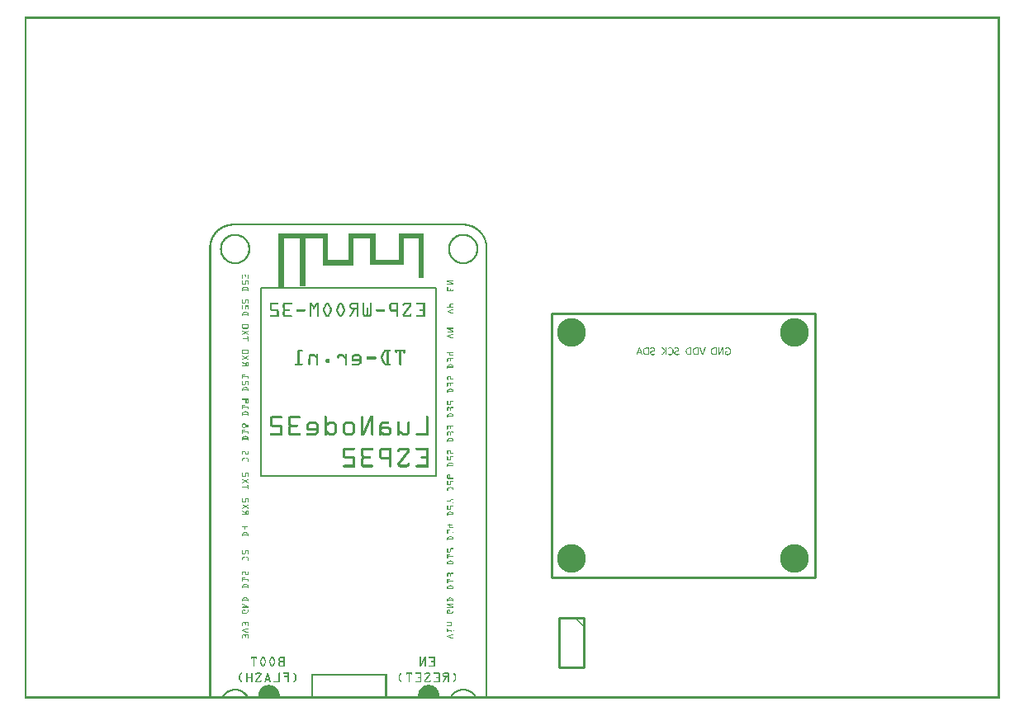
<source format=gbo>
G04 MADE WITH FRITZING*
G04 WWW.FRITZING.ORG*
G04 SINGLE SIDED*
G04 HOLES NOT PLATED*
G04 CONTOUR ON CENTER OF CONTOUR VECTOR*
%ASAXBY*%
%FSLAX23Y23*%
%MOIN*%
%OFA0B0*%
%SFA1.0B1.0*%
%ADD10C,0.116000*%
%ADD11R,0.714466X0.769713X0.698818X0.754065*%
%ADD12C,0.007824*%
%ADD13C,0.010000*%
%ADD14R,0.001000X0.001000*%
%LNSILK0*%
G90*
G70*
G54D10*
X3109Y1479D03*
X3109Y565D03*
X2209Y565D03*
X2209Y1479D03*
G54D12*
X956Y1660D02*
X1662Y1660D01*
X1662Y898D01*
X956Y898D01*
X956Y1660D01*
D02*
G54D13*
X2259Y326D02*
X2259Y126D01*
D02*
X2259Y126D02*
X2159Y126D01*
D02*
X2159Y126D02*
X2159Y326D01*
D02*
X2159Y326D02*
X2259Y326D01*
D02*
X2128Y1555D02*
X2128Y491D01*
D02*
X3191Y1555D02*
X2128Y1555D01*
D02*
X3191Y1555D02*
X3191Y491D01*
D02*
X3191Y491D02*
X2128Y491D01*
G54D14*
X1Y2755D02*
X3937Y2755D01*
X1Y2754D02*
X3937Y2754D01*
X1Y2753D02*
X3937Y2753D01*
X1Y2752D02*
X3937Y2752D01*
X1Y2751D02*
X3937Y2751D01*
X1Y2750D02*
X3937Y2750D01*
X1Y2749D02*
X3937Y2749D01*
X1Y2748D02*
X3937Y2748D01*
X1Y2747D02*
X8Y2747D01*
X3930Y2747D02*
X3937Y2747D01*
X1Y2746D02*
X8Y2746D01*
X3930Y2746D02*
X3937Y2746D01*
X1Y2745D02*
X8Y2745D01*
X3930Y2745D02*
X3937Y2745D01*
X1Y2744D02*
X8Y2744D01*
X3930Y2744D02*
X3937Y2744D01*
X1Y2743D02*
X8Y2743D01*
X3930Y2743D02*
X3937Y2743D01*
X1Y2742D02*
X8Y2742D01*
X3930Y2742D02*
X3937Y2742D01*
X1Y2741D02*
X8Y2741D01*
X3930Y2741D02*
X3937Y2741D01*
X1Y2740D02*
X8Y2740D01*
X3930Y2740D02*
X3937Y2740D01*
X1Y2739D02*
X8Y2739D01*
X3930Y2739D02*
X3937Y2739D01*
X1Y2738D02*
X8Y2738D01*
X3930Y2738D02*
X3937Y2738D01*
X1Y2737D02*
X8Y2737D01*
X3930Y2737D02*
X3937Y2737D01*
X1Y2736D02*
X8Y2736D01*
X3930Y2736D02*
X3937Y2736D01*
X1Y2735D02*
X8Y2735D01*
X3930Y2735D02*
X3937Y2735D01*
X1Y2734D02*
X8Y2734D01*
X3930Y2734D02*
X3937Y2734D01*
X1Y2733D02*
X8Y2733D01*
X3930Y2733D02*
X3937Y2733D01*
X1Y2732D02*
X8Y2732D01*
X3930Y2732D02*
X3937Y2732D01*
X1Y2731D02*
X8Y2731D01*
X3930Y2731D02*
X3937Y2731D01*
X1Y2730D02*
X8Y2730D01*
X3930Y2730D02*
X3937Y2730D01*
X1Y2729D02*
X8Y2729D01*
X3930Y2729D02*
X3937Y2729D01*
X1Y2728D02*
X8Y2728D01*
X3930Y2728D02*
X3937Y2728D01*
X1Y2727D02*
X8Y2727D01*
X3930Y2727D02*
X3937Y2727D01*
X1Y2726D02*
X8Y2726D01*
X3930Y2726D02*
X3937Y2726D01*
X1Y2725D02*
X8Y2725D01*
X3930Y2725D02*
X3937Y2725D01*
X1Y2724D02*
X8Y2724D01*
X3930Y2724D02*
X3937Y2724D01*
X1Y2723D02*
X8Y2723D01*
X3930Y2723D02*
X3937Y2723D01*
X1Y2722D02*
X8Y2722D01*
X3930Y2722D02*
X3937Y2722D01*
X1Y2721D02*
X8Y2721D01*
X3930Y2721D02*
X3937Y2721D01*
X1Y2720D02*
X8Y2720D01*
X3930Y2720D02*
X3937Y2720D01*
X1Y2719D02*
X8Y2719D01*
X3930Y2719D02*
X3937Y2719D01*
X1Y2718D02*
X8Y2718D01*
X3930Y2718D02*
X3937Y2718D01*
X1Y2717D02*
X8Y2717D01*
X3930Y2717D02*
X3937Y2717D01*
X1Y2716D02*
X8Y2716D01*
X3930Y2716D02*
X3937Y2716D01*
X1Y2715D02*
X8Y2715D01*
X3930Y2715D02*
X3937Y2715D01*
X1Y2714D02*
X8Y2714D01*
X3930Y2714D02*
X3937Y2714D01*
X1Y2713D02*
X8Y2713D01*
X3930Y2713D02*
X3937Y2713D01*
X1Y2712D02*
X8Y2712D01*
X3930Y2712D02*
X3937Y2712D01*
X1Y2711D02*
X8Y2711D01*
X3930Y2711D02*
X3937Y2711D01*
X1Y2710D02*
X8Y2710D01*
X3930Y2710D02*
X3937Y2710D01*
X1Y2709D02*
X8Y2709D01*
X3930Y2709D02*
X3937Y2709D01*
X1Y2708D02*
X8Y2708D01*
X3930Y2708D02*
X3937Y2708D01*
X1Y2707D02*
X8Y2707D01*
X3930Y2707D02*
X3937Y2707D01*
X1Y2706D02*
X8Y2706D01*
X3930Y2706D02*
X3937Y2706D01*
X1Y2705D02*
X8Y2705D01*
X3930Y2705D02*
X3937Y2705D01*
X1Y2704D02*
X8Y2704D01*
X3930Y2704D02*
X3937Y2704D01*
X1Y2703D02*
X8Y2703D01*
X3930Y2703D02*
X3937Y2703D01*
X1Y2702D02*
X8Y2702D01*
X3930Y2702D02*
X3937Y2702D01*
X1Y2701D02*
X8Y2701D01*
X3930Y2701D02*
X3937Y2701D01*
X1Y2700D02*
X8Y2700D01*
X3930Y2700D02*
X3937Y2700D01*
X1Y2699D02*
X8Y2699D01*
X3930Y2699D02*
X3937Y2699D01*
X1Y2698D02*
X8Y2698D01*
X3930Y2698D02*
X3937Y2698D01*
X1Y2697D02*
X8Y2697D01*
X3930Y2697D02*
X3937Y2697D01*
X1Y2696D02*
X8Y2696D01*
X3930Y2696D02*
X3937Y2696D01*
X1Y2695D02*
X8Y2695D01*
X3930Y2695D02*
X3937Y2695D01*
X1Y2694D02*
X8Y2694D01*
X3930Y2694D02*
X3937Y2694D01*
X1Y2693D02*
X8Y2693D01*
X3930Y2693D02*
X3937Y2693D01*
X1Y2692D02*
X8Y2692D01*
X3930Y2692D02*
X3937Y2692D01*
X1Y2691D02*
X8Y2691D01*
X3930Y2691D02*
X3937Y2691D01*
X1Y2690D02*
X8Y2690D01*
X3930Y2690D02*
X3937Y2690D01*
X1Y2689D02*
X8Y2689D01*
X3930Y2689D02*
X3937Y2689D01*
X1Y2688D02*
X8Y2688D01*
X3930Y2688D02*
X3937Y2688D01*
X1Y2687D02*
X8Y2687D01*
X3930Y2687D02*
X3937Y2687D01*
X1Y2686D02*
X8Y2686D01*
X3930Y2686D02*
X3937Y2686D01*
X1Y2685D02*
X8Y2685D01*
X3930Y2685D02*
X3937Y2685D01*
X1Y2684D02*
X8Y2684D01*
X3930Y2684D02*
X3937Y2684D01*
X1Y2683D02*
X8Y2683D01*
X3930Y2683D02*
X3937Y2683D01*
X1Y2682D02*
X8Y2682D01*
X3930Y2682D02*
X3937Y2682D01*
X1Y2681D02*
X8Y2681D01*
X3930Y2681D02*
X3937Y2681D01*
X1Y2680D02*
X8Y2680D01*
X3930Y2680D02*
X3937Y2680D01*
X1Y2679D02*
X8Y2679D01*
X3930Y2679D02*
X3937Y2679D01*
X1Y2678D02*
X8Y2678D01*
X3930Y2678D02*
X3937Y2678D01*
X1Y2677D02*
X8Y2677D01*
X3930Y2677D02*
X3937Y2677D01*
X1Y2676D02*
X8Y2676D01*
X3930Y2676D02*
X3937Y2676D01*
X1Y2675D02*
X8Y2675D01*
X3930Y2675D02*
X3937Y2675D01*
X1Y2674D02*
X8Y2674D01*
X3930Y2674D02*
X3937Y2674D01*
X1Y2673D02*
X8Y2673D01*
X3930Y2673D02*
X3937Y2673D01*
X1Y2672D02*
X8Y2672D01*
X3930Y2672D02*
X3937Y2672D01*
X1Y2671D02*
X8Y2671D01*
X3930Y2671D02*
X3937Y2671D01*
X1Y2670D02*
X8Y2670D01*
X3930Y2670D02*
X3937Y2670D01*
X1Y2669D02*
X8Y2669D01*
X3930Y2669D02*
X3937Y2669D01*
X1Y2668D02*
X8Y2668D01*
X3930Y2668D02*
X3937Y2668D01*
X1Y2667D02*
X8Y2667D01*
X3930Y2667D02*
X3937Y2667D01*
X1Y2666D02*
X8Y2666D01*
X3930Y2666D02*
X3937Y2666D01*
X1Y2665D02*
X8Y2665D01*
X3930Y2665D02*
X3937Y2665D01*
X1Y2664D02*
X8Y2664D01*
X3930Y2664D02*
X3937Y2664D01*
X1Y2663D02*
X8Y2663D01*
X3930Y2663D02*
X3937Y2663D01*
X1Y2662D02*
X8Y2662D01*
X3930Y2662D02*
X3937Y2662D01*
X1Y2661D02*
X8Y2661D01*
X3930Y2661D02*
X3937Y2661D01*
X1Y2660D02*
X8Y2660D01*
X3930Y2660D02*
X3937Y2660D01*
X1Y2659D02*
X8Y2659D01*
X3930Y2659D02*
X3937Y2659D01*
X1Y2658D02*
X8Y2658D01*
X3930Y2658D02*
X3937Y2658D01*
X1Y2657D02*
X8Y2657D01*
X3930Y2657D02*
X3937Y2657D01*
X1Y2656D02*
X8Y2656D01*
X3930Y2656D02*
X3937Y2656D01*
X1Y2655D02*
X8Y2655D01*
X3930Y2655D02*
X3937Y2655D01*
X1Y2654D02*
X8Y2654D01*
X3930Y2654D02*
X3937Y2654D01*
X1Y2653D02*
X8Y2653D01*
X3930Y2653D02*
X3937Y2653D01*
X1Y2652D02*
X8Y2652D01*
X3930Y2652D02*
X3937Y2652D01*
X1Y2651D02*
X8Y2651D01*
X3930Y2651D02*
X3937Y2651D01*
X1Y2650D02*
X8Y2650D01*
X3930Y2650D02*
X3937Y2650D01*
X1Y2649D02*
X8Y2649D01*
X3930Y2649D02*
X3937Y2649D01*
X1Y2648D02*
X8Y2648D01*
X3930Y2648D02*
X3937Y2648D01*
X1Y2647D02*
X8Y2647D01*
X3930Y2647D02*
X3937Y2647D01*
X1Y2646D02*
X8Y2646D01*
X3930Y2646D02*
X3937Y2646D01*
X1Y2645D02*
X8Y2645D01*
X3930Y2645D02*
X3937Y2645D01*
X1Y2644D02*
X8Y2644D01*
X3930Y2644D02*
X3937Y2644D01*
X1Y2643D02*
X8Y2643D01*
X3930Y2643D02*
X3937Y2643D01*
X1Y2642D02*
X8Y2642D01*
X3930Y2642D02*
X3937Y2642D01*
X1Y2641D02*
X8Y2641D01*
X3930Y2641D02*
X3937Y2641D01*
X1Y2640D02*
X8Y2640D01*
X3930Y2640D02*
X3937Y2640D01*
X1Y2639D02*
X8Y2639D01*
X3930Y2639D02*
X3937Y2639D01*
X1Y2638D02*
X8Y2638D01*
X3930Y2638D02*
X3937Y2638D01*
X1Y2637D02*
X8Y2637D01*
X3930Y2637D02*
X3937Y2637D01*
X1Y2636D02*
X8Y2636D01*
X3930Y2636D02*
X3937Y2636D01*
X1Y2635D02*
X8Y2635D01*
X3930Y2635D02*
X3937Y2635D01*
X1Y2634D02*
X8Y2634D01*
X3930Y2634D02*
X3937Y2634D01*
X1Y2633D02*
X8Y2633D01*
X3930Y2633D02*
X3937Y2633D01*
X1Y2632D02*
X8Y2632D01*
X3930Y2632D02*
X3937Y2632D01*
X1Y2631D02*
X8Y2631D01*
X3930Y2631D02*
X3937Y2631D01*
X1Y2630D02*
X8Y2630D01*
X3930Y2630D02*
X3937Y2630D01*
X1Y2629D02*
X8Y2629D01*
X3930Y2629D02*
X3937Y2629D01*
X1Y2628D02*
X8Y2628D01*
X3930Y2628D02*
X3937Y2628D01*
X1Y2627D02*
X8Y2627D01*
X3930Y2627D02*
X3937Y2627D01*
X1Y2626D02*
X8Y2626D01*
X3930Y2626D02*
X3937Y2626D01*
X1Y2625D02*
X8Y2625D01*
X3930Y2625D02*
X3937Y2625D01*
X1Y2624D02*
X8Y2624D01*
X3930Y2624D02*
X3937Y2624D01*
X1Y2623D02*
X8Y2623D01*
X3930Y2623D02*
X3937Y2623D01*
X1Y2622D02*
X8Y2622D01*
X3930Y2622D02*
X3937Y2622D01*
X1Y2621D02*
X8Y2621D01*
X3930Y2621D02*
X3937Y2621D01*
X1Y2620D02*
X8Y2620D01*
X3930Y2620D02*
X3937Y2620D01*
X1Y2619D02*
X8Y2619D01*
X3930Y2619D02*
X3937Y2619D01*
X1Y2618D02*
X8Y2618D01*
X3930Y2618D02*
X3937Y2618D01*
X1Y2617D02*
X8Y2617D01*
X3930Y2617D02*
X3937Y2617D01*
X1Y2616D02*
X8Y2616D01*
X3930Y2616D02*
X3937Y2616D01*
X1Y2615D02*
X8Y2615D01*
X3930Y2615D02*
X3937Y2615D01*
X1Y2614D02*
X8Y2614D01*
X3930Y2614D02*
X3937Y2614D01*
X1Y2613D02*
X8Y2613D01*
X3930Y2613D02*
X3937Y2613D01*
X1Y2612D02*
X8Y2612D01*
X3930Y2612D02*
X3937Y2612D01*
X1Y2611D02*
X8Y2611D01*
X3930Y2611D02*
X3937Y2611D01*
X1Y2610D02*
X8Y2610D01*
X3930Y2610D02*
X3937Y2610D01*
X1Y2609D02*
X8Y2609D01*
X3930Y2609D02*
X3937Y2609D01*
X1Y2608D02*
X8Y2608D01*
X3930Y2608D02*
X3937Y2608D01*
X1Y2607D02*
X8Y2607D01*
X3930Y2607D02*
X3937Y2607D01*
X1Y2606D02*
X8Y2606D01*
X3930Y2606D02*
X3937Y2606D01*
X1Y2605D02*
X8Y2605D01*
X3930Y2605D02*
X3937Y2605D01*
X1Y2604D02*
X8Y2604D01*
X3930Y2604D02*
X3937Y2604D01*
X1Y2603D02*
X8Y2603D01*
X3930Y2603D02*
X3937Y2603D01*
X1Y2602D02*
X8Y2602D01*
X3930Y2602D02*
X3937Y2602D01*
X1Y2601D02*
X8Y2601D01*
X3930Y2601D02*
X3937Y2601D01*
X1Y2600D02*
X8Y2600D01*
X3930Y2600D02*
X3937Y2600D01*
X1Y2599D02*
X8Y2599D01*
X3930Y2599D02*
X3937Y2599D01*
X1Y2598D02*
X8Y2598D01*
X3930Y2598D02*
X3937Y2598D01*
X1Y2597D02*
X8Y2597D01*
X3930Y2597D02*
X3937Y2597D01*
X1Y2596D02*
X8Y2596D01*
X3930Y2596D02*
X3937Y2596D01*
X1Y2595D02*
X8Y2595D01*
X3930Y2595D02*
X3937Y2595D01*
X1Y2594D02*
X8Y2594D01*
X3930Y2594D02*
X3937Y2594D01*
X1Y2593D02*
X8Y2593D01*
X3930Y2593D02*
X3937Y2593D01*
X1Y2592D02*
X8Y2592D01*
X3930Y2592D02*
X3937Y2592D01*
X1Y2591D02*
X8Y2591D01*
X3930Y2591D02*
X3937Y2591D01*
X1Y2590D02*
X8Y2590D01*
X3930Y2590D02*
X3937Y2590D01*
X1Y2589D02*
X8Y2589D01*
X3930Y2589D02*
X3937Y2589D01*
X1Y2588D02*
X8Y2588D01*
X3930Y2588D02*
X3937Y2588D01*
X1Y2587D02*
X8Y2587D01*
X3930Y2587D02*
X3937Y2587D01*
X1Y2586D02*
X8Y2586D01*
X3930Y2586D02*
X3937Y2586D01*
X1Y2585D02*
X8Y2585D01*
X3930Y2585D02*
X3937Y2585D01*
X1Y2584D02*
X8Y2584D01*
X3930Y2584D02*
X3937Y2584D01*
X1Y2583D02*
X8Y2583D01*
X3930Y2583D02*
X3937Y2583D01*
X1Y2582D02*
X8Y2582D01*
X3930Y2582D02*
X3937Y2582D01*
X1Y2581D02*
X8Y2581D01*
X3930Y2581D02*
X3937Y2581D01*
X1Y2580D02*
X8Y2580D01*
X3930Y2580D02*
X3937Y2580D01*
X1Y2579D02*
X8Y2579D01*
X3930Y2579D02*
X3937Y2579D01*
X1Y2578D02*
X8Y2578D01*
X3930Y2578D02*
X3937Y2578D01*
X1Y2577D02*
X8Y2577D01*
X3930Y2577D02*
X3937Y2577D01*
X1Y2576D02*
X8Y2576D01*
X3930Y2576D02*
X3937Y2576D01*
X1Y2575D02*
X8Y2575D01*
X3930Y2575D02*
X3937Y2575D01*
X1Y2574D02*
X8Y2574D01*
X3930Y2574D02*
X3937Y2574D01*
X1Y2573D02*
X8Y2573D01*
X3930Y2573D02*
X3937Y2573D01*
X1Y2572D02*
X8Y2572D01*
X3930Y2572D02*
X3937Y2572D01*
X1Y2571D02*
X8Y2571D01*
X3930Y2571D02*
X3937Y2571D01*
X1Y2570D02*
X8Y2570D01*
X3930Y2570D02*
X3937Y2570D01*
X1Y2569D02*
X8Y2569D01*
X3930Y2569D02*
X3937Y2569D01*
X1Y2568D02*
X8Y2568D01*
X3930Y2568D02*
X3937Y2568D01*
X1Y2567D02*
X8Y2567D01*
X3930Y2567D02*
X3937Y2567D01*
X1Y2566D02*
X8Y2566D01*
X3930Y2566D02*
X3937Y2566D01*
X1Y2565D02*
X8Y2565D01*
X3930Y2565D02*
X3937Y2565D01*
X1Y2564D02*
X8Y2564D01*
X3930Y2564D02*
X3937Y2564D01*
X1Y2563D02*
X8Y2563D01*
X3930Y2563D02*
X3937Y2563D01*
X1Y2562D02*
X8Y2562D01*
X3930Y2562D02*
X3937Y2562D01*
X1Y2561D02*
X8Y2561D01*
X3930Y2561D02*
X3937Y2561D01*
X1Y2560D02*
X8Y2560D01*
X3930Y2560D02*
X3937Y2560D01*
X1Y2559D02*
X8Y2559D01*
X3930Y2559D02*
X3937Y2559D01*
X1Y2558D02*
X8Y2558D01*
X3930Y2558D02*
X3937Y2558D01*
X1Y2557D02*
X8Y2557D01*
X3930Y2557D02*
X3937Y2557D01*
X1Y2556D02*
X8Y2556D01*
X3930Y2556D02*
X3937Y2556D01*
X1Y2555D02*
X8Y2555D01*
X3930Y2555D02*
X3937Y2555D01*
X1Y2554D02*
X8Y2554D01*
X3930Y2554D02*
X3937Y2554D01*
X1Y2553D02*
X8Y2553D01*
X3930Y2553D02*
X3937Y2553D01*
X1Y2552D02*
X8Y2552D01*
X3930Y2552D02*
X3937Y2552D01*
X1Y2551D02*
X8Y2551D01*
X3930Y2551D02*
X3937Y2551D01*
X1Y2550D02*
X8Y2550D01*
X3930Y2550D02*
X3937Y2550D01*
X1Y2549D02*
X8Y2549D01*
X3930Y2549D02*
X3937Y2549D01*
X1Y2548D02*
X8Y2548D01*
X3930Y2548D02*
X3937Y2548D01*
X1Y2547D02*
X8Y2547D01*
X3930Y2547D02*
X3937Y2547D01*
X1Y2546D02*
X8Y2546D01*
X3930Y2546D02*
X3937Y2546D01*
X1Y2545D02*
X8Y2545D01*
X3930Y2545D02*
X3937Y2545D01*
X1Y2544D02*
X8Y2544D01*
X3930Y2544D02*
X3937Y2544D01*
X1Y2543D02*
X8Y2543D01*
X3930Y2543D02*
X3937Y2543D01*
X1Y2542D02*
X8Y2542D01*
X3930Y2542D02*
X3937Y2542D01*
X1Y2541D02*
X8Y2541D01*
X3930Y2541D02*
X3937Y2541D01*
X1Y2540D02*
X8Y2540D01*
X3930Y2540D02*
X3937Y2540D01*
X1Y2539D02*
X8Y2539D01*
X3930Y2539D02*
X3937Y2539D01*
X1Y2538D02*
X8Y2538D01*
X3930Y2538D02*
X3937Y2538D01*
X1Y2537D02*
X8Y2537D01*
X3930Y2537D02*
X3937Y2537D01*
X1Y2536D02*
X8Y2536D01*
X3930Y2536D02*
X3937Y2536D01*
X1Y2535D02*
X8Y2535D01*
X3930Y2535D02*
X3937Y2535D01*
X1Y2534D02*
X8Y2534D01*
X3930Y2534D02*
X3937Y2534D01*
X1Y2533D02*
X8Y2533D01*
X3930Y2533D02*
X3937Y2533D01*
X1Y2532D02*
X8Y2532D01*
X3930Y2532D02*
X3937Y2532D01*
X1Y2531D02*
X8Y2531D01*
X3930Y2531D02*
X3937Y2531D01*
X1Y2530D02*
X8Y2530D01*
X3930Y2530D02*
X3937Y2530D01*
X1Y2529D02*
X8Y2529D01*
X3930Y2529D02*
X3937Y2529D01*
X1Y2528D02*
X8Y2528D01*
X3930Y2528D02*
X3937Y2528D01*
X1Y2527D02*
X8Y2527D01*
X3930Y2527D02*
X3937Y2527D01*
X1Y2526D02*
X8Y2526D01*
X3930Y2526D02*
X3937Y2526D01*
X1Y2525D02*
X8Y2525D01*
X3930Y2525D02*
X3937Y2525D01*
X1Y2524D02*
X8Y2524D01*
X3930Y2524D02*
X3937Y2524D01*
X1Y2523D02*
X8Y2523D01*
X3930Y2523D02*
X3937Y2523D01*
X1Y2522D02*
X8Y2522D01*
X3930Y2522D02*
X3937Y2522D01*
X1Y2521D02*
X8Y2521D01*
X3930Y2521D02*
X3937Y2521D01*
X1Y2520D02*
X8Y2520D01*
X3930Y2520D02*
X3937Y2520D01*
X1Y2519D02*
X8Y2519D01*
X3930Y2519D02*
X3937Y2519D01*
X1Y2518D02*
X8Y2518D01*
X3930Y2518D02*
X3937Y2518D01*
X1Y2517D02*
X8Y2517D01*
X3930Y2517D02*
X3937Y2517D01*
X1Y2516D02*
X8Y2516D01*
X3930Y2516D02*
X3937Y2516D01*
X1Y2515D02*
X8Y2515D01*
X3930Y2515D02*
X3937Y2515D01*
X1Y2514D02*
X8Y2514D01*
X3930Y2514D02*
X3937Y2514D01*
X1Y2513D02*
X8Y2513D01*
X3930Y2513D02*
X3937Y2513D01*
X1Y2512D02*
X8Y2512D01*
X3930Y2512D02*
X3937Y2512D01*
X1Y2511D02*
X8Y2511D01*
X3930Y2511D02*
X3937Y2511D01*
X1Y2510D02*
X8Y2510D01*
X3930Y2510D02*
X3937Y2510D01*
X1Y2509D02*
X8Y2509D01*
X3930Y2509D02*
X3937Y2509D01*
X1Y2508D02*
X8Y2508D01*
X3930Y2508D02*
X3937Y2508D01*
X1Y2507D02*
X8Y2507D01*
X3930Y2507D02*
X3937Y2507D01*
X1Y2506D02*
X8Y2506D01*
X3930Y2506D02*
X3937Y2506D01*
X1Y2505D02*
X8Y2505D01*
X3930Y2505D02*
X3937Y2505D01*
X1Y2504D02*
X8Y2504D01*
X3930Y2504D02*
X3937Y2504D01*
X1Y2503D02*
X8Y2503D01*
X3930Y2503D02*
X3937Y2503D01*
X1Y2502D02*
X8Y2502D01*
X3930Y2502D02*
X3937Y2502D01*
X1Y2501D02*
X8Y2501D01*
X3930Y2501D02*
X3937Y2501D01*
X1Y2500D02*
X8Y2500D01*
X3930Y2500D02*
X3937Y2500D01*
X1Y2499D02*
X8Y2499D01*
X3930Y2499D02*
X3937Y2499D01*
X1Y2498D02*
X8Y2498D01*
X3930Y2498D02*
X3937Y2498D01*
X1Y2497D02*
X8Y2497D01*
X3930Y2497D02*
X3937Y2497D01*
X1Y2496D02*
X8Y2496D01*
X3930Y2496D02*
X3937Y2496D01*
X1Y2495D02*
X8Y2495D01*
X3930Y2495D02*
X3937Y2495D01*
X1Y2494D02*
X8Y2494D01*
X3930Y2494D02*
X3937Y2494D01*
X1Y2493D02*
X8Y2493D01*
X3930Y2493D02*
X3937Y2493D01*
X1Y2492D02*
X8Y2492D01*
X3930Y2492D02*
X3937Y2492D01*
X1Y2491D02*
X8Y2491D01*
X3930Y2491D02*
X3937Y2491D01*
X1Y2490D02*
X8Y2490D01*
X3930Y2490D02*
X3937Y2490D01*
X1Y2489D02*
X8Y2489D01*
X3930Y2489D02*
X3937Y2489D01*
X1Y2488D02*
X8Y2488D01*
X3930Y2488D02*
X3937Y2488D01*
X1Y2487D02*
X8Y2487D01*
X3930Y2487D02*
X3937Y2487D01*
X1Y2486D02*
X8Y2486D01*
X3930Y2486D02*
X3937Y2486D01*
X1Y2485D02*
X8Y2485D01*
X3930Y2485D02*
X3937Y2485D01*
X1Y2484D02*
X8Y2484D01*
X3930Y2484D02*
X3937Y2484D01*
X1Y2483D02*
X8Y2483D01*
X3930Y2483D02*
X3937Y2483D01*
X1Y2482D02*
X8Y2482D01*
X3930Y2482D02*
X3937Y2482D01*
X1Y2481D02*
X8Y2481D01*
X3930Y2481D02*
X3937Y2481D01*
X1Y2480D02*
X8Y2480D01*
X3930Y2480D02*
X3937Y2480D01*
X1Y2479D02*
X8Y2479D01*
X3930Y2479D02*
X3937Y2479D01*
X1Y2478D02*
X8Y2478D01*
X3930Y2478D02*
X3937Y2478D01*
X1Y2477D02*
X8Y2477D01*
X3930Y2477D02*
X3937Y2477D01*
X1Y2476D02*
X8Y2476D01*
X3930Y2476D02*
X3937Y2476D01*
X1Y2475D02*
X8Y2475D01*
X3930Y2475D02*
X3937Y2475D01*
X1Y2474D02*
X8Y2474D01*
X3930Y2474D02*
X3937Y2474D01*
X1Y2473D02*
X8Y2473D01*
X3930Y2473D02*
X3937Y2473D01*
X1Y2472D02*
X8Y2472D01*
X3930Y2472D02*
X3937Y2472D01*
X1Y2471D02*
X8Y2471D01*
X3930Y2471D02*
X3937Y2471D01*
X1Y2470D02*
X8Y2470D01*
X3930Y2470D02*
X3937Y2470D01*
X1Y2469D02*
X8Y2469D01*
X3930Y2469D02*
X3937Y2469D01*
X1Y2468D02*
X8Y2468D01*
X3930Y2468D02*
X3937Y2468D01*
X1Y2467D02*
X8Y2467D01*
X3930Y2467D02*
X3937Y2467D01*
X1Y2466D02*
X8Y2466D01*
X3930Y2466D02*
X3937Y2466D01*
X1Y2465D02*
X8Y2465D01*
X3930Y2465D02*
X3937Y2465D01*
X1Y2464D02*
X8Y2464D01*
X3930Y2464D02*
X3937Y2464D01*
X1Y2463D02*
X8Y2463D01*
X3930Y2463D02*
X3937Y2463D01*
X1Y2462D02*
X8Y2462D01*
X3930Y2462D02*
X3937Y2462D01*
X1Y2461D02*
X8Y2461D01*
X3930Y2461D02*
X3937Y2461D01*
X1Y2460D02*
X8Y2460D01*
X3930Y2460D02*
X3937Y2460D01*
X1Y2459D02*
X8Y2459D01*
X3930Y2459D02*
X3937Y2459D01*
X1Y2458D02*
X8Y2458D01*
X3930Y2458D02*
X3937Y2458D01*
X1Y2457D02*
X8Y2457D01*
X3930Y2457D02*
X3937Y2457D01*
X1Y2456D02*
X8Y2456D01*
X3930Y2456D02*
X3937Y2456D01*
X1Y2455D02*
X8Y2455D01*
X3930Y2455D02*
X3937Y2455D01*
X1Y2454D02*
X8Y2454D01*
X3930Y2454D02*
X3937Y2454D01*
X1Y2453D02*
X8Y2453D01*
X3930Y2453D02*
X3937Y2453D01*
X1Y2452D02*
X8Y2452D01*
X3930Y2452D02*
X3937Y2452D01*
X1Y2451D02*
X8Y2451D01*
X3930Y2451D02*
X3937Y2451D01*
X1Y2450D02*
X8Y2450D01*
X3930Y2450D02*
X3937Y2450D01*
X1Y2449D02*
X8Y2449D01*
X3930Y2449D02*
X3937Y2449D01*
X1Y2448D02*
X8Y2448D01*
X3930Y2448D02*
X3937Y2448D01*
X1Y2447D02*
X8Y2447D01*
X3930Y2447D02*
X3937Y2447D01*
X1Y2446D02*
X8Y2446D01*
X3930Y2446D02*
X3937Y2446D01*
X1Y2445D02*
X8Y2445D01*
X3930Y2445D02*
X3937Y2445D01*
X1Y2444D02*
X8Y2444D01*
X3930Y2444D02*
X3937Y2444D01*
X1Y2443D02*
X8Y2443D01*
X3930Y2443D02*
X3937Y2443D01*
X1Y2442D02*
X8Y2442D01*
X3930Y2442D02*
X3937Y2442D01*
X1Y2441D02*
X8Y2441D01*
X3930Y2441D02*
X3937Y2441D01*
X1Y2440D02*
X8Y2440D01*
X3930Y2440D02*
X3937Y2440D01*
X1Y2439D02*
X8Y2439D01*
X3930Y2439D02*
X3937Y2439D01*
X1Y2438D02*
X8Y2438D01*
X3930Y2438D02*
X3937Y2438D01*
X1Y2437D02*
X8Y2437D01*
X3930Y2437D02*
X3937Y2437D01*
X1Y2436D02*
X8Y2436D01*
X3930Y2436D02*
X3937Y2436D01*
X1Y2435D02*
X8Y2435D01*
X3930Y2435D02*
X3937Y2435D01*
X1Y2434D02*
X8Y2434D01*
X3930Y2434D02*
X3937Y2434D01*
X1Y2433D02*
X8Y2433D01*
X3930Y2433D02*
X3937Y2433D01*
X1Y2432D02*
X8Y2432D01*
X3930Y2432D02*
X3937Y2432D01*
X1Y2431D02*
X8Y2431D01*
X3930Y2431D02*
X3937Y2431D01*
X1Y2430D02*
X8Y2430D01*
X3930Y2430D02*
X3937Y2430D01*
X1Y2429D02*
X8Y2429D01*
X3930Y2429D02*
X3937Y2429D01*
X1Y2428D02*
X8Y2428D01*
X3930Y2428D02*
X3937Y2428D01*
X1Y2427D02*
X8Y2427D01*
X3930Y2427D02*
X3937Y2427D01*
X1Y2426D02*
X8Y2426D01*
X3930Y2426D02*
X3937Y2426D01*
X1Y2425D02*
X8Y2425D01*
X3930Y2425D02*
X3937Y2425D01*
X1Y2424D02*
X8Y2424D01*
X3930Y2424D02*
X3937Y2424D01*
X1Y2423D02*
X8Y2423D01*
X3930Y2423D02*
X3937Y2423D01*
X1Y2422D02*
X8Y2422D01*
X3930Y2422D02*
X3937Y2422D01*
X1Y2421D02*
X8Y2421D01*
X3930Y2421D02*
X3937Y2421D01*
X1Y2420D02*
X8Y2420D01*
X3930Y2420D02*
X3937Y2420D01*
X1Y2419D02*
X8Y2419D01*
X3930Y2419D02*
X3937Y2419D01*
X1Y2418D02*
X8Y2418D01*
X3930Y2418D02*
X3937Y2418D01*
X1Y2417D02*
X8Y2417D01*
X3930Y2417D02*
X3937Y2417D01*
X1Y2416D02*
X8Y2416D01*
X3930Y2416D02*
X3937Y2416D01*
X1Y2415D02*
X8Y2415D01*
X3930Y2415D02*
X3937Y2415D01*
X1Y2414D02*
X8Y2414D01*
X3930Y2414D02*
X3937Y2414D01*
X1Y2413D02*
X8Y2413D01*
X3930Y2413D02*
X3937Y2413D01*
X1Y2412D02*
X8Y2412D01*
X3930Y2412D02*
X3937Y2412D01*
X1Y2411D02*
X8Y2411D01*
X3930Y2411D02*
X3937Y2411D01*
X1Y2410D02*
X8Y2410D01*
X3930Y2410D02*
X3937Y2410D01*
X1Y2409D02*
X8Y2409D01*
X3930Y2409D02*
X3937Y2409D01*
X1Y2408D02*
X8Y2408D01*
X3930Y2408D02*
X3937Y2408D01*
X1Y2407D02*
X8Y2407D01*
X3930Y2407D02*
X3937Y2407D01*
X1Y2406D02*
X8Y2406D01*
X3930Y2406D02*
X3937Y2406D01*
X1Y2405D02*
X8Y2405D01*
X3930Y2405D02*
X3937Y2405D01*
X1Y2404D02*
X8Y2404D01*
X3930Y2404D02*
X3937Y2404D01*
X1Y2403D02*
X8Y2403D01*
X3930Y2403D02*
X3937Y2403D01*
X1Y2402D02*
X8Y2402D01*
X3930Y2402D02*
X3937Y2402D01*
X1Y2401D02*
X8Y2401D01*
X3930Y2401D02*
X3937Y2401D01*
X1Y2400D02*
X8Y2400D01*
X3930Y2400D02*
X3937Y2400D01*
X1Y2399D02*
X8Y2399D01*
X3930Y2399D02*
X3937Y2399D01*
X1Y2398D02*
X8Y2398D01*
X3930Y2398D02*
X3937Y2398D01*
X1Y2397D02*
X8Y2397D01*
X3930Y2397D02*
X3937Y2397D01*
X1Y2396D02*
X8Y2396D01*
X3930Y2396D02*
X3937Y2396D01*
X1Y2395D02*
X8Y2395D01*
X3930Y2395D02*
X3937Y2395D01*
X1Y2394D02*
X8Y2394D01*
X3930Y2394D02*
X3937Y2394D01*
X1Y2393D02*
X8Y2393D01*
X3930Y2393D02*
X3937Y2393D01*
X1Y2392D02*
X8Y2392D01*
X3930Y2392D02*
X3937Y2392D01*
X1Y2391D02*
X8Y2391D01*
X3930Y2391D02*
X3937Y2391D01*
X1Y2390D02*
X8Y2390D01*
X3930Y2390D02*
X3937Y2390D01*
X1Y2389D02*
X8Y2389D01*
X3930Y2389D02*
X3937Y2389D01*
X1Y2388D02*
X8Y2388D01*
X3930Y2388D02*
X3937Y2388D01*
X1Y2387D02*
X8Y2387D01*
X3930Y2387D02*
X3937Y2387D01*
X1Y2386D02*
X8Y2386D01*
X3930Y2386D02*
X3937Y2386D01*
X1Y2385D02*
X8Y2385D01*
X3930Y2385D02*
X3937Y2385D01*
X1Y2384D02*
X8Y2384D01*
X3930Y2384D02*
X3937Y2384D01*
X1Y2383D02*
X8Y2383D01*
X3930Y2383D02*
X3937Y2383D01*
X1Y2382D02*
X8Y2382D01*
X3930Y2382D02*
X3937Y2382D01*
X1Y2381D02*
X8Y2381D01*
X3930Y2381D02*
X3937Y2381D01*
X1Y2380D02*
X8Y2380D01*
X3930Y2380D02*
X3937Y2380D01*
X1Y2379D02*
X8Y2379D01*
X3930Y2379D02*
X3937Y2379D01*
X1Y2378D02*
X8Y2378D01*
X3930Y2378D02*
X3937Y2378D01*
X1Y2377D02*
X8Y2377D01*
X3930Y2377D02*
X3937Y2377D01*
X1Y2376D02*
X8Y2376D01*
X3930Y2376D02*
X3937Y2376D01*
X1Y2375D02*
X8Y2375D01*
X3930Y2375D02*
X3937Y2375D01*
X1Y2374D02*
X8Y2374D01*
X3930Y2374D02*
X3937Y2374D01*
X1Y2373D02*
X8Y2373D01*
X3930Y2373D02*
X3937Y2373D01*
X1Y2372D02*
X8Y2372D01*
X3930Y2372D02*
X3937Y2372D01*
X1Y2371D02*
X8Y2371D01*
X3930Y2371D02*
X3937Y2371D01*
X1Y2370D02*
X8Y2370D01*
X3930Y2370D02*
X3937Y2370D01*
X1Y2369D02*
X8Y2369D01*
X3930Y2369D02*
X3937Y2369D01*
X1Y2368D02*
X8Y2368D01*
X3930Y2368D02*
X3937Y2368D01*
X1Y2367D02*
X8Y2367D01*
X3930Y2367D02*
X3937Y2367D01*
X1Y2366D02*
X8Y2366D01*
X3930Y2366D02*
X3937Y2366D01*
X1Y2365D02*
X8Y2365D01*
X3930Y2365D02*
X3937Y2365D01*
X1Y2364D02*
X8Y2364D01*
X3930Y2364D02*
X3937Y2364D01*
X1Y2363D02*
X8Y2363D01*
X3930Y2363D02*
X3937Y2363D01*
X1Y2362D02*
X8Y2362D01*
X3930Y2362D02*
X3937Y2362D01*
X1Y2361D02*
X8Y2361D01*
X3930Y2361D02*
X3937Y2361D01*
X1Y2360D02*
X8Y2360D01*
X3930Y2360D02*
X3937Y2360D01*
X1Y2359D02*
X8Y2359D01*
X3930Y2359D02*
X3937Y2359D01*
X1Y2358D02*
X8Y2358D01*
X3930Y2358D02*
X3937Y2358D01*
X1Y2357D02*
X8Y2357D01*
X3930Y2357D02*
X3937Y2357D01*
X1Y2356D02*
X8Y2356D01*
X3930Y2356D02*
X3937Y2356D01*
X1Y2355D02*
X8Y2355D01*
X3930Y2355D02*
X3937Y2355D01*
X1Y2354D02*
X8Y2354D01*
X3930Y2354D02*
X3937Y2354D01*
X1Y2353D02*
X8Y2353D01*
X3930Y2353D02*
X3937Y2353D01*
X1Y2352D02*
X8Y2352D01*
X3930Y2352D02*
X3937Y2352D01*
X1Y2351D02*
X8Y2351D01*
X3930Y2351D02*
X3937Y2351D01*
X1Y2350D02*
X8Y2350D01*
X3930Y2350D02*
X3937Y2350D01*
X1Y2349D02*
X8Y2349D01*
X3930Y2349D02*
X3937Y2349D01*
X1Y2348D02*
X8Y2348D01*
X3930Y2348D02*
X3937Y2348D01*
X1Y2347D02*
X8Y2347D01*
X3930Y2347D02*
X3937Y2347D01*
X1Y2346D02*
X8Y2346D01*
X3930Y2346D02*
X3937Y2346D01*
X1Y2345D02*
X8Y2345D01*
X3930Y2345D02*
X3937Y2345D01*
X1Y2344D02*
X8Y2344D01*
X3930Y2344D02*
X3937Y2344D01*
X1Y2343D02*
X8Y2343D01*
X3930Y2343D02*
X3937Y2343D01*
X1Y2342D02*
X8Y2342D01*
X3930Y2342D02*
X3937Y2342D01*
X1Y2341D02*
X8Y2341D01*
X3930Y2341D02*
X3937Y2341D01*
X1Y2340D02*
X8Y2340D01*
X3930Y2340D02*
X3937Y2340D01*
X1Y2339D02*
X8Y2339D01*
X3930Y2339D02*
X3937Y2339D01*
X1Y2338D02*
X8Y2338D01*
X3930Y2338D02*
X3937Y2338D01*
X1Y2337D02*
X8Y2337D01*
X3930Y2337D02*
X3937Y2337D01*
X1Y2336D02*
X8Y2336D01*
X3930Y2336D02*
X3937Y2336D01*
X1Y2335D02*
X8Y2335D01*
X3930Y2335D02*
X3937Y2335D01*
X1Y2334D02*
X8Y2334D01*
X3930Y2334D02*
X3937Y2334D01*
X1Y2333D02*
X8Y2333D01*
X3930Y2333D02*
X3937Y2333D01*
X1Y2332D02*
X8Y2332D01*
X3930Y2332D02*
X3937Y2332D01*
X1Y2331D02*
X8Y2331D01*
X3930Y2331D02*
X3937Y2331D01*
X1Y2330D02*
X8Y2330D01*
X3930Y2330D02*
X3937Y2330D01*
X1Y2329D02*
X8Y2329D01*
X3930Y2329D02*
X3937Y2329D01*
X1Y2328D02*
X8Y2328D01*
X3930Y2328D02*
X3937Y2328D01*
X1Y2327D02*
X8Y2327D01*
X3930Y2327D02*
X3937Y2327D01*
X1Y2326D02*
X8Y2326D01*
X3930Y2326D02*
X3937Y2326D01*
X1Y2325D02*
X8Y2325D01*
X3930Y2325D02*
X3937Y2325D01*
X1Y2324D02*
X8Y2324D01*
X3930Y2324D02*
X3937Y2324D01*
X1Y2323D02*
X8Y2323D01*
X3930Y2323D02*
X3937Y2323D01*
X1Y2322D02*
X8Y2322D01*
X3930Y2322D02*
X3937Y2322D01*
X1Y2321D02*
X8Y2321D01*
X3930Y2321D02*
X3937Y2321D01*
X1Y2320D02*
X8Y2320D01*
X3930Y2320D02*
X3937Y2320D01*
X1Y2319D02*
X8Y2319D01*
X3930Y2319D02*
X3937Y2319D01*
X1Y2318D02*
X8Y2318D01*
X3930Y2318D02*
X3937Y2318D01*
X1Y2317D02*
X8Y2317D01*
X3930Y2317D02*
X3937Y2317D01*
X1Y2316D02*
X8Y2316D01*
X3930Y2316D02*
X3937Y2316D01*
X1Y2315D02*
X8Y2315D01*
X3930Y2315D02*
X3937Y2315D01*
X1Y2314D02*
X8Y2314D01*
X3930Y2314D02*
X3937Y2314D01*
X1Y2313D02*
X8Y2313D01*
X3930Y2313D02*
X3937Y2313D01*
X1Y2312D02*
X8Y2312D01*
X3930Y2312D02*
X3937Y2312D01*
X1Y2311D02*
X8Y2311D01*
X3930Y2311D02*
X3937Y2311D01*
X1Y2310D02*
X8Y2310D01*
X3930Y2310D02*
X3937Y2310D01*
X1Y2309D02*
X8Y2309D01*
X3930Y2309D02*
X3937Y2309D01*
X1Y2308D02*
X8Y2308D01*
X3930Y2308D02*
X3937Y2308D01*
X1Y2307D02*
X8Y2307D01*
X3930Y2307D02*
X3937Y2307D01*
X1Y2306D02*
X8Y2306D01*
X3930Y2306D02*
X3937Y2306D01*
X1Y2305D02*
X8Y2305D01*
X3930Y2305D02*
X3937Y2305D01*
X1Y2304D02*
X8Y2304D01*
X3930Y2304D02*
X3937Y2304D01*
X1Y2303D02*
X8Y2303D01*
X3930Y2303D02*
X3937Y2303D01*
X1Y2302D02*
X8Y2302D01*
X3930Y2302D02*
X3937Y2302D01*
X1Y2301D02*
X8Y2301D01*
X3930Y2301D02*
X3937Y2301D01*
X1Y2300D02*
X8Y2300D01*
X3930Y2300D02*
X3937Y2300D01*
X1Y2299D02*
X8Y2299D01*
X3930Y2299D02*
X3937Y2299D01*
X1Y2298D02*
X8Y2298D01*
X3930Y2298D02*
X3937Y2298D01*
X1Y2297D02*
X8Y2297D01*
X3930Y2297D02*
X3937Y2297D01*
X1Y2296D02*
X8Y2296D01*
X3930Y2296D02*
X3937Y2296D01*
X1Y2295D02*
X8Y2295D01*
X3930Y2295D02*
X3937Y2295D01*
X1Y2294D02*
X8Y2294D01*
X3930Y2294D02*
X3937Y2294D01*
X1Y2293D02*
X8Y2293D01*
X3930Y2293D02*
X3937Y2293D01*
X1Y2292D02*
X8Y2292D01*
X3930Y2292D02*
X3937Y2292D01*
X1Y2291D02*
X8Y2291D01*
X3930Y2291D02*
X3937Y2291D01*
X1Y2290D02*
X8Y2290D01*
X3930Y2290D02*
X3937Y2290D01*
X1Y2289D02*
X8Y2289D01*
X3930Y2289D02*
X3937Y2289D01*
X1Y2288D02*
X8Y2288D01*
X3930Y2288D02*
X3937Y2288D01*
X1Y2287D02*
X8Y2287D01*
X3930Y2287D02*
X3937Y2287D01*
X1Y2286D02*
X8Y2286D01*
X3930Y2286D02*
X3937Y2286D01*
X1Y2285D02*
X8Y2285D01*
X3930Y2285D02*
X3937Y2285D01*
X1Y2284D02*
X8Y2284D01*
X3930Y2284D02*
X3937Y2284D01*
X1Y2283D02*
X8Y2283D01*
X3930Y2283D02*
X3937Y2283D01*
X1Y2282D02*
X8Y2282D01*
X3930Y2282D02*
X3937Y2282D01*
X1Y2281D02*
X8Y2281D01*
X3930Y2281D02*
X3937Y2281D01*
X1Y2280D02*
X8Y2280D01*
X3930Y2280D02*
X3937Y2280D01*
X1Y2279D02*
X8Y2279D01*
X3930Y2279D02*
X3937Y2279D01*
X1Y2278D02*
X8Y2278D01*
X3930Y2278D02*
X3937Y2278D01*
X1Y2277D02*
X8Y2277D01*
X3930Y2277D02*
X3937Y2277D01*
X1Y2276D02*
X8Y2276D01*
X3930Y2276D02*
X3937Y2276D01*
X1Y2275D02*
X8Y2275D01*
X3930Y2275D02*
X3937Y2275D01*
X1Y2274D02*
X8Y2274D01*
X3930Y2274D02*
X3937Y2274D01*
X1Y2273D02*
X8Y2273D01*
X3930Y2273D02*
X3937Y2273D01*
X1Y2272D02*
X8Y2272D01*
X3930Y2272D02*
X3937Y2272D01*
X1Y2271D02*
X8Y2271D01*
X3930Y2271D02*
X3937Y2271D01*
X1Y2270D02*
X8Y2270D01*
X3930Y2270D02*
X3937Y2270D01*
X1Y2269D02*
X8Y2269D01*
X3930Y2269D02*
X3937Y2269D01*
X1Y2268D02*
X8Y2268D01*
X3930Y2268D02*
X3937Y2268D01*
X1Y2267D02*
X8Y2267D01*
X3930Y2267D02*
X3937Y2267D01*
X1Y2266D02*
X8Y2266D01*
X3930Y2266D02*
X3937Y2266D01*
X1Y2265D02*
X8Y2265D01*
X3930Y2265D02*
X3937Y2265D01*
X1Y2264D02*
X8Y2264D01*
X3930Y2264D02*
X3937Y2264D01*
X1Y2263D02*
X8Y2263D01*
X3930Y2263D02*
X3937Y2263D01*
X1Y2262D02*
X8Y2262D01*
X3930Y2262D02*
X3937Y2262D01*
X1Y2261D02*
X8Y2261D01*
X3930Y2261D02*
X3937Y2261D01*
X1Y2260D02*
X8Y2260D01*
X3930Y2260D02*
X3937Y2260D01*
X1Y2259D02*
X8Y2259D01*
X3930Y2259D02*
X3937Y2259D01*
X1Y2258D02*
X8Y2258D01*
X3930Y2258D02*
X3937Y2258D01*
X1Y2257D02*
X8Y2257D01*
X3930Y2257D02*
X3937Y2257D01*
X1Y2256D02*
X8Y2256D01*
X3930Y2256D02*
X3937Y2256D01*
X1Y2255D02*
X8Y2255D01*
X3930Y2255D02*
X3937Y2255D01*
X1Y2254D02*
X8Y2254D01*
X3930Y2254D02*
X3937Y2254D01*
X1Y2253D02*
X8Y2253D01*
X3930Y2253D02*
X3937Y2253D01*
X1Y2252D02*
X8Y2252D01*
X3930Y2252D02*
X3937Y2252D01*
X1Y2251D02*
X8Y2251D01*
X3930Y2251D02*
X3937Y2251D01*
X1Y2250D02*
X8Y2250D01*
X3930Y2250D02*
X3937Y2250D01*
X1Y2249D02*
X8Y2249D01*
X3930Y2249D02*
X3937Y2249D01*
X1Y2248D02*
X8Y2248D01*
X3930Y2248D02*
X3937Y2248D01*
X1Y2247D02*
X8Y2247D01*
X3930Y2247D02*
X3937Y2247D01*
X1Y2246D02*
X8Y2246D01*
X3930Y2246D02*
X3937Y2246D01*
X1Y2245D02*
X8Y2245D01*
X3930Y2245D02*
X3937Y2245D01*
X1Y2244D02*
X8Y2244D01*
X3930Y2244D02*
X3937Y2244D01*
X1Y2243D02*
X8Y2243D01*
X3930Y2243D02*
X3937Y2243D01*
X1Y2242D02*
X8Y2242D01*
X3930Y2242D02*
X3937Y2242D01*
X1Y2241D02*
X8Y2241D01*
X3930Y2241D02*
X3937Y2241D01*
X1Y2240D02*
X8Y2240D01*
X3930Y2240D02*
X3937Y2240D01*
X1Y2239D02*
X8Y2239D01*
X3930Y2239D02*
X3937Y2239D01*
X1Y2238D02*
X8Y2238D01*
X3930Y2238D02*
X3937Y2238D01*
X1Y2237D02*
X8Y2237D01*
X3930Y2237D02*
X3937Y2237D01*
X1Y2236D02*
X8Y2236D01*
X3930Y2236D02*
X3937Y2236D01*
X1Y2235D02*
X8Y2235D01*
X3930Y2235D02*
X3937Y2235D01*
X1Y2234D02*
X8Y2234D01*
X3930Y2234D02*
X3937Y2234D01*
X1Y2233D02*
X8Y2233D01*
X3930Y2233D02*
X3937Y2233D01*
X1Y2232D02*
X8Y2232D01*
X3930Y2232D02*
X3937Y2232D01*
X1Y2231D02*
X8Y2231D01*
X3930Y2231D02*
X3937Y2231D01*
X1Y2230D02*
X8Y2230D01*
X3930Y2230D02*
X3937Y2230D01*
X1Y2229D02*
X8Y2229D01*
X3930Y2229D02*
X3937Y2229D01*
X1Y2228D02*
X8Y2228D01*
X3930Y2228D02*
X3937Y2228D01*
X1Y2227D02*
X8Y2227D01*
X3930Y2227D02*
X3937Y2227D01*
X1Y2226D02*
X8Y2226D01*
X3930Y2226D02*
X3937Y2226D01*
X1Y2225D02*
X8Y2225D01*
X3930Y2225D02*
X3937Y2225D01*
X1Y2224D02*
X8Y2224D01*
X3930Y2224D02*
X3937Y2224D01*
X1Y2223D02*
X8Y2223D01*
X3930Y2223D02*
X3937Y2223D01*
X1Y2222D02*
X8Y2222D01*
X3930Y2222D02*
X3937Y2222D01*
X1Y2221D02*
X8Y2221D01*
X3930Y2221D02*
X3937Y2221D01*
X1Y2220D02*
X8Y2220D01*
X3930Y2220D02*
X3937Y2220D01*
X1Y2219D02*
X8Y2219D01*
X3930Y2219D02*
X3937Y2219D01*
X1Y2218D02*
X8Y2218D01*
X3930Y2218D02*
X3937Y2218D01*
X1Y2217D02*
X8Y2217D01*
X3930Y2217D02*
X3937Y2217D01*
X1Y2216D02*
X8Y2216D01*
X3930Y2216D02*
X3937Y2216D01*
X1Y2215D02*
X8Y2215D01*
X3930Y2215D02*
X3937Y2215D01*
X1Y2214D02*
X8Y2214D01*
X3930Y2214D02*
X3937Y2214D01*
X1Y2213D02*
X8Y2213D01*
X3930Y2213D02*
X3937Y2213D01*
X1Y2212D02*
X8Y2212D01*
X3930Y2212D02*
X3937Y2212D01*
X1Y2211D02*
X8Y2211D01*
X3930Y2211D02*
X3937Y2211D01*
X1Y2210D02*
X8Y2210D01*
X3930Y2210D02*
X3937Y2210D01*
X1Y2209D02*
X8Y2209D01*
X3930Y2209D02*
X3937Y2209D01*
X1Y2208D02*
X8Y2208D01*
X3930Y2208D02*
X3937Y2208D01*
X1Y2207D02*
X8Y2207D01*
X3930Y2207D02*
X3937Y2207D01*
X1Y2206D02*
X8Y2206D01*
X3930Y2206D02*
X3937Y2206D01*
X1Y2205D02*
X8Y2205D01*
X3930Y2205D02*
X3937Y2205D01*
X1Y2204D02*
X8Y2204D01*
X3930Y2204D02*
X3937Y2204D01*
X1Y2203D02*
X8Y2203D01*
X3930Y2203D02*
X3937Y2203D01*
X1Y2202D02*
X8Y2202D01*
X3930Y2202D02*
X3937Y2202D01*
X1Y2201D02*
X8Y2201D01*
X3930Y2201D02*
X3937Y2201D01*
X1Y2200D02*
X8Y2200D01*
X3930Y2200D02*
X3937Y2200D01*
X1Y2199D02*
X8Y2199D01*
X3930Y2199D02*
X3937Y2199D01*
X1Y2198D02*
X8Y2198D01*
X3930Y2198D02*
X3937Y2198D01*
X1Y2197D02*
X8Y2197D01*
X3930Y2197D02*
X3937Y2197D01*
X1Y2196D02*
X8Y2196D01*
X3930Y2196D02*
X3937Y2196D01*
X1Y2195D02*
X8Y2195D01*
X3930Y2195D02*
X3937Y2195D01*
X1Y2194D02*
X8Y2194D01*
X3930Y2194D02*
X3937Y2194D01*
X1Y2193D02*
X8Y2193D01*
X3930Y2193D02*
X3937Y2193D01*
X1Y2192D02*
X8Y2192D01*
X3930Y2192D02*
X3937Y2192D01*
X1Y2191D02*
X8Y2191D01*
X3930Y2191D02*
X3937Y2191D01*
X1Y2190D02*
X8Y2190D01*
X3930Y2190D02*
X3937Y2190D01*
X1Y2189D02*
X8Y2189D01*
X3930Y2189D02*
X3937Y2189D01*
X1Y2188D02*
X8Y2188D01*
X3930Y2188D02*
X3937Y2188D01*
X1Y2187D02*
X8Y2187D01*
X3930Y2187D02*
X3937Y2187D01*
X1Y2186D02*
X8Y2186D01*
X3930Y2186D02*
X3937Y2186D01*
X1Y2185D02*
X8Y2185D01*
X3930Y2185D02*
X3937Y2185D01*
X1Y2184D02*
X8Y2184D01*
X3930Y2184D02*
X3937Y2184D01*
X1Y2183D02*
X8Y2183D01*
X3930Y2183D02*
X3937Y2183D01*
X1Y2182D02*
X8Y2182D01*
X3930Y2182D02*
X3937Y2182D01*
X1Y2181D02*
X8Y2181D01*
X3930Y2181D02*
X3937Y2181D01*
X1Y2180D02*
X8Y2180D01*
X3930Y2180D02*
X3937Y2180D01*
X1Y2179D02*
X8Y2179D01*
X3930Y2179D02*
X3937Y2179D01*
X1Y2178D02*
X8Y2178D01*
X3930Y2178D02*
X3937Y2178D01*
X1Y2177D02*
X8Y2177D01*
X3930Y2177D02*
X3937Y2177D01*
X1Y2176D02*
X8Y2176D01*
X3930Y2176D02*
X3937Y2176D01*
X1Y2175D02*
X8Y2175D01*
X3930Y2175D02*
X3937Y2175D01*
X1Y2174D02*
X8Y2174D01*
X3930Y2174D02*
X3937Y2174D01*
X1Y2173D02*
X8Y2173D01*
X3930Y2173D02*
X3937Y2173D01*
X1Y2172D02*
X8Y2172D01*
X3930Y2172D02*
X3937Y2172D01*
X1Y2171D02*
X8Y2171D01*
X3930Y2171D02*
X3937Y2171D01*
X1Y2170D02*
X8Y2170D01*
X3930Y2170D02*
X3937Y2170D01*
X1Y2169D02*
X8Y2169D01*
X3930Y2169D02*
X3937Y2169D01*
X1Y2168D02*
X8Y2168D01*
X3930Y2168D02*
X3937Y2168D01*
X1Y2167D02*
X8Y2167D01*
X3930Y2167D02*
X3937Y2167D01*
X1Y2166D02*
X8Y2166D01*
X3930Y2166D02*
X3937Y2166D01*
X1Y2165D02*
X8Y2165D01*
X3930Y2165D02*
X3937Y2165D01*
X1Y2164D02*
X8Y2164D01*
X3930Y2164D02*
X3937Y2164D01*
X1Y2163D02*
X8Y2163D01*
X3930Y2163D02*
X3937Y2163D01*
X1Y2162D02*
X8Y2162D01*
X3930Y2162D02*
X3937Y2162D01*
X1Y2161D02*
X8Y2161D01*
X3930Y2161D02*
X3937Y2161D01*
X1Y2160D02*
X8Y2160D01*
X3930Y2160D02*
X3937Y2160D01*
X1Y2159D02*
X8Y2159D01*
X3930Y2159D02*
X3937Y2159D01*
X1Y2158D02*
X8Y2158D01*
X3930Y2158D02*
X3937Y2158D01*
X1Y2157D02*
X8Y2157D01*
X3930Y2157D02*
X3937Y2157D01*
X1Y2156D02*
X8Y2156D01*
X3930Y2156D02*
X3937Y2156D01*
X1Y2155D02*
X8Y2155D01*
X3930Y2155D02*
X3937Y2155D01*
X1Y2154D02*
X8Y2154D01*
X3930Y2154D02*
X3937Y2154D01*
X1Y2153D02*
X8Y2153D01*
X3930Y2153D02*
X3937Y2153D01*
X1Y2152D02*
X8Y2152D01*
X3930Y2152D02*
X3937Y2152D01*
X1Y2151D02*
X8Y2151D01*
X3930Y2151D02*
X3937Y2151D01*
X1Y2150D02*
X8Y2150D01*
X3930Y2150D02*
X3937Y2150D01*
X1Y2149D02*
X8Y2149D01*
X3930Y2149D02*
X3937Y2149D01*
X1Y2148D02*
X8Y2148D01*
X3930Y2148D02*
X3937Y2148D01*
X1Y2147D02*
X8Y2147D01*
X3930Y2147D02*
X3937Y2147D01*
X1Y2146D02*
X8Y2146D01*
X3930Y2146D02*
X3937Y2146D01*
X1Y2145D02*
X8Y2145D01*
X3930Y2145D02*
X3937Y2145D01*
X1Y2144D02*
X8Y2144D01*
X3930Y2144D02*
X3937Y2144D01*
X1Y2143D02*
X8Y2143D01*
X3930Y2143D02*
X3937Y2143D01*
X1Y2142D02*
X8Y2142D01*
X3930Y2142D02*
X3937Y2142D01*
X1Y2141D02*
X8Y2141D01*
X3930Y2141D02*
X3937Y2141D01*
X1Y2140D02*
X8Y2140D01*
X3930Y2140D02*
X3937Y2140D01*
X1Y2139D02*
X8Y2139D01*
X3930Y2139D02*
X3937Y2139D01*
X1Y2138D02*
X8Y2138D01*
X3930Y2138D02*
X3937Y2138D01*
X1Y2137D02*
X8Y2137D01*
X3930Y2137D02*
X3937Y2137D01*
X1Y2136D02*
X8Y2136D01*
X3930Y2136D02*
X3937Y2136D01*
X1Y2135D02*
X8Y2135D01*
X3930Y2135D02*
X3937Y2135D01*
X1Y2134D02*
X8Y2134D01*
X3930Y2134D02*
X3937Y2134D01*
X1Y2133D02*
X8Y2133D01*
X3930Y2133D02*
X3937Y2133D01*
X1Y2132D02*
X8Y2132D01*
X3930Y2132D02*
X3937Y2132D01*
X1Y2131D02*
X8Y2131D01*
X3930Y2131D02*
X3937Y2131D01*
X1Y2130D02*
X8Y2130D01*
X3930Y2130D02*
X3937Y2130D01*
X1Y2129D02*
X8Y2129D01*
X3930Y2129D02*
X3937Y2129D01*
X1Y2128D02*
X8Y2128D01*
X3930Y2128D02*
X3937Y2128D01*
X1Y2127D02*
X8Y2127D01*
X3930Y2127D02*
X3937Y2127D01*
X1Y2126D02*
X8Y2126D01*
X3930Y2126D02*
X3937Y2126D01*
X1Y2125D02*
X8Y2125D01*
X3930Y2125D02*
X3937Y2125D01*
X1Y2124D02*
X8Y2124D01*
X3930Y2124D02*
X3937Y2124D01*
X1Y2123D02*
X8Y2123D01*
X3930Y2123D02*
X3937Y2123D01*
X1Y2122D02*
X8Y2122D01*
X3930Y2122D02*
X3937Y2122D01*
X1Y2121D02*
X8Y2121D01*
X3930Y2121D02*
X3937Y2121D01*
X1Y2120D02*
X8Y2120D01*
X3930Y2120D02*
X3937Y2120D01*
X1Y2119D02*
X8Y2119D01*
X3930Y2119D02*
X3937Y2119D01*
X1Y2118D02*
X8Y2118D01*
X3930Y2118D02*
X3937Y2118D01*
X1Y2117D02*
X8Y2117D01*
X3930Y2117D02*
X3937Y2117D01*
X1Y2116D02*
X8Y2116D01*
X3930Y2116D02*
X3937Y2116D01*
X1Y2115D02*
X8Y2115D01*
X3930Y2115D02*
X3937Y2115D01*
X1Y2114D02*
X8Y2114D01*
X3930Y2114D02*
X3937Y2114D01*
X1Y2113D02*
X8Y2113D01*
X3930Y2113D02*
X3937Y2113D01*
X1Y2112D02*
X8Y2112D01*
X3930Y2112D02*
X3937Y2112D01*
X1Y2111D02*
X8Y2111D01*
X3930Y2111D02*
X3937Y2111D01*
X1Y2110D02*
X8Y2110D01*
X3930Y2110D02*
X3937Y2110D01*
X1Y2109D02*
X8Y2109D01*
X3930Y2109D02*
X3937Y2109D01*
X1Y2108D02*
X8Y2108D01*
X3930Y2108D02*
X3937Y2108D01*
X1Y2107D02*
X8Y2107D01*
X3930Y2107D02*
X3937Y2107D01*
X1Y2106D02*
X8Y2106D01*
X3930Y2106D02*
X3937Y2106D01*
X1Y2105D02*
X8Y2105D01*
X3930Y2105D02*
X3937Y2105D01*
X1Y2104D02*
X8Y2104D01*
X3930Y2104D02*
X3937Y2104D01*
X1Y2103D02*
X8Y2103D01*
X3930Y2103D02*
X3937Y2103D01*
X1Y2102D02*
X8Y2102D01*
X3930Y2102D02*
X3937Y2102D01*
X1Y2101D02*
X8Y2101D01*
X3930Y2101D02*
X3937Y2101D01*
X1Y2100D02*
X8Y2100D01*
X3930Y2100D02*
X3937Y2100D01*
X1Y2099D02*
X8Y2099D01*
X3930Y2099D02*
X3937Y2099D01*
X1Y2098D02*
X8Y2098D01*
X3930Y2098D02*
X3937Y2098D01*
X1Y2097D02*
X8Y2097D01*
X3930Y2097D02*
X3937Y2097D01*
X1Y2096D02*
X8Y2096D01*
X3930Y2096D02*
X3937Y2096D01*
X1Y2095D02*
X8Y2095D01*
X3930Y2095D02*
X3937Y2095D01*
X1Y2094D02*
X8Y2094D01*
X3930Y2094D02*
X3937Y2094D01*
X1Y2093D02*
X8Y2093D01*
X3930Y2093D02*
X3937Y2093D01*
X1Y2092D02*
X8Y2092D01*
X3930Y2092D02*
X3937Y2092D01*
X1Y2091D02*
X8Y2091D01*
X3930Y2091D02*
X3937Y2091D01*
X1Y2090D02*
X8Y2090D01*
X3930Y2090D02*
X3937Y2090D01*
X1Y2089D02*
X8Y2089D01*
X3930Y2089D02*
X3937Y2089D01*
X1Y2088D02*
X8Y2088D01*
X3930Y2088D02*
X3937Y2088D01*
X1Y2087D02*
X8Y2087D01*
X3930Y2087D02*
X3937Y2087D01*
X1Y2086D02*
X8Y2086D01*
X3930Y2086D02*
X3937Y2086D01*
X1Y2085D02*
X8Y2085D01*
X3930Y2085D02*
X3937Y2085D01*
X1Y2084D02*
X8Y2084D01*
X3930Y2084D02*
X3937Y2084D01*
X1Y2083D02*
X8Y2083D01*
X3930Y2083D02*
X3937Y2083D01*
X1Y2082D02*
X8Y2082D01*
X3930Y2082D02*
X3937Y2082D01*
X1Y2081D02*
X8Y2081D01*
X3930Y2081D02*
X3937Y2081D01*
X1Y2080D02*
X8Y2080D01*
X3930Y2080D02*
X3937Y2080D01*
X1Y2079D02*
X8Y2079D01*
X3930Y2079D02*
X3937Y2079D01*
X1Y2078D02*
X8Y2078D01*
X3930Y2078D02*
X3937Y2078D01*
X1Y2077D02*
X8Y2077D01*
X3930Y2077D02*
X3937Y2077D01*
X1Y2076D02*
X8Y2076D01*
X3930Y2076D02*
X3937Y2076D01*
X1Y2075D02*
X8Y2075D01*
X3930Y2075D02*
X3937Y2075D01*
X1Y2074D02*
X8Y2074D01*
X3930Y2074D02*
X3937Y2074D01*
X1Y2073D02*
X8Y2073D01*
X3930Y2073D02*
X3937Y2073D01*
X1Y2072D02*
X8Y2072D01*
X3930Y2072D02*
X3937Y2072D01*
X1Y2071D02*
X8Y2071D01*
X3930Y2071D02*
X3937Y2071D01*
X1Y2070D02*
X8Y2070D01*
X3930Y2070D02*
X3937Y2070D01*
X1Y2069D02*
X8Y2069D01*
X3930Y2069D02*
X3937Y2069D01*
X1Y2068D02*
X8Y2068D01*
X3930Y2068D02*
X3937Y2068D01*
X1Y2067D02*
X8Y2067D01*
X3930Y2067D02*
X3937Y2067D01*
X1Y2066D02*
X8Y2066D01*
X3930Y2066D02*
X3937Y2066D01*
X1Y2065D02*
X8Y2065D01*
X3930Y2065D02*
X3937Y2065D01*
X1Y2064D02*
X8Y2064D01*
X3930Y2064D02*
X3937Y2064D01*
X1Y2063D02*
X8Y2063D01*
X3930Y2063D02*
X3937Y2063D01*
X1Y2062D02*
X8Y2062D01*
X3930Y2062D02*
X3937Y2062D01*
X1Y2061D02*
X8Y2061D01*
X3930Y2061D02*
X3937Y2061D01*
X1Y2060D02*
X8Y2060D01*
X3930Y2060D02*
X3937Y2060D01*
X1Y2059D02*
X8Y2059D01*
X3930Y2059D02*
X3937Y2059D01*
X1Y2058D02*
X8Y2058D01*
X3930Y2058D02*
X3937Y2058D01*
X1Y2057D02*
X8Y2057D01*
X3930Y2057D02*
X3937Y2057D01*
X1Y2056D02*
X8Y2056D01*
X3930Y2056D02*
X3937Y2056D01*
X1Y2055D02*
X8Y2055D01*
X3930Y2055D02*
X3937Y2055D01*
X1Y2054D02*
X8Y2054D01*
X3930Y2054D02*
X3937Y2054D01*
X1Y2053D02*
X8Y2053D01*
X3930Y2053D02*
X3937Y2053D01*
X1Y2052D02*
X8Y2052D01*
X3930Y2052D02*
X3937Y2052D01*
X1Y2051D02*
X8Y2051D01*
X3930Y2051D02*
X3937Y2051D01*
X1Y2050D02*
X8Y2050D01*
X3930Y2050D02*
X3937Y2050D01*
X1Y2049D02*
X8Y2049D01*
X3930Y2049D02*
X3937Y2049D01*
X1Y2048D02*
X8Y2048D01*
X3930Y2048D02*
X3937Y2048D01*
X1Y2047D02*
X8Y2047D01*
X3930Y2047D02*
X3937Y2047D01*
X1Y2046D02*
X8Y2046D01*
X3930Y2046D02*
X3937Y2046D01*
X1Y2045D02*
X8Y2045D01*
X3930Y2045D02*
X3937Y2045D01*
X1Y2044D02*
X8Y2044D01*
X3930Y2044D02*
X3937Y2044D01*
X1Y2043D02*
X8Y2043D01*
X3930Y2043D02*
X3937Y2043D01*
X1Y2042D02*
X8Y2042D01*
X3930Y2042D02*
X3937Y2042D01*
X1Y2041D02*
X8Y2041D01*
X3930Y2041D02*
X3937Y2041D01*
X1Y2040D02*
X8Y2040D01*
X3930Y2040D02*
X3937Y2040D01*
X1Y2039D02*
X8Y2039D01*
X3930Y2039D02*
X3937Y2039D01*
X1Y2038D02*
X8Y2038D01*
X3930Y2038D02*
X3937Y2038D01*
X1Y2037D02*
X8Y2037D01*
X3930Y2037D02*
X3937Y2037D01*
X1Y2036D02*
X8Y2036D01*
X3930Y2036D02*
X3937Y2036D01*
X1Y2035D02*
X8Y2035D01*
X3930Y2035D02*
X3937Y2035D01*
X1Y2034D02*
X8Y2034D01*
X3930Y2034D02*
X3937Y2034D01*
X1Y2033D02*
X8Y2033D01*
X3930Y2033D02*
X3937Y2033D01*
X1Y2032D02*
X8Y2032D01*
X3930Y2032D02*
X3937Y2032D01*
X1Y2031D02*
X8Y2031D01*
X3930Y2031D02*
X3937Y2031D01*
X1Y2030D02*
X8Y2030D01*
X3930Y2030D02*
X3937Y2030D01*
X1Y2029D02*
X8Y2029D01*
X3930Y2029D02*
X3937Y2029D01*
X1Y2028D02*
X8Y2028D01*
X3930Y2028D02*
X3937Y2028D01*
X1Y2027D02*
X8Y2027D01*
X3930Y2027D02*
X3937Y2027D01*
X1Y2026D02*
X8Y2026D01*
X3930Y2026D02*
X3937Y2026D01*
X1Y2025D02*
X8Y2025D01*
X3930Y2025D02*
X3937Y2025D01*
X1Y2024D02*
X8Y2024D01*
X3930Y2024D02*
X3937Y2024D01*
X1Y2023D02*
X8Y2023D01*
X3930Y2023D02*
X3937Y2023D01*
X1Y2022D02*
X8Y2022D01*
X3930Y2022D02*
X3937Y2022D01*
X1Y2021D02*
X8Y2021D01*
X3930Y2021D02*
X3937Y2021D01*
X1Y2020D02*
X8Y2020D01*
X3930Y2020D02*
X3937Y2020D01*
X1Y2019D02*
X8Y2019D01*
X3930Y2019D02*
X3937Y2019D01*
X1Y2018D02*
X8Y2018D01*
X3930Y2018D02*
X3937Y2018D01*
X1Y2017D02*
X8Y2017D01*
X3930Y2017D02*
X3937Y2017D01*
X1Y2016D02*
X8Y2016D01*
X3930Y2016D02*
X3937Y2016D01*
X1Y2015D02*
X8Y2015D01*
X3930Y2015D02*
X3937Y2015D01*
X1Y2014D02*
X8Y2014D01*
X3930Y2014D02*
X3937Y2014D01*
X1Y2013D02*
X8Y2013D01*
X3930Y2013D02*
X3937Y2013D01*
X1Y2012D02*
X8Y2012D01*
X3930Y2012D02*
X3937Y2012D01*
X1Y2011D02*
X8Y2011D01*
X3930Y2011D02*
X3937Y2011D01*
X1Y2010D02*
X8Y2010D01*
X3930Y2010D02*
X3937Y2010D01*
X1Y2009D02*
X8Y2009D01*
X3930Y2009D02*
X3937Y2009D01*
X1Y2008D02*
X8Y2008D01*
X3930Y2008D02*
X3937Y2008D01*
X1Y2007D02*
X8Y2007D01*
X3930Y2007D02*
X3937Y2007D01*
X1Y2006D02*
X8Y2006D01*
X3930Y2006D02*
X3937Y2006D01*
X1Y2005D02*
X8Y2005D01*
X3930Y2005D02*
X3937Y2005D01*
X1Y2004D02*
X8Y2004D01*
X3930Y2004D02*
X3937Y2004D01*
X1Y2003D02*
X8Y2003D01*
X3930Y2003D02*
X3937Y2003D01*
X1Y2002D02*
X8Y2002D01*
X3930Y2002D02*
X3937Y2002D01*
X1Y2001D02*
X8Y2001D01*
X3930Y2001D02*
X3937Y2001D01*
X1Y2000D02*
X8Y2000D01*
X3930Y2000D02*
X3937Y2000D01*
X1Y1999D02*
X8Y1999D01*
X3930Y1999D02*
X3937Y1999D01*
X1Y1998D02*
X8Y1998D01*
X3930Y1998D02*
X3937Y1998D01*
X1Y1997D02*
X8Y1997D01*
X3930Y1997D02*
X3937Y1997D01*
X1Y1996D02*
X8Y1996D01*
X3930Y1996D02*
X3937Y1996D01*
X1Y1995D02*
X8Y1995D01*
X3930Y1995D02*
X3937Y1995D01*
X1Y1994D02*
X8Y1994D01*
X3930Y1994D02*
X3937Y1994D01*
X1Y1993D02*
X8Y1993D01*
X3930Y1993D02*
X3937Y1993D01*
X1Y1992D02*
X8Y1992D01*
X3930Y1992D02*
X3937Y1992D01*
X1Y1991D02*
X8Y1991D01*
X3930Y1991D02*
X3937Y1991D01*
X1Y1990D02*
X8Y1990D01*
X3930Y1990D02*
X3937Y1990D01*
X1Y1989D02*
X8Y1989D01*
X3930Y1989D02*
X3937Y1989D01*
X1Y1988D02*
X8Y1988D01*
X3930Y1988D02*
X3937Y1988D01*
X1Y1987D02*
X8Y1987D01*
X3930Y1987D02*
X3937Y1987D01*
X1Y1986D02*
X8Y1986D01*
X3930Y1986D02*
X3937Y1986D01*
X1Y1985D02*
X8Y1985D01*
X3930Y1985D02*
X3937Y1985D01*
X1Y1984D02*
X8Y1984D01*
X3930Y1984D02*
X3937Y1984D01*
X1Y1983D02*
X8Y1983D01*
X3930Y1983D02*
X3937Y1983D01*
X1Y1982D02*
X8Y1982D01*
X3930Y1982D02*
X3937Y1982D01*
X1Y1981D02*
X8Y1981D01*
X3930Y1981D02*
X3937Y1981D01*
X1Y1980D02*
X8Y1980D01*
X3930Y1980D02*
X3937Y1980D01*
X1Y1979D02*
X8Y1979D01*
X3930Y1979D02*
X3937Y1979D01*
X1Y1978D02*
X8Y1978D01*
X3930Y1978D02*
X3937Y1978D01*
X1Y1977D02*
X8Y1977D01*
X3930Y1977D02*
X3937Y1977D01*
X1Y1976D02*
X8Y1976D01*
X3930Y1976D02*
X3937Y1976D01*
X1Y1975D02*
X8Y1975D01*
X3930Y1975D02*
X3937Y1975D01*
X1Y1974D02*
X8Y1974D01*
X3930Y1974D02*
X3937Y1974D01*
X1Y1973D02*
X8Y1973D01*
X3930Y1973D02*
X3937Y1973D01*
X1Y1972D02*
X8Y1972D01*
X3930Y1972D02*
X3937Y1972D01*
X1Y1971D02*
X8Y1971D01*
X3930Y1971D02*
X3937Y1971D01*
X1Y1970D02*
X8Y1970D01*
X3930Y1970D02*
X3937Y1970D01*
X1Y1969D02*
X8Y1969D01*
X3930Y1969D02*
X3937Y1969D01*
X1Y1968D02*
X8Y1968D01*
X3930Y1968D02*
X3937Y1968D01*
X1Y1967D02*
X8Y1967D01*
X3930Y1967D02*
X3937Y1967D01*
X1Y1966D02*
X8Y1966D01*
X3930Y1966D02*
X3937Y1966D01*
X1Y1965D02*
X8Y1965D01*
X3930Y1965D02*
X3937Y1965D01*
X1Y1964D02*
X8Y1964D01*
X3930Y1964D02*
X3937Y1964D01*
X1Y1963D02*
X8Y1963D01*
X3930Y1963D02*
X3937Y1963D01*
X1Y1962D02*
X8Y1962D01*
X3930Y1962D02*
X3937Y1962D01*
X1Y1961D02*
X8Y1961D01*
X3930Y1961D02*
X3937Y1961D01*
X1Y1960D02*
X8Y1960D01*
X3930Y1960D02*
X3937Y1960D01*
X1Y1959D02*
X8Y1959D01*
X3930Y1959D02*
X3937Y1959D01*
X1Y1958D02*
X8Y1958D01*
X3930Y1958D02*
X3937Y1958D01*
X1Y1957D02*
X8Y1957D01*
X3930Y1957D02*
X3937Y1957D01*
X1Y1956D02*
X8Y1956D01*
X3930Y1956D02*
X3937Y1956D01*
X1Y1955D02*
X8Y1955D01*
X3930Y1955D02*
X3937Y1955D01*
X1Y1954D02*
X8Y1954D01*
X3930Y1954D02*
X3937Y1954D01*
X1Y1953D02*
X8Y1953D01*
X3930Y1953D02*
X3937Y1953D01*
X1Y1952D02*
X8Y1952D01*
X3930Y1952D02*
X3937Y1952D01*
X1Y1951D02*
X8Y1951D01*
X3930Y1951D02*
X3937Y1951D01*
X1Y1950D02*
X8Y1950D01*
X3930Y1950D02*
X3937Y1950D01*
X1Y1949D02*
X8Y1949D01*
X3930Y1949D02*
X3937Y1949D01*
X1Y1948D02*
X8Y1948D01*
X3930Y1948D02*
X3937Y1948D01*
X1Y1947D02*
X8Y1947D01*
X3930Y1947D02*
X3937Y1947D01*
X1Y1946D02*
X8Y1946D01*
X3930Y1946D02*
X3937Y1946D01*
X1Y1945D02*
X8Y1945D01*
X3930Y1945D02*
X3937Y1945D01*
X1Y1944D02*
X8Y1944D01*
X3930Y1944D02*
X3937Y1944D01*
X1Y1943D02*
X8Y1943D01*
X3930Y1943D02*
X3937Y1943D01*
X1Y1942D02*
X8Y1942D01*
X3930Y1942D02*
X3937Y1942D01*
X1Y1941D02*
X8Y1941D01*
X3930Y1941D02*
X3937Y1941D01*
X1Y1940D02*
X8Y1940D01*
X3930Y1940D02*
X3937Y1940D01*
X1Y1939D02*
X8Y1939D01*
X3930Y1939D02*
X3937Y1939D01*
X1Y1938D02*
X8Y1938D01*
X3930Y1938D02*
X3937Y1938D01*
X1Y1937D02*
X8Y1937D01*
X3930Y1937D02*
X3937Y1937D01*
X1Y1936D02*
X8Y1936D01*
X3930Y1936D02*
X3937Y1936D01*
X1Y1935D02*
X8Y1935D01*
X3930Y1935D02*
X3937Y1935D01*
X1Y1934D02*
X8Y1934D01*
X3930Y1934D02*
X3937Y1934D01*
X1Y1933D02*
X8Y1933D01*
X3930Y1933D02*
X3937Y1933D01*
X1Y1932D02*
X8Y1932D01*
X3930Y1932D02*
X3937Y1932D01*
X1Y1931D02*
X8Y1931D01*
X3930Y1931D02*
X3937Y1931D01*
X1Y1930D02*
X8Y1930D01*
X3930Y1930D02*
X3937Y1930D01*
X1Y1929D02*
X8Y1929D01*
X3930Y1929D02*
X3937Y1929D01*
X1Y1928D02*
X8Y1928D01*
X3930Y1928D02*
X3937Y1928D01*
X1Y1927D02*
X8Y1927D01*
X3930Y1927D02*
X3937Y1927D01*
X1Y1926D02*
X8Y1926D01*
X3930Y1926D02*
X3937Y1926D01*
X1Y1925D02*
X8Y1925D01*
X3930Y1925D02*
X3937Y1925D01*
X1Y1924D02*
X8Y1924D01*
X3930Y1924D02*
X3937Y1924D01*
X1Y1923D02*
X8Y1923D01*
X3930Y1923D02*
X3937Y1923D01*
X1Y1922D02*
X8Y1922D01*
X3930Y1922D02*
X3937Y1922D01*
X1Y1921D02*
X8Y1921D01*
X3930Y1921D02*
X3937Y1921D01*
X1Y1920D02*
X8Y1920D01*
X3930Y1920D02*
X3937Y1920D01*
X1Y1919D02*
X8Y1919D01*
X844Y1919D02*
X1772Y1919D01*
X3930Y1919D02*
X3937Y1919D01*
X1Y1918D02*
X8Y1918D01*
X831Y1918D02*
X1785Y1918D01*
X3930Y1918D02*
X3937Y1918D01*
X1Y1917D02*
X8Y1917D01*
X825Y1917D02*
X1791Y1917D01*
X3930Y1917D02*
X3937Y1917D01*
X1Y1916D02*
X8Y1916D01*
X820Y1916D02*
X1796Y1916D01*
X3930Y1916D02*
X3937Y1916D01*
X1Y1915D02*
X8Y1915D01*
X817Y1915D02*
X1799Y1915D01*
X3930Y1915D02*
X3937Y1915D01*
X1Y1914D02*
X8Y1914D01*
X814Y1914D02*
X1802Y1914D01*
X3930Y1914D02*
X3937Y1914D01*
X1Y1913D02*
X8Y1913D01*
X811Y1913D02*
X1805Y1913D01*
X3930Y1913D02*
X3937Y1913D01*
X1Y1912D02*
X8Y1912D01*
X808Y1912D02*
X1808Y1912D01*
X3930Y1912D02*
X3937Y1912D01*
X1Y1911D02*
X8Y1911D01*
X806Y1911D02*
X838Y1911D01*
X1778Y1911D02*
X1810Y1911D01*
X3930Y1911D02*
X3937Y1911D01*
X1Y1910D02*
X8Y1910D01*
X804Y1910D02*
X829Y1910D01*
X1787Y1910D02*
X1812Y1910D01*
X3930Y1910D02*
X3937Y1910D01*
X1Y1909D02*
X8Y1909D01*
X802Y1909D02*
X824Y1909D01*
X1792Y1909D02*
X1814Y1909D01*
X3930Y1909D02*
X3937Y1909D01*
X1Y1908D02*
X8Y1908D01*
X800Y1908D02*
X820Y1908D01*
X1796Y1908D02*
X1817Y1908D01*
X3930Y1908D02*
X3937Y1908D01*
X1Y1907D02*
X8Y1907D01*
X798Y1907D02*
X816Y1907D01*
X1800Y1907D02*
X1819Y1907D01*
X3930Y1907D02*
X3937Y1907D01*
X1Y1906D02*
X8Y1906D01*
X796Y1906D02*
X813Y1906D01*
X1803Y1906D02*
X1820Y1906D01*
X3930Y1906D02*
X3937Y1906D01*
X1Y1905D02*
X8Y1905D01*
X794Y1905D02*
X811Y1905D01*
X1806Y1905D02*
X1822Y1905D01*
X3930Y1905D02*
X3937Y1905D01*
X1Y1904D02*
X8Y1904D01*
X793Y1904D02*
X808Y1904D01*
X1808Y1904D02*
X1824Y1904D01*
X3930Y1904D02*
X3937Y1904D01*
X1Y1903D02*
X8Y1903D01*
X791Y1903D02*
X806Y1903D01*
X1810Y1903D02*
X1825Y1903D01*
X3930Y1903D02*
X3937Y1903D01*
X1Y1902D02*
X8Y1902D01*
X789Y1902D02*
X804Y1902D01*
X1812Y1902D02*
X1827Y1902D01*
X3930Y1902D02*
X3937Y1902D01*
X1Y1901D02*
X8Y1901D01*
X788Y1901D02*
X802Y1901D01*
X1814Y1901D02*
X1828Y1901D01*
X3930Y1901D02*
X3937Y1901D01*
X1Y1900D02*
X8Y1900D01*
X787Y1900D02*
X800Y1900D01*
X1816Y1900D02*
X1829Y1900D01*
X3930Y1900D02*
X3937Y1900D01*
X1Y1899D02*
X8Y1899D01*
X785Y1899D02*
X798Y1899D01*
X1818Y1899D02*
X1831Y1899D01*
X3930Y1899D02*
X3937Y1899D01*
X1Y1898D02*
X8Y1898D01*
X784Y1898D02*
X797Y1898D01*
X1820Y1898D02*
X1832Y1898D01*
X3930Y1898D02*
X3937Y1898D01*
X1Y1897D02*
X8Y1897D01*
X783Y1897D02*
X795Y1897D01*
X1821Y1897D02*
X1833Y1897D01*
X3930Y1897D02*
X3937Y1897D01*
X1Y1896D02*
X8Y1896D01*
X781Y1896D02*
X793Y1896D01*
X1823Y1896D02*
X1835Y1896D01*
X3930Y1896D02*
X3937Y1896D01*
X1Y1895D02*
X8Y1895D01*
X780Y1895D02*
X792Y1895D01*
X1824Y1895D02*
X1836Y1895D01*
X3930Y1895D02*
X3937Y1895D01*
X1Y1894D02*
X8Y1894D01*
X779Y1894D02*
X791Y1894D01*
X1825Y1894D02*
X1837Y1894D01*
X3930Y1894D02*
X3937Y1894D01*
X1Y1893D02*
X8Y1893D01*
X778Y1893D02*
X789Y1893D01*
X1827Y1893D02*
X1838Y1893D01*
X3930Y1893D02*
X3937Y1893D01*
X1Y1892D02*
X8Y1892D01*
X777Y1892D02*
X788Y1892D01*
X1828Y1892D02*
X1839Y1892D01*
X3930Y1892D02*
X3937Y1892D01*
X1Y1891D02*
X8Y1891D01*
X776Y1891D02*
X787Y1891D01*
X1829Y1891D02*
X1840Y1891D01*
X3930Y1891D02*
X3937Y1891D01*
X1Y1890D02*
X8Y1890D01*
X775Y1890D02*
X785Y1890D01*
X1831Y1890D02*
X1841Y1890D01*
X3930Y1890D02*
X3937Y1890D01*
X1Y1889D02*
X8Y1889D01*
X774Y1889D02*
X784Y1889D01*
X1832Y1889D02*
X1842Y1889D01*
X3930Y1889D02*
X3937Y1889D01*
X1Y1888D02*
X8Y1888D01*
X773Y1888D02*
X783Y1888D01*
X1833Y1888D02*
X1843Y1888D01*
X3930Y1888D02*
X3937Y1888D01*
X1Y1887D02*
X8Y1887D01*
X772Y1887D02*
X782Y1887D01*
X1834Y1887D02*
X1844Y1887D01*
X3930Y1887D02*
X3937Y1887D01*
X1Y1886D02*
X8Y1886D01*
X771Y1886D02*
X781Y1886D01*
X1835Y1886D02*
X1845Y1886D01*
X3930Y1886D02*
X3937Y1886D01*
X1Y1885D02*
X8Y1885D01*
X770Y1885D02*
X780Y1885D01*
X1836Y1885D02*
X1846Y1885D01*
X3930Y1885D02*
X3937Y1885D01*
X1Y1884D02*
X8Y1884D01*
X769Y1884D02*
X779Y1884D01*
X1837Y1884D02*
X1847Y1884D01*
X3930Y1884D02*
X3937Y1884D01*
X1Y1883D02*
X8Y1883D01*
X769Y1883D02*
X778Y1883D01*
X1838Y1883D02*
X1847Y1883D01*
X3930Y1883D02*
X3937Y1883D01*
X1Y1882D02*
X8Y1882D01*
X768Y1882D02*
X777Y1882D01*
X1839Y1882D02*
X1848Y1882D01*
X3930Y1882D02*
X3937Y1882D01*
X1Y1881D02*
X8Y1881D01*
X767Y1881D02*
X776Y1881D01*
X1840Y1881D02*
X1849Y1881D01*
X3930Y1881D02*
X3937Y1881D01*
X1Y1880D02*
X8Y1880D01*
X766Y1880D02*
X775Y1880D01*
X1310Y1880D02*
X1417Y1880D01*
X1512Y1880D02*
X1613Y1880D01*
X1841Y1880D02*
X1850Y1880D01*
X3930Y1880D02*
X3937Y1880D01*
X1Y1879D02*
X8Y1879D01*
X766Y1879D02*
X774Y1879D01*
X1027Y1879D02*
X1225Y1879D01*
X1310Y1879D02*
X1417Y1879D01*
X1512Y1879D02*
X1613Y1879D01*
X1842Y1879D02*
X1850Y1879D01*
X3930Y1879D02*
X3937Y1879D01*
X1Y1878D02*
X8Y1878D01*
X765Y1878D02*
X774Y1878D01*
X1027Y1878D02*
X1226Y1878D01*
X1310Y1878D02*
X1417Y1878D01*
X1512Y1878D02*
X1613Y1878D01*
X1842Y1878D02*
X1851Y1878D01*
X3930Y1878D02*
X3937Y1878D01*
X1Y1877D02*
X8Y1877D01*
X764Y1877D02*
X773Y1877D01*
X842Y1877D02*
X861Y1877D01*
X1027Y1877D02*
X1226Y1877D01*
X1310Y1877D02*
X1417Y1877D01*
X1512Y1877D02*
X1613Y1877D01*
X1762Y1877D02*
X1781Y1877D01*
X1843Y1877D02*
X1852Y1877D01*
X3930Y1877D02*
X3937Y1877D01*
X1Y1876D02*
X8Y1876D01*
X763Y1876D02*
X772Y1876D01*
X837Y1876D02*
X865Y1876D01*
X1027Y1876D02*
X1226Y1876D01*
X1310Y1876D02*
X1417Y1876D01*
X1512Y1876D02*
X1613Y1876D01*
X1758Y1876D02*
X1786Y1876D01*
X1844Y1876D02*
X1853Y1876D01*
X3930Y1876D02*
X3937Y1876D01*
X1Y1875D02*
X8Y1875D01*
X763Y1875D02*
X771Y1875D01*
X833Y1875D02*
X869Y1875D01*
X1027Y1875D02*
X1226Y1875D01*
X1310Y1875D02*
X1417Y1875D01*
X1512Y1875D02*
X1613Y1875D01*
X1754Y1875D02*
X1790Y1875D01*
X1845Y1875D02*
X1853Y1875D01*
X3930Y1875D02*
X3937Y1875D01*
X1Y1874D02*
X8Y1874D01*
X762Y1874D02*
X771Y1874D01*
X830Y1874D02*
X872Y1874D01*
X1027Y1874D02*
X1226Y1874D01*
X1310Y1874D02*
X1417Y1874D01*
X1512Y1874D02*
X1613Y1874D01*
X1751Y1874D02*
X1792Y1874D01*
X1845Y1874D02*
X1854Y1874D01*
X3930Y1874D02*
X3937Y1874D01*
X1Y1873D02*
X8Y1873D01*
X762Y1873D02*
X770Y1873D01*
X828Y1873D02*
X874Y1873D01*
X1027Y1873D02*
X1226Y1873D01*
X1310Y1873D02*
X1417Y1873D01*
X1512Y1873D02*
X1613Y1873D01*
X1748Y1873D02*
X1795Y1873D01*
X1846Y1873D02*
X1854Y1873D01*
X3930Y1873D02*
X3937Y1873D01*
X1Y1872D02*
X8Y1872D01*
X761Y1872D02*
X769Y1872D01*
X826Y1872D02*
X876Y1872D01*
X1027Y1872D02*
X1226Y1872D01*
X1310Y1872D02*
X1417Y1872D01*
X1512Y1872D02*
X1613Y1872D01*
X1746Y1872D02*
X1797Y1872D01*
X1847Y1872D02*
X1855Y1872D01*
X3930Y1872D02*
X3937Y1872D01*
X1Y1871D02*
X8Y1871D01*
X760Y1871D02*
X768Y1871D01*
X823Y1871D02*
X879Y1871D01*
X1027Y1871D02*
X1226Y1871D01*
X1310Y1871D02*
X1417Y1871D01*
X1512Y1871D02*
X1613Y1871D01*
X1744Y1871D02*
X1799Y1871D01*
X1848Y1871D02*
X1856Y1871D01*
X3930Y1871D02*
X3937Y1871D01*
X1Y1870D02*
X8Y1870D01*
X760Y1870D02*
X768Y1870D01*
X822Y1870D02*
X849Y1870D01*
X853Y1870D02*
X880Y1870D01*
X1027Y1870D02*
X1226Y1870D01*
X1310Y1870D02*
X1417Y1870D01*
X1512Y1870D02*
X1613Y1870D01*
X1742Y1870D02*
X1769Y1870D01*
X1774Y1870D02*
X1801Y1870D01*
X1848Y1870D02*
X1856Y1870D01*
X3930Y1870D02*
X3937Y1870D01*
X1Y1869D02*
X8Y1869D01*
X759Y1869D02*
X767Y1869D01*
X820Y1869D02*
X840Y1869D01*
X862Y1869D02*
X882Y1869D01*
X1027Y1869D02*
X1226Y1869D01*
X1310Y1869D02*
X1417Y1869D01*
X1512Y1869D02*
X1613Y1869D01*
X1741Y1869D02*
X1760Y1869D01*
X1783Y1869D02*
X1803Y1869D01*
X1849Y1869D02*
X1857Y1869D01*
X3930Y1869D02*
X3937Y1869D01*
X1Y1868D02*
X8Y1868D01*
X759Y1868D02*
X767Y1868D01*
X818Y1868D02*
X836Y1868D01*
X866Y1868D02*
X884Y1868D01*
X1027Y1868D02*
X1226Y1868D01*
X1310Y1868D02*
X1417Y1868D01*
X1512Y1868D02*
X1613Y1868D01*
X1739Y1868D02*
X1756Y1868D01*
X1787Y1868D02*
X1805Y1868D01*
X1849Y1868D02*
X1857Y1868D01*
X3930Y1868D02*
X3937Y1868D01*
X1Y1867D02*
X8Y1867D01*
X758Y1867D02*
X766Y1867D01*
X817Y1867D02*
X833Y1867D01*
X869Y1867D02*
X885Y1867D01*
X1027Y1867D02*
X1226Y1867D01*
X1310Y1867D02*
X1417Y1867D01*
X1512Y1867D02*
X1613Y1867D01*
X1738Y1867D02*
X1753Y1867D01*
X1790Y1867D02*
X1806Y1867D01*
X1850Y1867D02*
X1858Y1867D01*
X3930Y1867D02*
X3937Y1867D01*
X1Y1866D02*
X8Y1866D01*
X758Y1866D02*
X765Y1866D01*
X815Y1866D02*
X830Y1866D01*
X872Y1866D02*
X887Y1866D01*
X1027Y1866D02*
X1226Y1866D01*
X1310Y1866D02*
X1417Y1866D01*
X1512Y1866D02*
X1613Y1866D01*
X1736Y1866D02*
X1751Y1866D01*
X1793Y1866D02*
X1807Y1866D01*
X1851Y1866D02*
X1858Y1866D01*
X3930Y1866D02*
X3937Y1866D01*
X1Y1865D02*
X8Y1865D01*
X757Y1865D02*
X765Y1865D01*
X814Y1865D02*
X828Y1865D01*
X874Y1865D02*
X888Y1865D01*
X1027Y1865D02*
X1226Y1865D01*
X1310Y1865D02*
X1417Y1865D01*
X1512Y1865D02*
X1613Y1865D01*
X1735Y1865D02*
X1748Y1865D01*
X1795Y1865D02*
X1809Y1865D01*
X1851Y1865D02*
X1859Y1865D01*
X3930Y1865D02*
X3937Y1865D01*
X1Y1864D02*
X8Y1864D01*
X757Y1864D02*
X764Y1864D01*
X813Y1864D02*
X826Y1864D01*
X876Y1864D02*
X889Y1864D01*
X1027Y1864D02*
X1226Y1864D01*
X1310Y1864D02*
X1417Y1864D01*
X1512Y1864D02*
X1613Y1864D01*
X1734Y1864D02*
X1746Y1864D01*
X1797Y1864D02*
X1810Y1864D01*
X1852Y1864D02*
X1859Y1864D01*
X3930Y1864D02*
X3937Y1864D01*
X1Y1863D02*
X8Y1863D01*
X756Y1863D02*
X764Y1863D01*
X812Y1863D02*
X824Y1863D01*
X878Y1863D02*
X890Y1863D01*
X1027Y1863D02*
X1226Y1863D01*
X1310Y1863D02*
X1417Y1863D01*
X1512Y1863D02*
X1613Y1863D01*
X1732Y1863D02*
X1745Y1863D01*
X1799Y1863D02*
X1811Y1863D01*
X1852Y1863D02*
X1860Y1863D01*
X3930Y1863D02*
X3937Y1863D01*
X1Y1862D02*
X8Y1862D01*
X756Y1862D02*
X763Y1862D01*
X810Y1862D02*
X822Y1862D01*
X880Y1862D02*
X892Y1862D01*
X1027Y1862D02*
X1226Y1862D01*
X1310Y1862D02*
X1417Y1862D01*
X1512Y1862D02*
X1613Y1862D01*
X1731Y1862D02*
X1743Y1862D01*
X1801Y1862D02*
X1812Y1862D01*
X1853Y1862D02*
X1860Y1862D01*
X3930Y1862D02*
X3937Y1862D01*
X1Y1861D02*
X8Y1861D01*
X755Y1861D02*
X763Y1861D01*
X809Y1861D02*
X821Y1861D01*
X881Y1861D02*
X893Y1861D01*
X1027Y1861D02*
X1226Y1861D01*
X1310Y1861D02*
X1417Y1861D01*
X1512Y1861D02*
X1613Y1861D01*
X1730Y1861D02*
X1741Y1861D01*
X1802Y1861D02*
X1813Y1861D01*
X1853Y1861D02*
X1861Y1861D01*
X3930Y1861D02*
X3937Y1861D01*
X1Y1860D02*
X8Y1860D01*
X755Y1860D02*
X762Y1860D01*
X808Y1860D02*
X819Y1860D01*
X883Y1860D02*
X894Y1860D01*
X1027Y1860D02*
X1226Y1860D01*
X1310Y1860D02*
X1417Y1860D01*
X1512Y1860D02*
X1613Y1860D01*
X1729Y1860D02*
X1740Y1860D01*
X1804Y1860D02*
X1815Y1860D01*
X1854Y1860D02*
X1861Y1860D01*
X3930Y1860D02*
X3937Y1860D01*
X1Y1859D02*
X8Y1859D01*
X754Y1859D02*
X762Y1859D01*
X807Y1859D02*
X818Y1859D01*
X884Y1859D02*
X895Y1859D01*
X1027Y1859D02*
X1226Y1859D01*
X1310Y1859D02*
X1330Y1859D01*
X1397Y1859D02*
X1417Y1859D01*
X1512Y1859D02*
X1531Y1859D01*
X1593Y1859D02*
X1613Y1859D01*
X1728Y1859D02*
X1739Y1859D01*
X1805Y1859D02*
X1815Y1859D01*
X1854Y1859D02*
X1862Y1859D01*
X3930Y1859D02*
X3937Y1859D01*
X1Y1858D02*
X8Y1858D01*
X754Y1858D02*
X761Y1858D01*
X806Y1858D02*
X817Y1858D01*
X885Y1858D02*
X896Y1858D01*
X1027Y1858D02*
X1047Y1858D01*
X1114Y1858D02*
X1134Y1858D01*
X1206Y1858D02*
X1226Y1858D01*
X1310Y1858D02*
X1329Y1858D01*
X1397Y1858D02*
X1417Y1858D01*
X1512Y1858D02*
X1531Y1858D01*
X1593Y1858D02*
X1613Y1858D01*
X1727Y1858D02*
X1737Y1858D01*
X1806Y1858D02*
X1816Y1858D01*
X1855Y1858D02*
X1862Y1858D01*
X3930Y1858D02*
X3937Y1858D01*
X1Y1857D02*
X8Y1857D01*
X754Y1857D02*
X761Y1857D01*
X806Y1857D02*
X816Y1857D01*
X886Y1857D02*
X897Y1857D01*
X1027Y1857D02*
X1047Y1857D01*
X1114Y1857D02*
X1134Y1857D01*
X1206Y1857D02*
X1226Y1857D01*
X1310Y1857D02*
X1329Y1857D01*
X1397Y1857D02*
X1417Y1857D01*
X1512Y1857D02*
X1531Y1857D01*
X1593Y1857D02*
X1613Y1857D01*
X1726Y1857D02*
X1736Y1857D01*
X1807Y1857D02*
X1817Y1857D01*
X1855Y1857D02*
X1862Y1857D01*
X3930Y1857D02*
X3937Y1857D01*
X1Y1856D02*
X8Y1856D01*
X753Y1856D02*
X760Y1856D01*
X805Y1856D02*
X814Y1856D01*
X888Y1856D02*
X897Y1856D01*
X1027Y1856D02*
X1047Y1856D01*
X1114Y1856D02*
X1134Y1856D01*
X1206Y1856D02*
X1226Y1856D01*
X1310Y1856D02*
X1329Y1856D01*
X1397Y1856D02*
X1417Y1856D01*
X1512Y1856D02*
X1531Y1856D01*
X1593Y1856D02*
X1613Y1856D01*
X1725Y1856D02*
X1735Y1856D01*
X1808Y1856D02*
X1818Y1856D01*
X1856Y1856D02*
X1863Y1856D01*
X3930Y1856D02*
X3937Y1856D01*
X1Y1855D02*
X8Y1855D01*
X753Y1855D02*
X760Y1855D01*
X804Y1855D02*
X813Y1855D01*
X889Y1855D02*
X898Y1855D01*
X1027Y1855D02*
X1047Y1855D01*
X1114Y1855D02*
X1134Y1855D01*
X1206Y1855D02*
X1226Y1855D01*
X1310Y1855D02*
X1329Y1855D01*
X1397Y1855D02*
X1417Y1855D01*
X1512Y1855D02*
X1531Y1855D01*
X1593Y1855D02*
X1613Y1855D01*
X1725Y1855D02*
X1734Y1855D01*
X1809Y1855D02*
X1819Y1855D01*
X1856Y1855D02*
X1863Y1855D01*
X3930Y1855D02*
X3937Y1855D01*
X1Y1854D02*
X8Y1854D01*
X752Y1854D02*
X760Y1854D01*
X803Y1854D02*
X812Y1854D01*
X890Y1854D02*
X899Y1854D01*
X1027Y1854D02*
X1047Y1854D01*
X1114Y1854D02*
X1134Y1854D01*
X1206Y1854D02*
X1226Y1854D01*
X1310Y1854D02*
X1329Y1854D01*
X1397Y1854D02*
X1417Y1854D01*
X1512Y1854D02*
X1531Y1854D01*
X1593Y1854D02*
X1613Y1854D01*
X1724Y1854D02*
X1733Y1854D01*
X1810Y1854D02*
X1820Y1854D01*
X1856Y1854D02*
X1864Y1854D01*
X3930Y1854D02*
X3937Y1854D01*
X1Y1853D02*
X8Y1853D01*
X752Y1853D02*
X759Y1853D01*
X802Y1853D02*
X811Y1853D01*
X891Y1853D02*
X900Y1853D01*
X1027Y1853D02*
X1047Y1853D01*
X1114Y1853D02*
X1134Y1853D01*
X1206Y1853D02*
X1226Y1853D01*
X1310Y1853D02*
X1329Y1853D01*
X1397Y1853D02*
X1417Y1853D01*
X1512Y1853D02*
X1531Y1853D01*
X1593Y1853D02*
X1613Y1853D01*
X1723Y1853D02*
X1732Y1853D01*
X1811Y1853D02*
X1820Y1853D01*
X1857Y1853D02*
X1864Y1853D01*
X3930Y1853D02*
X3937Y1853D01*
X1Y1852D02*
X8Y1852D01*
X752Y1852D02*
X759Y1852D01*
X802Y1852D02*
X811Y1852D01*
X892Y1852D02*
X900Y1852D01*
X1027Y1852D02*
X1047Y1852D01*
X1114Y1852D02*
X1134Y1852D01*
X1206Y1852D02*
X1226Y1852D01*
X1310Y1852D02*
X1329Y1852D01*
X1397Y1852D02*
X1417Y1852D01*
X1512Y1852D02*
X1531Y1852D01*
X1593Y1852D02*
X1613Y1852D01*
X1722Y1852D02*
X1731Y1852D01*
X1812Y1852D02*
X1821Y1852D01*
X1857Y1852D02*
X1864Y1852D01*
X3930Y1852D02*
X3937Y1852D01*
X1Y1851D02*
X8Y1851D01*
X751Y1851D02*
X759Y1851D01*
X801Y1851D02*
X810Y1851D01*
X892Y1851D02*
X901Y1851D01*
X1027Y1851D02*
X1047Y1851D01*
X1114Y1851D02*
X1134Y1851D01*
X1206Y1851D02*
X1226Y1851D01*
X1310Y1851D02*
X1329Y1851D01*
X1397Y1851D02*
X1417Y1851D01*
X1512Y1851D02*
X1531Y1851D01*
X1593Y1851D02*
X1613Y1851D01*
X1722Y1851D02*
X1730Y1851D01*
X1813Y1851D02*
X1822Y1851D01*
X1858Y1851D02*
X1865Y1851D01*
X3930Y1851D02*
X3937Y1851D01*
X1Y1850D02*
X8Y1850D01*
X751Y1850D02*
X758Y1850D01*
X800Y1850D02*
X809Y1850D01*
X893Y1850D02*
X902Y1850D01*
X1027Y1850D02*
X1047Y1850D01*
X1114Y1850D02*
X1134Y1850D01*
X1206Y1850D02*
X1226Y1850D01*
X1310Y1850D02*
X1329Y1850D01*
X1397Y1850D02*
X1417Y1850D01*
X1512Y1850D02*
X1531Y1850D01*
X1593Y1850D02*
X1613Y1850D01*
X1721Y1850D02*
X1730Y1850D01*
X1814Y1850D02*
X1823Y1850D01*
X1858Y1850D02*
X1865Y1850D01*
X3930Y1850D02*
X3937Y1850D01*
X1Y1849D02*
X8Y1849D01*
X751Y1849D02*
X758Y1849D01*
X800Y1849D02*
X808Y1849D01*
X894Y1849D02*
X902Y1849D01*
X1027Y1849D02*
X1047Y1849D01*
X1114Y1849D02*
X1134Y1849D01*
X1206Y1849D02*
X1226Y1849D01*
X1310Y1849D02*
X1329Y1849D01*
X1397Y1849D02*
X1417Y1849D01*
X1512Y1849D02*
X1531Y1849D01*
X1593Y1849D02*
X1613Y1849D01*
X1720Y1849D02*
X1729Y1849D01*
X1815Y1849D02*
X1823Y1849D01*
X1858Y1849D02*
X1865Y1849D01*
X3930Y1849D02*
X3937Y1849D01*
X1Y1848D02*
X8Y1848D01*
X750Y1848D02*
X757Y1848D01*
X799Y1848D02*
X807Y1848D01*
X895Y1848D02*
X903Y1848D01*
X1027Y1848D02*
X1047Y1848D01*
X1114Y1848D02*
X1134Y1848D01*
X1206Y1848D02*
X1226Y1848D01*
X1310Y1848D02*
X1329Y1848D01*
X1397Y1848D02*
X1417Y1848D01*
X1512Y1848D02*
X1531Y1848D01*
X1593Y1848D02*
X1613Y1848D01*
X1720Y1848D02*
X1728Y1848D01*
X1816Y1848D02*
X1824Y1848D01*
X1859Y1848D02*
X1866Y1848D01*
X3930Y1848D02*
X3937Y1848D01*
X1Y1847D02*
X8Y1847D01*
X750Y1847D02*
X757Y1847D01*
X798Y1847D02*
X807Y1847D01*
X896Y1847D02*
X904Y1847D01*
X1027Y1847D02*
X1047Y1847D01*
X1114Y1847D02*
X1134Y1847D01*
X1206Y1847D02*
X1226Y1847D01*
X1310Y1847D02*
X1329Y1847D01*
X1397Y1847D02*
X1417Y1847D01*
X1512Y1847D02*
X1531Y1847D01*
X1593Y1847D02*
X1613Y1847D01*
X1719Y1847D02*
X1727Y1847D01*
X1816Y1847D02*
X1824Y1847D01*
X1859Y1847D02*
X1866Y1847D01*
X3930Y1847D02*
X3937Y1847D01*
X1Y1846D02*
X8Y1846D01*
X750Y1846D02*
X757Y1846D01*
X798Y1846D02*
X806Y1846D01*
X896Y1846D02*
X904Y1846D01*
X1027Y1846D02*
X1047Y1846D01*
X1114Y1846D02*
X1134Y1846D01*
X1206Y1846D02*
X1226Y1846D01*
X1310Y1846D02*
X1329Y1846D01*
X1397Y1846D02*
X1417Y1846D01*
X1512Y1846D02*
X1531Y1846D01*
X1593Y1846D02*
X1613Y1846D01*
X1719Y1846D02*
X1727Y1846D01*
X1817Y1846D02*
X1825Y1846D01*
X1859Y1846D02*
X1866Y1846D01*
X3930Y1846D02*
X3937Y1846D01*
X1Y1845D02*
X8Y1845D01*
X750Y1845D02*
X757Y1845D01*
X797Y1845D02*
X805Y1845D01*
X897Y1845D02*
X905Y1845D01*
X1027Y1845D02*
X1047Y1845D01*
X1114Y1845D02*
X1134Y1845D01*
X1206Y1845D02*
X1226Y1845D01*
X1310Y1845D02*
X1329Y1845D01*
X1397Y1845D02*
X1417Y1845D01*
X1512Y1845D02*
X1531Y1845D01*
X1593Y1845D02*
X1613Y1845D01*
X1718Y1845D02*
X1726Y1845D01*
X1818Y1845D02*
X1825Y1845D01*
X1859Y1845D02*
X1866Y1845D01*
X3930Y1845D02*
X3937Y1845D01*
X1Y1844D02*
X8Y1844D01*
X749Y1844D02*
X756Y1844D01*
X797Y1844D02*
X805Y1844D01*
X897Y1844D02*
X905Y1844D01*
X1027Y1844D02*
X1047Y1844D01*
X1114Y1844D02*
X1134Y1844D01*
X1206Y1844D02*
X1226Y1844D01*
X1310Y1844D02*
X1329Y1844D01*
X1397Y1844D02*
X1417Y1844D01*
X1512Y1844D02*
X1531Y1844D01*
X1593Y1844D02*
X1613Y1844D01*
X1718Y1844D02*
X1725Y1844D01*
X1818Y1844D02*
X1826Y1844D01*
X1860Y1844D02*
X1867Y1844D01*
X3930Y1844D02*
X3937Y1844D01*
X1Y1843D02*
X8Y1843D01*
X749Y1843D02*
X756Y1843D01*
X796Y1843D02*
X804Y1843D01*
X898Y1843D02*
X906Y1843D01*
X1027Y1843D02*
X1047Y1843D01*
X1114Y1843D02*
X1134Y1843D01*
X1206Y1843D02*
X1226Y1843D01*
X1310Y1843D02*
X1329Y1843D01*
X1397Y1843D02*
X1417Y1843D01*
X1512Y1843D02*
X1531Y1843D01*
X1593Y1843D02*
X1613Y1843D01*
X1717Y1843D02*
X1725Y1843D01*
X1819Y1843D02*
X1826Y1843D01*
X1860Y1843D02*
X1867Y1843D01*
X3930Y1843D02*
X3937Y1843D01*
X1Y1842D02*
X8Y1842D01*
X749Y1842D02*
X756Y1842D01*
X796Y1842D02*
X803Y1842D01*
X899Y1842D02*
X906Y1842D01*
X1027Y1842D02*
X1047Y1842D01*
X1114Y1842D02*
X1134Y1842D01*
X1206Y1842D02*
X1226Y1842D01*
X1310Y1842D02*
X1329Y1842D01*
X1397Y1842D02*
X1417Y1842D01*
X1512Y1842D02*
X1531Y1842D01*
X1593Y1842D02*
X1613Y1842D01*
X1717Y1842D02*
X1724Y1842D01*
X1819Y1842D02*
X1827Y1842D01*
X1860Y1842D02*
X1867Y1842D01*
X3930Y1842D02*
X3937Y1842D01*
X1Y1841D02*
X8Y1841D01*
X749Y1841D02*
X756Y1841D01*
X795Y1841D02*
X803Y1841D01*
X899Y1841D02*
X907Y1841D01*
X1027Y1841D02*
X1047Y1841D01*
X1114Y1841D02*
X1134Y1841D01*
X1206Y1841D02*
X1226Y1841D01*
X1310Y1841D02*
X1329Y1841D01*
X1397Y1841D02*
X1417Y1841D01*
X1512Y1841D02*
X1531Y1841D01*
X1593Y1841D02*
X1613Y1841D01*
X1716Y1841D02*
X1724Y1841D01*
X1820Y1841D02*
X1827Y1841D01*
X1860Y1841D02*
X1867Y1841D01*
X3930Y1841D02*
X3937Y1841D01*
X1Y1840D02*
X8Y1840D01*
X749Y1840D02*
X755Y1840D01*
X795Y1840D02*
X802Y1840D01*
X900Y1840D02*
X907Y1840D01*
X1027Y1840D02*
X1047Y1840D01*
X1114Y1840D02*
X1134Y1840D01*
X1206Y1840D02*
X1226Y1840D01*
X1310Y1840D02*
X1329Y1840D01*
X1397Y1840D02*
X1417Y1840D01*
X1512Y1840D02*
X1531Y1840D01*
X1593Y1840D02*
X1613Y1840D01*
X1716Y1840D02*
X1723Y1840D01*
X1820Y1840D02*
X1828Y1840D01*
X1861Y1840D02*
X1868Y1840D01*
X3930Y1840D02*
X3937Y1840D01*
X1Y1839D02*
X8Y1839D01*
X748Y1839D02*
X755Y1839D01*
X795Y1839D02*
X802Y1839D01*
X900Y1839D02*
X907Y1839D01*
X1027Y1839D02*
X1047Y1839D01*
X1114Y1839D02*
X1134Y1839D01*
X1206Y1839D02*
X1226Y1839D01*
X1310Y1839D02*
X1329Y1839D01*
X1397Y1839D02*
X1417Y1839D01*
X1512Y1839D02*
X1531Y1839D01*
X1593Y1839D02*
X1613Y1839D01*
X1715Y1839D02*
X1723Y1839D01*
X1821Y1839D02*
X1828Y1839D01*
X1861Y1839D02*
X1868Y1839D01*
X3930Y1839D02*
X3937Y1839D01*
X1Y1838D02*
X8Y1838D01*
X748Y1838D02*
X755Y1838D01*
X794Y1838D02*
X801Y1838D01*
X901Y1838D02*
X908Y1838D01*
X1027Y1838D02*
X1047Y1838D01*
X1114Y1838D02*
X1134Y1838D01*
X1206Y1838D02*
X1226Y1838D01*
X1310Y1838D02*
X1329Y1838D01*
X1397Y1838D02*
X1417Y1838D01*
X1512Y1838D02*
X1531Y1838D01*
X1593Y1838D02*
X1613Y1838D01*
X1715Y1838D02*
X1722Y1838D01*
X1821Y1838D02*
X1829Y1838D01*
X1861Y1838D02*
X1868Y1838D01*
X3930Y1838D02*
X3937Y1838D01*
X1Y1837D02*
X8Y1837D01*
X748Y1837D02*
X755Y1837D01*
X794Y1837D02*
X801Y1837D01*
X901Y1837D02*
X908Y1837D01*
X1027Y1837D02*
X1047Y1837D01*
X1114Y1837D02*
X1134Y1837D01*
X1206Y1837D02*
X1226Y1837D01*
X1310Y1837D02*
X1329Y1837D01*
X1397Y1837D02*
X1417Y1837D01*
X1512Y1837D02*
X1531Y1837D01*
X1593Y1837D02*
X1613Y1837D01*
X1715Y1837D02*
X1722Y1837D01*
X1822Y1837D02*
X1829Y1837D01*
X1861Y1837D02*
X1868Y1837D01*
X3930Y1837D02*
X3937Y1837D01*
X1Y1836D02*
X8Y1836D01*
X748Y1836D02*
X755Y1836D01*
X794Y1836D02*
X801Y1836D01*
X901Y1836D02*
X909Y1836D01*
X1027Y1836D02*
X1047Y1836D01*
X1114Y1836D02*
X1134Y1836D01*
X1206Y1836D02*
X1226Y1836D01*
X1310Y1836D02*
X1329Y1836D01*
X1397Y1836D02*
X1417Y1836D01*
X1512Y1836D02*
X1531Y1836D01*
X1593Y1836D02*
X1613Y1836D01*
X1714Y1836D02*
X1722Y1836D01*
X1822Y1836D02*
X1829Y1836D01*
X1861Y1836D02*
X1868Y1836D01*
X3930Y1836D02*
X3937Y1836D01*
X1Y1835D02*
X8Y1835D01*
X748Y1835D02*
X755Y1835D01*
X793Y1835D02*
X800Y1835D01*
X902Y1835D02*
X909Y1835D01*
X1027Y1835D02*
X1047Y1835D01*
X1114Y1835D02*
X1134Y1835D01*
X1206Y1835D02*
X1226Y1835D01*
X1310Y1835D02*
X1329Y1835D01*
X1397Y1835D02*
X1417Y1835D01*
X1512Y1835D02*
X1531Y1835D01*
X1593Y1835D02*
X1613Y1835D01*
X1714Y1835D02*
X1721Y1835D01*
X1822Y1835D02*
X1830Y1835D01*
X1862Y1835D02*
X1868Y1835D01*
X3930Y1835D02*
X3937Y1835D01*
X1Y1834D02*
X8Y1834D01*
X748Y1834D02*
X754Y1834D01*
X793Y1834D02*
X800Y1834D01*
X902Y1834D02*
X909Y1834D01*
X1027Y1834D02*
X1047Y1834D01*
X1114Y1834D02*
X1134Y1834D01*
X1206Y1834D02*
X1226Y1834D01*
X1310Y1834D02*
X1329Y1834D01*
X1397Y1834D02*
X1417Y1834D01*
X1512Y1834D02*
X1531Y1834D01*
X1593Y1834D02*
X1613Y1834D01*
X1714Y1834D02*
X1721Y1834D01*
X1823Y1834D02*
X1830Y1834D01*
X1862Y1834D02*
X1869Y1834D01*
X3930Y1834D02*
X3937Y1834D01*
X1Y1833D02*
X8Y1833D01*
X747Y1833D02*
X754Y1833D01*
X793Y1833D02*
X800Y1833D01*
X902Y1833D02*
X909Y1833D01*
X1027Y1833D02*
X1047Y1833D01*
X1114Y1833D02*
X1134Y1833D01*
X1206Y1833D02*
X1226Y1833D01*
X1310Y1833D02*
X1329Y1833D01*
X1397Y1833D02*
X1417Y1833D01*
X1512Y1833D02*
X1531Y1833D01*
X1593Y1833D02*
X1613Y1833D01*
X1713Y1833D02*
X1720Y1833D01*
X1823Y1833D02*
X1830Y1833D01*
X1862Y1833D02*
X1869Y1833D01*
X3930Y1833D02*
X3937Y1833D01*
X1Y1832D02*
X8Y1832D01*
X747Y1832D02*
X754Y1832D01*
X792Y1832D02*
X799Y1832D01*
X903Y1832D02*
X910Y1832D01*
X1027Y1832D02*
X1047Y1832D01*
X1114Y1832D02*
X1134Y1832D01*
X1206Y1832D02*
X1226Y1832D01*
X1310Y1832D02*
X1329Y1832D01*
X1397Y1832D02*
X1417Y1832D01*
X1512Y1832D02*
X1531Y1832D01*
X1593Y1832D02*
X1613Y1832D01*
X1713Y1832D02*
X1720Y1832D01*
X1823Y1832D02*
X1830Y1832D01*
X1862Y1832D02*
X1869Y1832D01*
X3930Y1832D02*
X3937Y1832D01*
X1Y1831D02*
X8Y1831D01*
X747Y1831D02*
X754Y1831D01*
X792Y1831D02*
X799Y1831D01*
X903Y1831D02*
X910Y1831D01*
X1027Y1831D02*
X1047Y1831D01*
X1114Y1831D02*
X1134Y1831D01*
X1206Y1831D02*
X1226Y1831D01*
X1310Y1831D02*
X1329Y1831D01*
X1397Y1831D02*
X1417Y1831D01*
X1512Y1831D02*
X1531Y1831D01*
X1593Y1831D02*
X1613Y1831D01*
X1713Y1831D02*
X1720Y1831D01*
X1824Y1831D02*
X1831Y1831D01*
X1862Y1831D02*
X1869Y1831D01*
X3930Y1831D02*
X3937Y1831D01*
X1Y1830D02*
X8Y1830D01*
X747Y1830D02*
X754Y1830D01*
X792Y1830D02*
X799Y1830D01*
X903Y1830D02*
X910Y1830D01*
X1027Y1830D02*
X1047Y1830D01*
X1114Y1830D02*
X1134Y1830D01*
X1206Y1830D02*
X1226Y1830D01*
X1310Y1830D02*
X1329Y1830D01*
X1397Y1830D02*
X1417Y1830D01*
X1512Y1830D02*
X1531Y1830D01*
X1593Y1830D02*
X1613Y1830D01*
X1713Y1830D02*
X1720Y1830D01*
X1824Y1830D02*
X1831Y1830D01*
X1862Y1830D02*
X1869Y1830D01*
X3930Y1830D02*
X3937Y1830D01*
X1Y1829D02*
X8Y1829D01*
X747Y1829D02*
X754Y1829D01*
X792Y1829D02*
X799Y1829D01*
X903Y1829D02*
X910Y1829D01*
X1027Y1829D02*
X1047Y1829D01*
X1114Y1829D02*
X1134Y1829D01*
X1206Y1829D02*
X1226Y1829D01*
X1310Y1829D02*
X1329Y1829D01*
X1397Y1829D02*
X1417Y1829D01*
X1512Y1829D02*
X1531Y1829D01*
X1593Y1829D02*
X1613Y1829D01*
X1712Y1829D02*
X1719Y1829D01*
X1824Y1829D02*
X1831Y1829D01*
X1862Y1829D02*
X1869Y1829D01*
X3930Y1829D02*
X3937Y1829D01*
X1Y1828D02*
X8Y1828D01*
X747Y1828D02*
X754Y1828D01*
X791Y1828D02*
X798Y1828D01*
X904Y1828D02*
X911Y1828D01*
X1027Y1828D02*
X1047Y1828D01*
X1114Y1828D02*
X1134Y1828D01*
X1206Y1828D02*
X1226Y1828D01*
X1310Y1828D02*
X1329Y1828D01*
X1397Y1828D02*
X1417Y1828D01*
X1512Y1828D02*
X1531Y1828D01*
X1593Y1828D02*
X1613Y1828D01*
X1712Y1828D02*
X1719Y1828D01*
X1825Y1828D02*
X1831Y1828D01*
X1862Y1828D02*
X1869Y1828D01*
X3930Y1828D02*
X3937Y1828D01*
X1Y1827D02*
X8Y1827D01*
X747Y1827D02*
X754Y1827D01*
X791Y1827D02*
X798Y1827D01*
X904Y1827D02*
X911Y1827D01*
X1027Y1827D02*
X1047Y1827D01*
X1114Y1827D02*
X1134Y1827D01*
X1206Y1827D02*
X1226Y1827D01*
X1310Y1827D02*
X1329Y1827D01*
X1397Y1827D02*
X1417Y1827D01*
X1512Y1827D02*
X1531Y1827D01*
X1593Y1827D02*
X1613Y1827D01*
X1712Y1827D02*
X1719Y1827D01*
X1825Y1827D02*
X1832Y1827D01*
X1862Y1827D02*
X1869Y1827D01*
X3930Y1827D02*
X3937Y1827D01*
X1Y1826D02*
X8Y1826D01*
X747Y1826D02*
X754Y1826D01*
X791Y1826D02*
X798Y1826D01*
X904Y1826D02*
X911Y1826D01*
X1027Y1826D02*
X1047Y1826D01*
X1114Y1826D02*
X1134Y1826D01*
X1206Y1826D02*
X1226Y1826D01*
X1310Y1826D02*
X1329Y1826D01*
X1397Y1826D02*
X1417Y1826D01*
X1512Y1826D02*
X1531Y1826D01*
X1593Y1826D02*
X1613Y1826D01*
X1712Y1826D02*
X1719Y1826D01*
X1825Y1826D02*
X1832Y1826D01*
X1862Y1826D02*
X1869Y1826D01*
X3930Y1826D02*
X3937Y1826D01*
X1Y1825D02*
X8Y1825D01*
X747Y1825D02*
X754Y1825D01*
X791Y1825D02*
X798Y1825D01*
X904Y1825D02*
X911Y1825D01*
X1027Y1825D02*
X1047Y1825D01*
X1114Y1825D02*
X1134Y1825D01*
X1206Y1825D02*
X1226Y1825D01*
X1310Y1825D02*
X1329Y1825D01*
X1397Y1825D02*
X1417Y1825D01*
X1512Y1825D02*
X1531Y1825D01*
X1593Y1825D02*
X1613Y1825D01*
X1712Y1825D02*
X1719Y1825D01*
X1825Y1825D02*
X1832Y1825D01*
X1862Y1825D02*
X1869Y1825D01*
X3930Y1825D02*
X3937Y1825D01*
X1Y1824D02*
X8Y1824D01*
X747Y1824D02*
X754Y1824D01*
X791Y1824D02*
X798Y1824D01*
X904Y1824D02*
X911Y1824D01*
X1027Y1824D02*
X1047Y1824D01*
X1114Y1824D02*
X1134Y1824D01*
X1206Y1824D02*
X1226Y1824D01*
X1310Y1824D02*
X1329Y1824D01*
X1397Y1824D02*
X1417Y1824D01*
X1512Y1824D02*
X1531Y1824D01*
X1593Y1824D02*
X1613Y1824D01*
X1712Y1824D02*
X1718Y1824D01*
X1825Y1824D02*
X1832Y1824D01*
X1862Y1824D02*
X1869Y1824D01*
X3930Y1824D02*
X3937Y1824D01*
X1Y1823D02*
X8Y1823D01*
X747Y1823D02*
X754Y1823D01*
X791Y1823D02*
X798Y1823D01*
X905Y1823D02*
X911Y1823D01*
X1027Y1823D02*
X1047Y1823D01*
X1114Y1823D02*
X1134Y1823D01*
X1206Y1823D02*
X1226Y1823D01*
X1310Y1823D02*
X1329Y1823D01*
X1397Y1823D02*
X1417Y1823D01*
X1512Y1823D02*
X1531Y1823D01*
X1593Y1823D02*
X1613Y1823D01*
X1711Y1823D02*
X1718Y1823D01*
X1825Y1823D02*
X1832Y1823D01*
X1863Y1823D02*
X1869Y1823D01*
X3930Y1823D02*
X3937Y1823D01*
X1Y1822D02*
X8Y1822D01*
X747Y1822D02*
X754Y1822D01*
X791Y1822D02*
X797Y1822D01*
X905Y1822D02*
X911Y1822D01*
X1027Y1822D02*
X1047Y1822D01*
X1114Y1822D02*
X1134Y1822D01*
X1206Y1822D02*
X1226Y1822D01*
X1310Y1822D02*
X1329Y1822D01*
X1397Y1822D02*
X1417Y1822D01*
X1512Y1822D02*
X1531Y1822D01*
X1593Y1822D02*
X1613Y1822D01*
X1711Y1822D02*
X1718Y1822D01*
X1825Y1822D02*
X1832Y1822D01*
X1863Y1822D02*
X1869Y1822D01*
X3930Y1822D02*
X3937Y1822D01*
X1Y1821D02*
X8Y1821D01*
X747Y1821D02*
X754Y1821D01*
X791Y1821D02*
X797Y1821D01*
X905Y1821D02*
X912Y1821D01*
X1027Y1821D02*
X1047Y1821D01*
X1114Y1821D02*
X1134Y1821D01*
X1206Y1821D02*
X1226Y1821D01*
X1310Y1821D02*
X1329Y1821D01*
X1397Y1821D02*
X1417Y1821D01*
X1512Y1821D02*
X1531Y1821D01*
X1593Y1821D02*
X1613Y1821D01*
X1711Y1821D02*
X1718Y1821D01*
X1825Y1821D02*
X1832Y1821D01*
X1863Y1821D02*
X1869Y1821D01*
X3930Y1821D02*
X3937Y1821D01*
X1Y1820D02*
X8Y1820D01*
X747Y1820D02*
X754Y1820D01*
X790Y1820D02*
X797Y1820D01*
X905Y1820D02*
X912Y1820D01*
X1027Y1820D02*
X1047Y1820D01*
X1114Y1820D02*
X1134Y1820D01*
X1206Y1820D02*
X1226Y1820D01*
X1310Y1820D02*
X1329Y1820D01*
X1397Y1820D02*
X1417Y1820D01*
X1512Y1820D02*
X1531Y1820D01*
X1593Y1820D02*
X1613Y1820D01*
X1711Y1820D02*
X1718Y1820D01*
X1826Y1820D02*
X1832Y1820D01*
X1863Y1820D02*
X1869Y1820D01*
X3930Y1820D02*
X3937Y1820D01*
X1Y1819D02*
X8Y1819D01*
X747Y1819D02*
X754Y1819D01*
X790Y1819D02*
X797Y1819D01*
X905Y1819D02*
X912Y1819D01*
X1027Y1819D02*
X1047Y1819D01*
X1114Y1819D02*
X1134Y1819D01*
X1206Y1819D02*
X1226Y1819D01*
X1310Y1819D02*
X1329Y1819D01*
X1397Y1819D02*
X1417Y1819D01*
X1512Y1819D02*
X1531Y1819D01*
X1593Y1819D02*
X1613Y1819D01*
X1711Y1819D02*
X1718Y1819D01*
X1826Y1819D02*
X1832Y1819D01*
X1863Y1819D02*
X1869Y1819D01*
X3930Y1819D02*
X3937Y1819D01*
X1Y1818D02*
X8Y1818D01*
X747Y1818D02*
X754Y1818D01*
X790Y1818D02*
X797Y1818D01*
X905Y1818D02*
X912Y1818D01*
X1027Y1818D02*
X1047Y1818D01*
X1114Y1818D02*
X1134Y1818D01*
X1206Y1818D02*
X1226Y1818D01*
X1310Y1818D02*
X1329Y1818D01*
X1397Y1818D02*
X1417Y1818D01*
X1512Y1818D02*
X1531Y1818D01*
X1593Y1818D02*
X1613Y1818D01*
X1711Y1818D02*
X1718Y1818D01*
X1826Y1818D02*
X1832Y1818D01*
X1863Y1818D02*
X1869Y1818D01*
X3930Y1818D02*
X3937Y1818D01*
X1Y1817D02*
X8Y1817D01*
X747Y1817D02*
X754Y1817D01*
X790Y1817D02*
X797Y1817D01*
X905Y1817D02*
X912Y1817D01*
X1027Y1817D02*
X1047Y1817D01*
X1114Y1817D02*
X1134Y1817D01*
X1206Y1817D02*
X1226Y1817D01*
X1310Y1817D02*
X1329Y1817D01*
X1397Y1817D02*
X1417Y1817D01*
X1512Y1817D02*
X1531Y1817D01*
X1593Y1817D02*
X1613Y1817D01*
X1711Y1817D02*
X1718Y1817D01*
X1826Y1817D02*
X1832Y1817D01*
X1863Y1817D02*
X1869Y1817D01*
X3930Y1817D02*
X3937Y1817D01*
X1Y1816D02*
X8Y1816D01*
X747Y1816D02*
X754Y1816D01*
X790Y1816D02*
X797Y1816D01*
X905Y1816D02*
X912Y1816D01*
X1027Y1816D02*
X1047Y1816D01*
X1114Y1816D02*
X1134Y1816D01*
X1206Y1816D02*
X1226Y1816D01*
X1310Y1816D02*
X1329Y1816D01*
X1397Y1816D02*
X1417Y1816D01*
X1512Y1816D02*
X1531Y1816D01*
X1593Y1816D02*
X1613Y1816D01*
X1711Y1816D02*
X1718Y1816D01*
X1826Y1816D02*
X1832Y1816D01*
X1863Y1816D02*
X1869Y1816D01*
X3930Y1816D02*
X3937Y1816D01*
X1Y1815D02*
X8Y1815D01*
X747Y1815D02*
X754Y1815D01*
X790Y1815D02*
X797Y1815D01*
X905Y1815D02*
X912Y1815D01*
X1027Y1815D02*
X1047Y1815D01*
X1114Y1815D02*
X1134Y1815D01*
X1206Y1815D02*
X1226Y1815D01*
X1310Y1815D02*
X1329Y1815D01*
X1397Y1815D02*
X1417Y1815D01*
X1512Y1815D02*
X1531Y1815D01*
X1593Y1815D02*
X1613Y1815D01*
X1711Y1815D02*
X1718Y1815D01*
X1826Y1815D02*
X1832Y1815D01*
X1863Y1815D02*
X1869Y1815D01*
X3930Y1815D02*
X3937Y1815D01*
X1Y1814D02*
X8Y1814D01*
X747Y1814D02*
X754Y1814D01*
X790Y1814D02*
X797Y1814D01*
X905Y1814D02*
X912Y1814D01*
X1027Y1814D02*
X1047Y1814D01*
X1114Y1814D02*
X1134Y1814D01*
X1206Y1814D02*
X1226Y1814D01*
X1310Y1814D02*
X1329Y1814D01*
X1397Y1814D02*
X1417Y1814D01*
X1512Y1814D02*
X1531Y1814D01*
X1593Y1814D02*
X1613Y1814D01*
X1711Y1814D02*
X1718Y1814D01*
X1826Y1814D02*
X1832Y1814D01*
X1863Y1814D02*
X1869Y1814D01*
X3930Y1814D02*
X3937Y1814D01*
X1Y1813D02*
X8Y1813D01*
X747Y1813D02*
X754Y1813D01*
X791Y1813D02*
X797Y1813D01*
X905Y1813D02*
X912Y1813D01*
X1027Y1813D02*
X1047Y1813D01*
X1114Y1813D02*
X1134Y1813D01*
X1206Y1813D02*
X1226Y1813D01*
X1310Y1813D02*
X1329Y1813D01*
X1397Y1813D02*
X1417Y1813D01*
X1512Y1813D02*
X1531Y1813D01*
X1593Y1813D02*
X1613Y1813D01*
X1711Y1813D02*
X1718Y1813D01*
X1825Y1813D02*
X1832Y1813D01*
X1863Y1813D02*
X1869Y1813D01*
X3930Y1813D02*
X3937Y1813D01*
X1Y1812D02*
X8Y1812D01*
X747Y1812D02*
X754Y1812D01*
X791Y1812D02*
X797Y1812D01*
X905Y1812D02*
X911Y1812D01*
X1027Y1812D02*
X1047Y1812D01*
X1114Y1812D02*
X1134Y1812D01*
X1206Y1812D02*
X1226Y1812D01*
X1310Y1812D02*
X1329Y1812D01*
X1397Y1812D02*
X1417Y1812D01*
X1512Y1812D02*
X1531Y1812D01*
X1593Y1812D02*
X1613Y1812D01*
X1711Y1812D02*
X1718Y1812D01*
X1825Y1812D02*
X1832Y1812D01*
X1863Y1812D02*
X1869Y1812D01*
X3930Y1812D02*
X3937Y1812D01*
X1Y1811D02*
X8Y1811D01*
X747Y1811D02*
X754Y1811D01*
X791Y1811D02*
X797Y1811D01*
X905Y1811D02*
X911Y1811D01*
X1027Y1811D02*
X1047Y1811D01*
X1114Y1811D02*
X1134Y1811D01*
X1206Y1811D02*
X1226Y1811D01*
X1310Y1811D02*
X1329Y1811D01*
X1397Y1811D02*
X1417Y1811D01*
X1512Y1811D02*
X1531Y1811D01*
X1593Y1811D02*
X1613Y1811D01*
X1711Y1811D02*
X1718Y1811D01*
X1825Y1811D02*
X1832Y1811D01*
X1863Y1811D02*
X1869Y1811D01*
X3930Y1811D02*
X3937Y1811D01*
X1Y1810D02*
X8Y1810D01*
X747Y1810D02*
X754Y1810D01*
X791Y1810D02*
X798Y1810D01*
X904Y1810D02*
X911Y1810D01*
X1027Y1810D02*
X1047Y1810D01*
X1114Y1810D02*
X1134Y1810D01*
X1206Y1810D02*
X1226Y1810D01*
X1310Y1810D02*
X1329Y1810D01*
X1397Y1810D02*
X1417Y1810D01*
X1512Y1810D02*
X1531Y1810D01*
X1593Y1810D02*
X1613Y1810D01*
X1712Y1810D02*
X1718Y1810D01*
X1825Y1810D02*
X1832Y1810D01*
X1863Y1810D02*
X1869Y1810D01*
X3930Y1810D02*
X3937Y1810D01*
X1Y1809D02*
X8Y1809D01*
X747Y1809D02*
X754Y1809D01*
X791Y1809D02*
X798Y1809D01*
X904Y1809D02*
X911Y1809D01*
X1027Y1809D02*
X1047Y1809D01*
X1114Y1809D02*
X1134Y1809D01*
X1206Y1809D02*
X1226Y1809D01*
X1310Y1809D02*
X1329Y1809D01*
X1397Y1809D02*
X1417Y1809D01*
X1512Y1809D02*
X1531Y1809D01*
X1593Y1809D02*
X1613Y1809D01*
X1712Y1809D02*
X1719Y1809D01*
X1825Y1809D02*
X1832Y1809D01*
X1863Y1809D02*
X1869Y1809D01*
X3930Y1809D02*
X3937Y1809D01*
X1Y1808D02*
X8Y1808D01*
X747Y1808D02*
X754Y1808D01*
X791Y1808D02*
X798Y1808D01*
X904Y1808D02*
X911Y1808D01*
X1027Y1808D02*
X1047Y1808D01*
X1114Y1808D02*
X1134Y1808D01*
X1206Y1808D02*
X1226Y1808D01*
X1310Y1808D02*
X1329Y1808D01*
X1397Y1808D02*
X1417Y1808D01*
X1512Y1808D02*
X1531Y1808D01*
X1593Y1808D02*
X1613Y1808D01*
X1712Y1808D02*
X1719Y1808D01*
X1825Y1808D02*
X1832Y1808D01*
X1863Y1808D02*
X1869Y1808D01*
X3930Y1808D02*
X3937Y1808D01*
X1Y1807D02*
X8Y1807D01*
X747Y1807D02*
X754Y1807D01*
X791Y1807D02*
X798Y1807D01*
X904Y1807D02*
X911Y1807D01*
X1027Y1807D02*
X1047Y1807D01*
X1114Y1807D02*
X1134Y1807D01*
X1206Y1807D02*
X1226Y1807D01*
X1310Y1807D02*
X1329Y1807D01*
X1397Y1807D02*
X1417Y1807D01*
X1512Y1807D02*
X1531Y1807D01*
X1593Y1807D02*
X1613Y1807D01*
X1712Y1807D02*
X1719Y1807D01*
X1825Y1807D02*
X1832Y1807D01*
X1863Y1807D02*
X1869Y1807D01*
X3930Y1807D02*
X3937Y1807D01*
X1Y1806D02*
X8Y1806D01*
X747Y1806D02*
X754Y1806D01*
X791Y1806D02*
X798Y1806D01*
X904Y1806D02*
X911Y1806D01*
X1027Y1806D02*
X1047Y1806D01*
X1114Y1806D02*
X1134Y1806D01*
X1206Y1806D02*
X1226Y1806D01*
X1310Y1806D02*
X1329Y1806D01*
X1397Y1806D02*
X1417Y1806D01*
X1512Y1806D02*
X1531Y1806D01*
X1593Y1806D02*
X1613Y1806D01*
X1712Y1806D02*
X1719Y1806D01*
X1825Y1806D02*
X1831Y1806D01*
X1863Y1806D02*
X1869Y1806D01*
X3930Y1806D02*
X3937Y1806D01*
X1Y1805D02*
X8Y1805D01*
X747Y1805D02*
X754Y1805D01*
X792Y1805D02*
X798Y1805D01*
X904Y1805D02*
X911Y1805D01*
X1027Y1805D02*
X1047Y1805D01*
X1114Y1805D02*
X1134Y1805D01*
X1206Y1805D02*
X1226Y1805D01*
X1310Y1805D02*
X1329Y1805D01*
X1397Y1805D02*
X1417Y1805D01*
X1512Y1805D02*
X1531Y1805D01*
X1593Y1805D02*
X1613Y1805D01*
X1712Y1805D02*
X1719Y1805D01*
X1824Y1805D02*
X1831Y1805D01*
X1863Y1805D02*
X1869Y1805D01*
X3930Y1805D02*
X3937Y1805D01*
X1Y1804D02*
X8Y1804D01*
X747Y1804D02*
X754Y1804D01*
X792Y1804D02*
X799Y1804D01*
X903Y1804D02*
X910Y1804D01*
X1027Y1804D02*
X1047Y1804D01*
X1114Y1804D02*
X1134Y1804D01*
X1206Y1804D02*
X1226Y1804D01*
X1310Y1804D02*
X1329Y1804D01*
X1397Y1804D02*
X1417Y1804D01*
X1512Y1804D02*
X1531Y1804D01*
X1593Y1804D02*
X1613Y1804D01*
X1713Y1804D02*
X1719Y1804D01*
X1824Y1804D02*
X1831Y1804D01*
X1863Y1804D02*
X1869Y1804D01*
X3930Y1804D02*
X3937Y1804D01*
X1Y1803D02*
X8Y1803D01*
X747Y1803D02*
X754Y1803D01*
X792Y1803D02*
X799Y1803D01*
X903Y1803D02*
X910Y1803D01*
X1027Y1803D02*
X1047Y1803D01*
X1114Y1803D02*
X1134Y1803D01*
X1206Y1803D02*
X1226Y1803D01*
X1310Y1803D02*
X1329Y1803D01*
X1397Y1803D02*
X1417Y1803D01*
X1512Y1803D02*
X1531Y1803D01*
X1593Y1803D02*
X1613Y1803D01*
X1713Y1803D02*
X1720Y1803D01*
X1824Y1803D02*
X1831Y1803D01*
X1863Y1803D02*
X1869Y1803D01*
X3930Y1803D02*
X3937Y1803D01*
X1Y1802D02*
X8Y1802D01*
X747Y1802D02*
X754Y1802D01*
X792Y1802D02*
X799Y1802D01*
X903Y1802D02*
X910Y1802D01*
X1027Y1802D02*
X1047Y1802D01*
X1114Y1802D02*
X1134Y1802D01*
X1206Y1802D02*
X1226Y1802D01*
X1310Y1802D02*
X1329Y1802D01*
X1397Y1802D02*
X1417Y1802D01*
X1512Y1802D02*
X1531Y1802D01*
X1593Y1802D02*
X1613Y1802D01*
X1713Y1802D02*
X1720Y1802D01*
X1824Y1802D02*
X1831Y1802D01*
X1863Y1802D02*
X1869Y1802D01*
X3930Y1802D02*
X3937Y1802D01*
X1Y1801D02*
X8Y1801D01*
X747Y1801D02*
X754Y1801D01*
X792Y1801D02*
X799Y1801D01*
X903Y1801D02*
X910Y1801D01*
X1027Y1801D02*
X1047Y1801D01*
X1114Y1801D02*
X1134Y1801D01*
X1206Y1801D02*
X1226Y1801D01*
X1310Y1801D02*
X1329Y1801D01*
X1397Y1801D02*
X1417Y1801D01*
X1512Y1801D02*
X1531Y1801D01*
X1593Y1801D02*
X1613Y1801D01*
X1713Y1801D02*
X1720Y1801D01*
X1823Y1801D02*
X1830Y1801D01*
X1863Y1801D02*
X1869Y1801D01*
X3930Y1801D02*
X3937Y1801D01*
X1Y1800D02*
X8Y1800D01*
X747Y1800D02*
X754Y1800D01*
X793Y1800D02*
X800Y1800D01*
X902Y1800D02*
X909Y1800D01*
X1027Y1800D02*
X1047Y1800D01*
X1114Y1800D02*
X1134Y1800D01*
X1206Y1800D02*
X1226Y1800D01*
X1310Y1800D02*
X1329Y1800D01*
X1397Y1800D02*
X1417Y1800D01*
X1512Y1800D02*
X1531Y1800D01*
X1593Y1800D02*
X1613Y1800D01*
X1714Y1800D02*
X1721Y1800D01*
X1823Y1800D02*
X1830Y1800D01*
X1863Y1800D02*
X1869Y1800D01*
X3930Y1800D02*
X3937Y1800D01*
X1Y1799D02*
X8Y1799D01*
X747Y1799D02*
X754Y1799D01*
X793Y1799D02*
X800Y1799D01*
X902Y1799D02*
X909Y1799D01*
X1027Y1799D02*
X1047Y1799D01*
X1114Y1799D02*
X1134Y1799D01*
X1206Y1799D02*
X1226Y1799D01*
X1310Y1799D02*
X1329Y1799D01*
X1397Y1799D02*
X1417Y1799D01*
X1512Y1799D02*
X1531Y1799D01*
X1593Y1799D02*
X1613Y1799D01*
X1714Y1799D02*
X1721Y1799D01*
X1823Y1799D02*
X1830Y1799D01*
X1863Y1799D02*
X1869Y1799D01*
X3930Y1799D02*
X3937Y1799D01*
X1Y1798D02*
X8Y1798D01*
X747Y1798D02*
X754Y1798D01*
X793Y1798D02*
X801Y1798D01*
X902Y1798D02*
X909Y1798D01*
X1027Y1798D02*
X1047Y1798D01*
X1114Y1798D02*
X1134Y1798D01*
X1206Y1798D02*
X1226Y1798D01*
X1310Y1798D02*
X1329Y1798D01*
X1397Y1798D02*
X1417Y1798D01*
X1512Y1798D02*
X1531Y1798D01*
X1593Y1798D02*
X1613Y1798D01*
X1714Y1798D02*
X1721Y1798D01*
X1822Y1798D02*
X1829Y1798D01*
X1863Y1798D02*
X1869Y1798D01*
X3930Y1798D02*
X3937Y1798D01*
X1Y1797D02*
X8Y1797D01*
X747Y1797D02*
X754Y1797D01*
X794Y1797D02*
X801Y1797D01*
X901Y1797D02*
X908Y1797D01*
X1027Y1797D02*
X1047Y1797D01*
X1114Y1797D02*
X1134Y1797D01*
X1206Y1797D02*
X1226Y1797D01*
X1310Y1797D02*
X1329Y1797D01*
X1397Y1797D02*
X1417Y1797D01*
X1512Y1797D02*
X1531Y1797D01*
X1593Y1797D02*
X1613Y1797D01*
X1714Y1797D02*
X1722Y1797D01*
X1822Y1797D02*
X1829Y1797D01*
X1863Y1797D02*
X1869Y1797D01*
X3930Y1797D02*
X3937Y1797D01*
X1Y1796D02*
X8Y1796D01*
X747Y1796D02*
X754Y1796D01*
X794Y1796D02*
X801Y1796D01*
X901Y1796D02*
X908Y1796D01*
X1027Y1796D02*
X1047Y1796D01*
X1114Y1796D02*
X1134Y1796D01*
X1206Y1796D02*
X1226Y1796D01*
X1310Y1796D02*
X1329Y1796D01*
X1397Y1796D02*
X1417Y1796D01*
X1512Y1796D02*
X1531Y1796D01*
X1593Y1796D02*
X1613Y1796D01*
X1715Y1796D02*
X1722Y1796D01*
X1822Y1796D02*
X1829Y1796D01*
X1863Y1796D02*
X1869Y1796D01*
X3930Y1796D02*
X3937Y1796D01*
X1Y1795D02*
X8Y1795D01*
X747Y1795D02*
X754Y1795D01*
X794Y1795D02*
X802Y1795D01*
X900Y1795D02*
X908Y1795D01*
X1027Y1795D02*
X1047Y1795D01*
X1114Y1795D02*
X1134Y1795D01*
X1206Y1795D02*
X1226Y1795D01*
X1310Y1795D02*
X1329Y1795D01*
X1397Y1795D02*
X1417Y1795D01*
X1512Y1795D02*
X1531Y1795D01*
X1593Y1795D02*
X1613Y1795D01*
X1715Y1795D02*
X1723Y1795D01*
X1821Y1795D02*
X1828Y1795D01*
X1863Y1795D02*
X1869Y1795D01*
X3930Y1795D02*
X3937Y1795D01*
X1Y1794D02*
X8Y1794D01*
X747Y1794D02*
X754Y1794D01*
X795Y1794D02*
X802Y1794D01*
X900Y1794D02*
X907Y1794D01*
X1027Y1794D02*
X1047Y1794D01*
X1114Y1794D02*
X1134Y1794D01*
X1206Y1794D02*
X1226Y1794D01*
X1310Y1794D02*
X1329Y1794D01*
X1397Y1794D02*
X1417Y1794D01*
X1512Y1794D02*
X1531Y1794D01*
X1593Y1794D02*
X1613Y1794D01*
X1716Y1794D02*
X1723Y1794D01*
X1821Y1794D02*
X1828Y1794D01*
X1863Y1794D02*
X1869Y1794D01*
X3930Y1794D02*
X3937Y1794D01*
X1Y1793D02*
X8Y1793D01*
X747Y1793D02*
X754Y1793D01*
X795Y1793D02*
X803Y1793D01*
X899Y1793D02*
X907Y1793D01*
X1027Y1793D02*
X1047Y1793D01*
X1114Y1793D02*
X1134Y1793D01*
X1206Y1793D02*
X1226Y1793D01*
X1310Y1793D02*
X1329Y1793D01*
X1397Y1793D02*
X1417Y1793D01*
X1512Y1793D02*
X1531Y1793D01*
X1593Y1793D02*
X1613Y1793D01*
X1716Y1793D02*
X1723Y1793D01*
X1820Y1793D02*
X1828Y1793D01*
X1863Y1793D02*
X1869Y1793D01*
X3930Y1793D02*
X3937Y1793D01*
X1Y1792D02*
X8Y1792D01*
X747Y1792D02*
X754Y1792D01*
X796Y1792D02*
X803Y1792D01*
X899Y1792D02*
X906Y1792D01*
X1027Y1792D02*
X1047Y1792D01*
X1114Y1792D02*
X1134Y1792D01*
X1206Y1792D02*
X1226Y1792D01*
X1310Y1792D02*
X1329Y1792D01*
X1397Y1792D02*
X1417Y1792D01*
X1512Y1792D02*
X1531Y1792D01*
X1593Y1792D02*
X1613Y1792D01*
X1716Y1792D02*
X1724Y1792D01*
X1820Y1792D02*
X1827Y1792D01*
X1863Y1792D02*
X1869Y1792D01*
X3930Y1792D02*
X3937Y1792D01*
X1Y1791D02*
X8Y1791D01*
X747Y1791D02*
X754Y1791D01*
X796Y1791D02*
X804Y1791D01*
X898Y1791D02*
X906Y1791D01*
X1027Y1791D02*
X1047Y1791D01*
X1114Y1791D02*
X1134Y1791D01*
X1206Y1791D02*
X1226Y1791D01*
X1310Y1791D02*
X1329Y1791D01*
X1397Y1791D02*
X1417Y1791D01*
X1512Y1791D02*
X1531Y1791D01*
X1593Y1791D02*
X1613Y1791D01*
X1717Y1791D02*
X1724Y1791D01*
X1819Y1791D02*
X1827Y1791D01*
X1863Y1791D02*
X1869Y1791D01*
X3930Y1791D02*
X3937Y1791D01*
X1Y1790D02*
X8Y1790D01*
X747Y1790D02*
X754Y1790D01*
X797Y1790D02*
X804Y1790D01*
X898Y1790D02*
X905Y1790D01*
X1027Y1790D02*
X1047Y1790D01*
X1114Y1790D02*
X1134Y1790D01*
X1206Y1790D02*
X1226Y1790D01*
X1310Y1790D02*
X1329Y1790D01*
X1397Y1790D02*
X1417Y1790D01*
X1512Y1790D02*
X1531Y1790D01*
X1593Y1790D02*
X1613Y1790D01*
X1717Y1790D02*
X1725Y1790D01*
X1819Y1790D02*
X1826Y1790D01*
X1863Y1790D02*
X1869Y1790D01*
X3930Y1790D02*
X3937Y1790D01*
X1Y1789D02*
X8Y1789D01*
X747Y1789D02*
X754Y1789D01*
X797Y1789D02*
X805Y1789D01*
X897Y1789D02*
X905Y1789D01*
X1027Y1789D02*
X1047Y1789D01*
X1114Y1789D02*
X1134Y1789D01*
X1206Y1789D02*
X1226Y1789D01*
X1310Y1789D02*
X1329Y1789D01*
X1397Y1789D02*
X1417Y1789D01*
X1512Y1789D02*
X1531Y1789D01*
X1593Y1789D02*
X1613Y1789D01*
X1718Y1789D02*
X1726Y1789D01*
X1818Y1789D02*
X1826Y1789D01*
X1863Y1789D02*
X1869Y1789D01*
X3930Y1789D02*
X3937Y1789D01*
X1Y1788D02*
X8Y1788D01*
X747Y1788D02*
X754Y1788D01*
X798Y1788D02*
X806Y1788D01*
X897Y1788D02*
X904Y1788D01*
X1027Y1788D02*
X1047Y1788D01*
X1114Y1788D02*
X1134Y1788D01*
X1206Y1788D02*
X1226Y1788D01*
X1310Y1788D02*
X1329Y1788D01*
X1397Y1788D02*
X1417Y1788D01*
X1512Y1788D02*
X1531Y1788D01*
X1593Y1788D02*
X1613Y1788D01*
X1718Y1788D02*
X1726Y1788D01*
X1817Y1788D02*
X1825Y1788D01*
X1863Y1788D02*
X1869Y1788D01*
X3930Y1788D02*
X3937Y1788D01*
X1Y1787D02*
X8Y1787D01*
X747Y1787D02*
X754Y1787D01*
X798Y1787D02*
X806Y1787D01*
X896Y1787D02*
X904Y1787D01*
X1027Y1787D02*
X1047Y1787D01*
X1114Y1787D02*
X1134Y1787D01*
X1206Y1787D02*
X1226Y1787D01*
X1310Y1787D02*
X1329Y1787D01*
X1397Y1787D02*
X1417Y1787D01*
X1512Y1787D02*
X1531Y1787D01*
X1593Y1787D02*
X1613Y1787D01*
X1719Y1787D02*
X1727Y1787D01*
X1817Y1787D02*
X1825Y1787D01*
X1863Y1787D02*
X1869Y1787D01*
X3930Y1787D02*
X3937Y1787D01*
X1Y1786D02*
X8Y1786D01*
X747Y1786D02*
X754Y1786D01*
X799Y1786D02*
X807Y1786D01*
X895Y1786D02*
X903Y1786D01*
X1027Y1786D02*
X1047Y1786D01*
X1114Y1786D02*
X1134Y1786D01*
X1206Y1786D02*
X1226Y1786D01*
X1310Y1786D02*
X1329Y1786D01*
X1397Y1786D02*
X1417Y1786D01*
X1512Y1786D02*
X1531Y1786D01*
X1593Y1786D02*
X1613Y1786D01*
X1720Y1786D02*
X1728Y1786D01*
X1816Y1786D02*
X1824Y1786D01*
X1863Y1786D02*
X1869Y1786D01*
X3930Y1786D02*
X3937Y1786D01*
X1Y1785D02*
X8Y1785D01*
X747Y1785D02*
X754Y1785D01*
X799Y1785D02*
X808Y1785D01*
X894Y1785D02*
X903Y1785D01*
X1027Y1785D02*
X1047Y1785D01*
X1114Y1785D02*
X1134Y1785D01*
X1206Y1785D02*
X1226Y1785D01*
X1310Y1785D02*
X1329Y1785D01*
X1397Y1785D02*
X1417Y1785D01*
X1512Y1785D02*
X1531Y1785D01*
X1593Y1785D02*
X1613Y1785D01*
X1720Y1785D02*
X1728Y1785D01*
X1815Y1785D02*
X1823Y1785D01*
X1863Y1785D02*
X1869Y1785D01*
X3930Y1785D02*
X3937Y1785D01*
X1Y1784D02*
X8Y1784D01*
X747Y1784D02*
X754Y1784D01*
X800Y1784D02*
X808Y1784D01*
X894Y1784D02*
X902Y1784D01*
X1027Y1784D02*
X1047Y1784D01*
X1114Y1784D02*
X1134Y1784D01*
X1206Y1784D02*
X1226Y1784D01*
X1310Y1784D02*
X1329Y1784D01*
X1397Y1784D02*
X1417Y1784D01*
X1512Y1784D02*
X1531Y1784D01*
X1593Y1784D02*
X1613Y1784D01*
X1721Y1784D02*
X1729Y1784D01*
X1814Y1784D02*
X1823Y1784D01*
X1863Y1784D02*
X1869Y1784D01*
X3930Y1784D02*
X3937Y1784D01*
X1Y1783D02*
X8Y1783D01*
X747Y1783D02*
X754Y1783D01*
X801Y1783D02*
X809Y1783D01*
X893Y1783D02*
X901Y1783D01*
X1027Y1783D02*
X1047Y1783D01*
X1114Y1783D02*
X1134Y1783D01*
X1206Y1783D02*
X1226Y1783D01*
X1310Y1783D02*
X1329Y1783D01*
X1397Y1783D02*
X1417Y1783D01*
X1512Y1783D02*
X1531Y1783D01*
X1593Y1783D02*
X1613Y1783D01*
X1721Y1783D02*
X1730Y1783D01*
X1814Y1783D02*
X1822Y1783D01*
X1863Y1783D02*
X1869Y1783D01*
X3930Y1783D02*
X3937Y1783D01*
X1Y1782D02*
X8Y1782D01*
X747Y1782D02*
X754Y1782D01*
X801Y1782D02*
X810Y1782D01*
X892Y1782D02*
X901Y1782D01*
X1027Y1782D02*
X1047Y1782D01*
X1114Y1782D02*
X1134Y1782D01*
X1206Y1782D02*
X1226Y1782D01*
X1310Y1782D02*
X1329Y1782D01*
X1397Y1782D02*
X1417Y1782D01*
X1512Y1782D02*
X1531Y1782D01*
X1593Y1782D02*
X1613Y1782D01*
X1722Y1782D02*
X1731Y1782D01*
X1813Y1782D02*
X1822Y1782D01*
X1863Y1782D02*
X1869Y1782D01*
X3930Y1782D02*
X3937Y1782D01*
X1Y1781D02*
X8Y1781D01*
X747Y1781D02*
X754Y1781D01*
X802Y1781D02*
X811Y1781D01*
X891Y1781D02*
X900Y1781D01*
X1027Y1781D02*
X1047Y1781D01*
X1114Y1781D02*
X1134Y1781D01*
X1206Y1781D02*
X1226Y1781D01*
X1310Y1781D02*
X1329Y1781D01*
X1397Y1781D02*
X1417Y1781D01*
X1512Y1781D02*
X1531Y1781D01*
X1593Y1781D02*
X1613Y1781D01*
X1723Y1781D02*
X1732Y1781D01*
X1812Y1781D02*
X1821Y1781D01*
X1863Y1781D02*
X1869Y1781D01*
X3930Y1781D02*
X3937Y1781D01*
X1Y1780D02*
X8Y1780D01*
X747Y1780D02*
X754Y1780D01*
X803Y1780D02*
X812Y1780D01*
X890Y1780D02*
X899Y1780D01*
X1027Y1780D02*
X1047Y1780D01*
X1114Y1780D02*
X1134Y1780D01*
X1206Y1780D02*
X1226Y1780D01*
X1310Y1780D02*
X1329Y1780D01*
X1397Y1780D02*
X1417Y1780D01*
X1512Y1780D02*
X1531Y1780D01*
X1593Y1780D02*
X1613Y1780D01*
X1723Y1780D02*
X1733Y1780D01*
X1811Y1780D02*
X1820Y1780D01*
X1863Y1780D02*
X1869Y1780D01*
X3930Y1780D02*
X3937Y1780D01*
X1Y1779D02*
X8Y1779D01*
X747Y1779D02*
X754Y1779D01*
X803Y1779D02*
X813Y1779D01*
X889Y1779D02*
X899Y1779D01*
X1027Y1779D02*
X1047Y1779D01*
X1114Y1779D02*
X1134Y1779D01*
X1206Y1779D02*
X1226Y1779D01*
X1310Y1779D02*
X1329Y1779D01*
X1397Y1779D02*
X1417Y1779D01*
X1512Y1779D02*
X1531Y1779D01*
X1593Y1779D02*
X1613Y1779D01*
X1724Y1779D02*
X1734Y1779D01*
X1810Y1779D02*
X1819Y1779D01*
X1863Y1779D02*
X1869Y1779D01*
X3930Y1779D02*
X3937Y1779D01*
X1Y1778D02*
X8Y1778D01*
X747Y1778D02*
X754Y1778D01*
X804Y1778D02*
X814Y1778D01*
X888Y1778D02*
X898Y1778D01*
X1027Y1778D02*
X1047Y1778D01*
X1114Y1778D02*
X1134Y1778D01*
X1206Y1778D02*
X1226Y1778D01*
X1310Y1778D02*
X1329Y1778D01*
X1397Y1778D02*
X1417Y1778D01*
X1512Y1778D02*
X1531Y1778D01*
X1593Y1778D02*
X1613Y1778D01*
X1725Y1778D02*
X1735Y1778D01*
X1809Y1778D02*
X1819Y1778D01*
X1863Y1778D02*
X1869Y1778D01*
X3930Y1778D02*
X3937Y1778D01*
X1Y1777D02*
X8Y1777D01*
X747Y1777D02*
X754Y1777D01*
X805Y1777D02*
X815Y1777D01*
X887Y1777D02*
X897Y1777D01*
X1027Y1777D02*
X1047Y1777D01*
X1114Y1777D02*
X1134Y1777D01*
X1206Y1777D02*
X1226Y1777D01*
X1310Y1777D02*
X1329Y1777D01*
X1397Y1777D02*
X1417Y1777D01*
X1512Y1777D02*
X1531Y1777D01*
X1593Y1777D02*
X1613Y1777D01*
X1726Y1777D02*
X1736Y1777D01*
X1808Y1777D02*
X1818Y1777D01*
X1863Y1777D02*
X1869Y1777D01*
X3930Y1777D02*
X3937Y1777D01*
X1Y1776D02*
X8Y1776D01*
X747Y1776D02*
X754Y1776D01*
X806Y1776D02*
X816Y1776D01*
X886Y1776D02*
X896Y1776D01*
X1027Y1776D02*
X1047Y1776D01*
X1114Y1776D02*
X1134Y1776D01*
X1206Y1776D02*
X1226Y1776D01*
X1310Y1776D02*
X1329Y1776D01*
X1397Y1776D02*
X1417Y1776D01*
X1512Y1776D02*
X1531Y1776D01*
X1593Y1776D02*
X1613Y1776D01*
X1727Y1776D02*
X1737Y1776D01*
X1807Y1776D02*
X1817Y1776D01*
X1863Y1776D02*
X1869Y1776D01*
X3930Y1776D02*
X3937Y1776D01*
X1Y1775D02*
X8Y1775D01*
X747Y1775D02*
X754Y1775D01*
X807Y1775D02*
X817Y1775D01*
X885Y1775D02*
X895Y1775D01*
X1027Y1775D02*
X1047Y1775D01*
X1114Y1775D02*
X1134Y1775D01*
X1206Y1775D02*
X1226Y1775D01*
X1310Y1775D02*
X1329Y1775D01*
X1397Y1775D02*
X1417Y1775D01*
X1512Y1775D02*
X1531Y1775D01*
X1593Y1775D02*
X1613Y1775D01*
X1728Y1775D02*
X1738Y1775D01*
X1806Y1775D02*
X1816Y1775D01*
X1863Y1775D02*
X1869Y1775D01*
X3930Y1775D02*
X3937Y1775D01*
X1Y1774D02*
X8Y1774D01*
X747Y1774D02*
X754Y1774D01*
X808Y1774D02*
X819Y1774D01*
X883Y1774D02*
X894Y1774D01*
X1027Y1774D02*
X1047Y1774D01*
X1114Y1774D02*
X1134Y1774D01*
X1206Y1774D02*
X1226Y1774D01*
X1310Y1774D02*
X1329Y1774D01*
X1397Y1774D02*
X1417Y1774D01*
X1512Y1774D02*
X1531Y1774D01*
X1593Y1774D02*
X1613Y1774D01*
X1729Y1774D02*
X1739Y1774D01*
X1804Y1774D02*
X1815Y1774D01*
X1863Y1774D02*
X1869Y1774D01*
X3930Y1774D02*
X3937Y1774D01*
X1Y1773D02*
X8Y1773D01*
X747Y1773D02*
X754Y1773D01*
X809Y1773D02*
X820Y1773D01*
X882Y1773D02*
X893Y1773D01*
X1027Y1773D02*
X1047Y1773D01*
X1114Y1773D02*
X1134Y1773D01*
X1206Y1773D02*
X1226Y1773D01*
X1310Y1773D02*
X1329Y1773D01*
X1397Y1773D02*
X1417Y1773D01*
X1512Y1773D02*
X1531Y1773D01*
X1593Y1773D02*
X1613Y1773D01*
X1730Y1773D02*
X1741Y1773D01*
X1803Y1773D02*
X1814Y1773D01*
X1863Y1773D02*
X1869Y1773D01*
X3930Y1773D02*
X3937Y1773D01*
X1Y1772D02*
X8Y1772D01*
X747Y1772D02*
X754Y1772D01*
X810Y1772D02*
X821Y1772D01*
X881Y1772D02*
X892Y1772D01*
X1027Y1772D02*
X1047Y1772D01*
X1114Y1772D02*
X1134Y1772D01*
X1206Y1772D02*
X1226Y1772D01*
X1310Y1772D02*
X1329Y1772D01*
X1397Y1772D02*
X1531Y1772D01*
X1593Y1772D02*
X1613Y1772D01*
X1731Y1772D02*
X1742Y1772D01*
X1801Y1772D02*
X1813Y1772D01*
X1863Y1772D02*
X1869Y1772D01*
X3930Y1772D02*
X3937Y1772D01*
X1Y1771D02*
X8Y1771D01*
X747Y1771D02*
X754Y1771D01*
X811Y1771D02*
X823Y1771D01*
X879Y1771D02*
X891Y1771D01*
X1027Y1771D02*
X1047Y1771D01*
X1114Y1771D02*
X1134Y1771D01*
X1206Y1771D02*
X1329Y1771D01*
X1397Y1771D02*
X1531Y1771D01*
X1593Y1771D02*
X1613Y1771D01*
X1732Y1771D02*
X1744Y1771D01*
X1800Y1771D02*
X1812Y1771D01*
X1863Y1771D02*
X1869Y1771D01*
X3930Y1771D02*
X3937Y1771D01*
X1Y1770D02*
X8Y1770D01*
X747Y1770D02*
X754Y1770D01*
X812Y1770D02*
X825Y1770D01*
X877Y1770D02*
X890Y1770D01*
X1027Y1770D02*
X1047Y1770D01*
X1114Y1770D02*
X1134Y1770D01*
X1206Y1770D02*
X1329Y1770D01*
X1397Y1770D02*
X1531Y1770D01*
X1593Y1770D02*
X1613Y1770D01*
X1733Y1770D02*
X1745Y1770D01*
X1798Y1770D02*
X1811Y1770D01*
X1863Y1770D02*
X1869Y1770D01*
X3930Y1770D02*
X3937Y1770D01*
X1Y1769D02*
X8Y1769D01*
X747Y1769D02*
X754Y1769D01*
X813Y1769D02*
X827Y1769D01*
X875Y1769D02*
X889Y1769D01*
X1027Y1769D02*
X1047Y1769D01*
X1114Y1769D02*
X1134Y1769D01*
X1206Y1769D02*
X1329Y1769D01*
X1397Y1769D02*
X1531Y1769D01*
X1593Y1769D02*
X1613Y1769D01*
X1734Y1769D02*
X1747Y1769D01*
X1796Y1769D02*
X1809Y1769D01*
X1863Y1769D02*
X1869Y1769D01*
X3930Y1769D02*
X3937Y1769D01*
X1Y1768D02*
X8Y1768D01*
X747Y1768D02*
X754Y1768D01*
X815Y1768D02*
X829Y1768D01*
X873Y1768D02*
X887Y1768D01*
X1027Y1768D02*
X1047Y1768D01*
X1114Y1768D02*
X1134Y1768D01*
X1206Y1768D02*
X1329Y1768D01*
X1397Y1768D02*
X1531Y1768D01*
X1593Y1768D02*
X1613Y1768D01*
X1735Y1768D02*
X1749Y1768D01*
X1794Y1768D02*
X1808Y1768D01*
X1863Y1768D02*
X1869Y1768D01*
X3930Y1768D02*
X3937Y1768D01*
X1Y1767D02*
X8Y1767D01*
X747Y1767D02*
X754Y1767D01*
X816Y1767D02*
X831Y1767D01*
X871Y1767D02*
X886Y1767D01*
X1027Y1767D02*
X1047Y1767D01*
X1114Y1767D02*
X1134Y1767D01*
X1206Y1767D02*
X1329Y1767D01*
X1397Y1767D02*
X1531Y1767D01*
X1593Y1767D02*
X1613Y1767D01*
X1737Y1767D02*
X1752Y1767D01*
X1792Y1767D02*
X1807Y1767D01*
X1863Y1767D02*
X1869Y1767D01*
X3930Y1767D02*
X3937Y1767D01*
X1Y1766D02*
X8Y1766D01*
X747Y1766D02*
X754Y1766D01*
X817Y1766D02*
X834Y1766D01*
X868Y1766D02*
X885Y1766D01*
X1027Y1766D02*
X1047Y1766D01*
X1114Y1766D02*
X1134Y1766D01*
X1206Y1766D02*
X1329Y1766D01*
X1397Y1766D02*
X1531Y1766D01*
X1593Y1766D02*
X1613Y1766D01*
X1738Y1766D02*
X1755Y1766D01*
X1789Y1766D02*
X1805Y1766D01*
X1863Y1766D02*
X1869Y1766D01*
X3930Y1766D02*
X3937Y1766D01*
X1Y1765D02*
X8Y1765D01*
X747Y1765D02*
X754Y1765D01*
X819Y1765D02*
X837Y1765D01*
X865Y1765D02*
X883Y1765D01*
X1027Y1765D02*
X1047Y1765D01*
X1114Y1765D02*
X1134Y1765D01*
X1206Y1765D02*
X1329Y1765D01*
X1397Y1765D02*
X1531Y1765D01*
X1593Y1765D02*
X1613Y1765D01*
X1740Y1765D02*
X1758Y1765D01*
X1785Y1765D02*
X1804Y1765D01*
X1863Y1765D02*
X1869Y1765D01*
X3930Y1765D02*
X3937Y1765D01*
X1Y1764D02*
X8Y1764D01*
X747Y1764D02*
X754Y1764D01*
X821Y1764D02*
X843Y1764D01*
X859Y1764D02*
X881Y1764D01*
X1027Y1764D02*
X1047Y1764D01*
X1114Y1764D02*
X1134Y1764D01*
X1206Y1764D02*
X1329Y1764D01*
X1397Y1764D02*
X1531Y1764D01*
X1593Y1764D02*
X1613Y1764D01*
X1742Y1764D02*
X1763Y1764D01*
X1780Y1764D02*
X1802Y1764D01*
X1863Y1764D02*
X1869Y1764D01*
X3930Y1764D02*
X3937Y1764D01*
X1Y1763D02*
X8Y1763D01*
X747Y1763D02*
X754Y1763D01*
X822Y1763D02*
X880Y1763D01*
X1027Y1763D02*
X1047Y1763D01*
X1114Y1763D02*
X1134Y1763D01*
X1206Y1763D02*
X1329Y1763D01*
X1397Y1763D02*
X1531Y1763D01*
X1593Y1763D02*
X1613Y1763D01*
X1743Y1763D02*
X1800Y1763D01*
X1863Y1763D02*
X1869Y1763D01*
X3930Y1763D02*
X3937Y1763D01*
X1Y1762D02*
X8Y1762D01*
X747Y1762D02*
X754Y1762D01*
X824Y1762D02*
X878Y1762D01*
X1027Y1762D02*
X1047Y1762D01*
X1114Y1762D02*
X1134Y1762D01*
X1206Y1762D02*
X1329Y1762D01*
X1397Y1762D02*
X1531Y1762D01*
X1593Y1762D02*
X1613Y1762D01*
X1745Y1762D02*
X1798Y1762D01*
X1863Y1762D02*
X1869Y1762D01*
X3930Y1762D02*
X3937Y1762D01*
X1Y1761D02*
X8Y1761D01*
X747Y1761D02*
X754Y1761D01*
X827Y1761D02*
X875Y1761D01*
X1027Y1761D02*
X1047Y1761D01*
X1114Y1761D02*
X1134Y1761D01*
X1206Y1761D02*
X1329Y1761D01*
X1397Y1761D02*
X1531Y1761D01*
X1593Y1761D02*
X1613Y1761D01*
X1747Y1761D02*
X1796Y1761D01*
X1863Y1761D02*
X1869Y1761D01*
X3930Y1761D02*
X3937Y1761D01*
X1Y1760D02*
X8Y1760D01*
X747Y1760D02*
X754Y1760D01*
X829Y1760D02*
X873Y1760D01*
X1027Y1760D02*
X1047Y1760D01*
X1114Y1760D02*
X1134Y1760D01*
X1206Y1760D02*
X1329Y1760D01*
X1397Y1760D02*
X1531Y1760D01*
X1593Y1760D02*
X1613Y1760D01*
X1750Y1760D02*
X1794Y1760D01*
X1863Y1760D02*
X1869Y1760D01*
X3930Y1760D02*
X3937Y1760D01*
X1Y1759D02*
X8Y1759D01*
X747Y1759D02*
X754Y1759D01*
X832Y1759D02*
X870Y1759D01*
X1027Y1759D02*
X1047Y1759D01*
X1114Y1759D02*
X1134Y1759D01*
X1206Y1759D02*
X1329Y1759D01*
X1397Y1759D02*
X1531Y1759D01*
X1593Y1759D02*
X1613Y1759D01*
X1752Y1759D02*
X1791Y1759D01*
X1863Y1759D02*
X1869Y1759D01*
X3930Y1759D02*
X3937Y1759D01*
X1Y1758D02*
X8Y1758D01*
X747Y1758D02*
X754Y1758D01*
X835Y1758D02*
X867Y1758D01*
X1027Y1758D02*
X1047Y1758D01*
X1114Y1758D02*
X1134Y1758D01*
X1206Y1758D02*
X1329Y1758D01*
X1397Y1758D02*
X1531Y1758D01*
X1593Y1758D02*
X1613Y1758D01*
X1756Y1758D02*
X1788Y1758D01*
X1863Y1758D02*
X1869Y1758D01*
X3930Y1758D02*
X3937Y1758D01*
X1Y1757D02*
X8Y1757D01*
X747Y1757D02*
X754Y1757D01*
X839Y1757D02*
X863Y1757D01*
X1027Y1757D02*
X1047Y1757D01*
X1114Y1757D02*
X1134Y1757D01*
X1206Y1757D02*
X1329Y1757D01*
X1397Y1757D02*
X1531Y1757D01*
X1593Y1757D02*
X1613Y1757D01*
X1759Y1757D02*
X1784Y1757D01*
X1863Y1757D02*
X1869Y1757D01*
X3930Y1757D02*
X3937Y1757D01*
X1Y1756D02*
X8Y1756D01*
X747Y1756D02*
X754Y1756D01*
X845Y1756D02*
X857Y1756D01*
X1027Y1756D02*
X1047Y1756D01*
X1114Y1756D02*
X1134Y1756D01*
X1206Y1756D02*
X1329Y1756D01*
X1397Y1756D02*
X1531Y1756D01*
X1593Y1756D02*
X1613Y1756D01*
X1765Y1756D02*
X1778Y1756D01*
X1863Y1756D02*
X1869Y1756D01*
X3930Y1756D02*
X3937Y1756D01*
X1Y1755D02*
X8Y1755D01*
X747Y1755D02*
X754Y1755D01*
X1027Y1755D02*
X1047Y1755D01*
X1114Y1755D02*
X1134Y1755D01*
X1206Y1755D02*
X1329Y1755D01*
X1397Y1755D02*
X1531Y1755D01*
X1593Y1755D02*
X1613Y1755D01*
X1863Y1755D02*
X1869Y1755D01*
X3930Y1755D02*
X3937Y1755D01*
X1Y1754D02*
X8Y1754D01*
X747Y1754D02*
X754Y1754D01*
X1027Y1754D02*
X1047Y1754D01*
X1114Y1754D02*
X1134Y1754D01*
X1206Y1754D02*
X1329Y1754D01*
X1397Y1754D02*
X1531Y1754D01*
X1593Y1754D02*
X1613Y1754D01*
X1863Y1754D02*
X1869Y1754D01*
X3930Y1754D02*
X3937Y1754D01*
X1Y1753D02*
X8Y1753D01*
X747Y1753D02*
X754Y1753D01*
X1027Y1753D02*
X1047Y1753D01*
X1114Y1753D02*
X1134Y1753D01*
X1206Y1753D02*
X1329Y1753D01*
X1397Y1753D02*
X1531Y1753D01*
X1593Y1753D02*
X1613Y1753D01*
X1863Y1753D02*
X1869Y1753D01*
X3930Y1753D02*
X3937Y1753D01*
X1Y1752D02*
X8Y1752D01*
X747Y1752D02*
X754Y1752D01*
X1027Y1752D02*
X1047Y1752D01*
X1114Y1752D02*
X1134Y1752D01*
X1206Y1752D02*
X1329Y1752D01*
X1397Y1752D02*
X1531Y1752D01*
X1593Y1752D02*
X1613Y1752D01*
X1863Y1752D02*
X1869Y1752D01*
X3930Y1752D02*
X3937Y1752D01*
X1Y1751D02*
X8Y1751D01*
X747Y1751D02*
X754Y1751D01*
X1027Y1751D02*
X1047Y1751D01*
X1114Y1751D02*
X1134Y1751D01*
X1206Y1751D02*
X1329Y1751D01*
X1593Y1751D02*
X1613Y1751D01*
X1863Y1751D02*
X1869Y1751D01*
X3930Y1751D02*
X3937Y1751D01*
X1Y1750D02*
X8Y1750D01*
X747Y1750D02*
X754Y1750D01*
X1027Y1750D02*
X1047Y1750D01*
X1114Y1750D02*
X1134Y1750D01*
X1593Y1750D02*
X1613Y1750D01*
X1863Y1750D02*
X1869Y1750D01*
X3930Y1750D02*
X3937Y1750D01*
X1Y1749D02*
X8Y1749D01*
X747Y1749D02*
X754Y1749D01*
X1027Y1749D02*
X1047Y1749D01*
X1114Y1749D02*
X1134Y1749D01*
X1593Y1749D02*
X1613Y1749D01*
X1863Y1749D02*
X1869Y1749D01*
X3930Y1749D02*
X3937Y1749D01*
X1Y1748D02*
X8Y1748D01*
X747Y1748D02*
X754Y1748D01*
X1027Y1748D02*
X1047Y1748D01*
X1114Y1748D02*
X1134Y1748D01*
X1593Y1748D02*
X1613Y1748D01*
X1863Y1748D02*
X1869Y1748D01*
X3930Y1748D02*
X3937Y1748D01*
X1Y1747D02*
X8Y1747D01*
X747Y1747D02*
X754Y1747D01*
X1027Y1747D02*
X1047Y1747D01*
X1114Y1747D02*
X1134Y1747D01*
X1593Y1747D02*
X1613Y1747D01*
X1863Y1747D02*
X1869Y1747D01*
X3930Y1747D02*
X3937Y1747D01*
X1Y1746D02*
X8Y1746D01*
X747Y1746D02*
X754Y1746D01*
X1027Y1746D02*
X1047Y1746D01*
X1114Y1746D02*
X1134Y1746D01*
X1593Y1746D02*
X1613Y1746D01*
X1863Y1746D02*
X1869Y1746D01*
X3930Y1746D02*
X3937Y1746D01*
X1Y1745D02*
X8Y1745D01*
X747Y1745D02*
X754Y1745D01*
X1027Y1745D02*
X1047Y1745D01*
X1114Y1745D02*
X1134Y1745D01*
X1593Y1745D02*
X1613Y1745D01*
X1863Y1745D02*
X1869Y1745D01*
X3930Y1745D02*
X3937Y1745D01*
X1Y1744D02*
X8Y1744D01*
X747Y1744D02*
X754Y1744D01*
X1027Y1744D02*
X1047Y1744D01*
X1114Y1744D02*
X1134Y1744D01*
X1593Y1744D02*
X1613Y1744D01*
X1863Y1744D02*
X1869Y1744D01*
X3930Y1744D02*
X3937Y1744D01*
X1Y1743D02*
X8Y1743D01*
X747Y1743D02*
X754Y1743D01*
X1027Y1743D02*
X1047Y1743D01*
X1114Y1743D02*
X1134Y1743D01*
X1593Y1743D02*
X1613Y1743D01*
X1863Y1743D02*
X1869Y1743D01*
X3930Y1743D02*
X3937Y1743D01*
X1Y1742D02*
X8Y1742D01*
X747Y1742D02*
X754Y1742D01*
X1027Y1742D02*
X1047Y1742D01*
X1114Y1742D02*
X1134Y1742D01*
X1593Y1742D02*
X1613Y1742D01*
X1863Y1742D02*
X1869Y1742D01*
X3930Y1742D02*
X3937Y1742D01*
X1Y1741D02*
X8Y1741D01*
X747Y1741D02*
X754Y1741D01*
X1027Y1741D02*
X1047Y1741D01*
X1114Y1741D02*
X1134Y1741D01*
X1593Y1741D02*
X1613Y1741D01*
X1863Y1741D02*
X1869Y1741D01*
X3930Y1741D02*
X3937Y1741D01*
X1Y1740D02*
X8Y1740D01*
X747Y1740D02*
X754Y1740D01*
X1027Y1740D02*
X1047Y1740D01*
X1114Y1740D02*
X1134Y1740D01*
X1593Y1740D02*
X1613Y1740D01*
X1863Y1740D02*
X1869Y1740D01*
X3930Y1740D02*
X3937Y1740D01*
X1Y1739D02*
X8Y1739D01*
X747Y1739D02*
X754Y1739D01*
X1027Y1739D02*
X1047Y1739D01*
X1114Y1739D02*
X1134Y1739D01*
X1593Y1739D02*
X1613Y1739D01*
X1863Y1739D02*
X1869Y1739D01*
X3930Y1739D02*
X3937Y1739D01*
X1Y1738D02*
X8Y1738D01*
X747Y1738D02*
X754Y1738D01*
X1027Y1738D02*
X1047Y1738D01*
X1114Y1738D02*
X1134Y1738D01*
X1593Y1738D02*
X1613Y1738D01*
X1863Y1738D02*
X1869Y1738D01*
X3930Y1738D02*
X3937Y1738D01*
X1Y1737D02*
X8Y1737D01*
X747Y1737D02*
X754Y1737D01*
X1027Y1737D02*
X1047Y1737D01*
X1114Y1737D02*
X1134Y1737D01*
X1593Y1737D02*
X1613Y1737D01*
X1863Y1737D02*
X1869Y1737D01*
X3930Y1737D02*
X3937Y1737D01*
X1Y1736D02*
X8Y1736D01*
X747Y1736D02*
X754Y1736D01*
X1027Y1736D02*
X1047Y1736D01*
X1114Y1736D02*
X1134Y1736D01*
X1593Y1736D02*
X1613Y1736D01*
X1863Y1736D02*
X1869Y1736D01*
X3930Y1736D02*
X3937Y1736D01*
X1Y1735D02*
X8Y1735D01*
X747Y1735D02*
X754Y1735D01*
X1027Y1735D02*
X1047Y1735D01*
X1114Y1735D02*
X1134Y1735D01*
X1593Y1735D02*
X1613Y1735D01*
X1863Y1735D02*
X1869Y1735D01*
X3930Y1735D02*
X3937Y1735D01*
X1Y1734D02*
X8Y1734D01*
X747Y1734D02*
X754Y1734D01*
X1027Y1734D02*
X1047Y1734D01*
X1114Y1734D02*
X1134Y1734D01*
X1593Y1734D02*
X1613Y1734D01*
X1863Y1734D02*
X1869Y1734D01*
X3930Y1734D02*
X3937Y1734D01*
X1Y1733D02*
X8Y1733D01*
X747Y1733D02*
X754Y1733D01*
X1027Y1733D02*
X1047Y1733D01*
X1114Y1733D02*
X1134Y1733D01*
X1593Y1733D02*
X1613Y1733D01*
X1863Y1733D02*
X1869Y1733D01*
X3930Y1733D02*
X3937Y1733D01*
X1Y1732D02*
X8Y1732D01*
X747Y1732D02*
X754Y1732D01*
X1027Y1732D02*
X1047Y1732D01*
X1114Y1732D02*
X1134Y1732D01*
X1593Y1732D02*
X1613Y1732D01*
X1863Y1732D02*
X1869Y1732D01*
X3930Y1732D02*
X3937Y1732D01*
X1Y1731D02*
X8Y1731D01*
X747Y1731D02*
X754Y1731D01*
X1027Y1731D02*
X1047Y1731D01*
X1114Y1731D02*
X1134Y1731D01*
X1593Y1731D02*
X1613Y1731D01*
X1863Y1731D02*
X1869Y1731D01*
X3930Y1731D02*
X3937Y1731D01*
X1Y1730D02*
X8Y1730D01*
X747Y1730D02*
X754Y1730D01*
X1027Y1730D02*
X1047Y1730D01*
X1114Y1730D02*
X1134Y1730D01*
X1593Y1730D02*
X1613Y1730D01*
X1863Y1730D02*
X1869Y1730D01*
X3930Y1730D02*
X3937Y1730D01*
X1Y1729D02*
X8Y1729D01*
X747Y1729D02*
X754Y1729D01*
X1027Y1729D02*
X1047Y1729D01*
X1114Y1729D02*
X1134Y1729D01*
X1593Y1729D02*
X1613Y1729D01*
X1863Y1729D02*
X1869Y1729D01*
X3930Y1729D02*
X3937Y1729D01*
X1Y1728D02*
X8Y1728D01*
X747Y1728D02*
X754Y1728D01*
X1027Y1728D02*
X1047Y1728D01*
X1114Y1728D02*
X1134Y1728D01*
X1593Y1728D02*
X1613Y1728D01*
X1863Y1728D02*
X1869Y1728D01*
X3930Y1728D02*
X3937Y1728D01*
X1Y1727D02*
X8Y1727D01*
X747Y1727D02*
X754Y1727D01*
X1027Y1727D02*
X1047Y1727D01*
X1114Y1727D02*
X1134Y1727D01*
X1593Y1727D02*
X1613Y1727D01*
X1863Y1727D02*
X1869Y1727D01*
X3930Y1727D02*
X3937Y1727D01*
X1Y1726D02*
X8Y1726D01*
X747Y1726D02*
X754Y1726D01*
X1027Y1726D02*
X1047Y1726D01*
X1114Y1726D02*
X1134Y1726D01*
X1593Y1726D02*
X1613Y1726D01*
X1863Y1726D02*
X1869Y1726D01*
X3930Y1726D02*
X3937Y1726D01*
X1Y1725D02*
X8Y1725D01*
X747Y1725D02*
X754Y1725D01*
X1027Y1725D02*
X1047Y1725D01*
X1114Y1725D02*
X1134Y1725D01*
X1593Y1725D02*
X1613Y1725D01*
X1863Y1725D02*
X1869Y1725D01*
X3930Y1725D02*
X3937Y1725D01*
X1Y1724D02*
X8Y1724D01*
X747Y1724D02*
X754Y1724D01*
X1027Y1724D02*
X1047Y1724D01*
X1114Y1724D02*
X1134Y1724D01*
X1593Y1724D02*
X1613Y1724D01*
X1863Y1724D02*
X1869Y1724D01*
X3930Y1724D02*
X3937Y1724D01*
X1Y1723D02*
X8Y1723D01*
X747Y1723D02*
X754Y1723D01*
X1027Y1723D02*
X1047Y1723D01*
X1114Y1723D02*
X1134Y1723D01*
X1593Y1723D02*
X1613Y1723D01*
X1863Y1723D02*
X1869Y1723D01*
X3930Y1723D02*
X3937Y1723D01*
X1Y1722D02*
X8Y1722D01*
X747Y1722D02*
X754Y1722D01*
X1027Y1722D02*
X1047Y1722D01*
X1114Y1722D02*
X1134Y1722D01*
X1593Y1722D02*
X1613Y1722D01*
X1863Y1722D02*
X1869Y1722D01*
X3930Y1722D02*
X3937Y1722D01*
X1Y1721D02*
X8Y1721D01*
X747Y1721D02*
X754Y1721D01*
X1027Y1721D02*
X1047Y1721D01*
X1114Y1721D02*
X1134Y1721D01*
X1593Y1721D02*
X1613Y1721D01*
X1863Y1721D02*
X1869Y1721D01*
X3930Y1721D02*
X3937Y1721D01*
X1Y1720D02*
X8Y1720D01*
X747Y1720D02*
X754Y1720D01*
X1027Y1720D02*
X1047Y1720D01*
X1114Y1720D02*
X1134Y1720D01*
X1593Y1720D02*
X1613Y1720D01*
X1863Y1720D02*
X1869Y1720D01*
X3930Y1720D02*
X3937Y1720D01*
X1Y1719D02*
X8Y1719D01*
X747Y1719D02*
X754Y1719D01*
X1027Y1719D02*
X1047Y1719D01*
X1114Y1719D02*
X1134Y1719D01*
X1593Y1719D02*
X1613Y1719D01*
X1863Y1719D02*
X1869Y1719D01*
X3930Y1719D02*
X3937Y1719D01*
X1Y1718D02*
X8Y1718D01*
X747Y1718D02*
X754Y1718D01*
X1027Y1718D02*
X1047Y1718D01*
X1114Y1718D02*
X1134Y1718D01*
X1593Y1718D02*
X1613Y1718D01*
X1863Y1718D02*
X1869Y1718D01*
X3930Y1718D02*
X3937Y1718D01*
X1Y1717D02*
X8Y1717D01*
X747Y1717D02*
X754Y1717D01*
X1027Y1717D02*
X1047Y1717D01*
X1114Y1717D02*
X1134Y1717D01*
X1593Y1717D02*
X1613Y1717D01*
X1863Y1717D02*
X1869Y1717D01*
X3930Y1717D02*
X3937Y1717D01*
X1Y1716D02*
X8Y1716D01*
X747Y1716D02*
X754Y1716D01*
X1027Y1716D02*
X1047Y1716D01*
X1114Y1716D02*
X1134Y1716D01*
X1593Y1716D02*
X1613Y1716D01*
X1863Y1716D02*
X1869Y1716D01*
X3930Y1716D02*
X3937Y1716D01*
X1Y1715D02*
X8Y1715D01*
X747Y1715D02*
X754Y1715D01*
X1027Y1715D02*
X1047Y1715D01*
X1114Y1715D02*
X1134Y1715D01*
X1593Y1715D02*
X1613Y1715D01*
X1863Y1715D02*
X1869Y1715D01*
X3930Y1715D02*
X3937Y1715D01*
X1Y1714D02*
X8Y1714D01*
X747Y1714D02*
X754Y1714D01*
X881Y1714D02*
X891Y1714D01*
X894Y1714D02*
X904Y1714D01*
X1027Y1714D02*
X1047Y1714D01*
X1114Y1714D02*
X1134Y1714D01*
X1593Y1714D02*
X1613Y1714D01*
X1863Y1714D02*
X1869Y1714D01*
X3930Y1714D02*
X3937Y1714D01*
X1Y1713D02*
X8Y1713D01*
X747Y1713D02*
X754Y1713D01*
X880Y1713D02*
X905Y1713D01*
X1027Y1713D02*
X1047Y1713D01*
X1114Y1713D02*
X1134Y1713D01*
X1593Y1713D02*
X1613Y1713D01*
X1863Y1713D02*
X1869Y1713D01*
X3930Y1713D02*
X3937Y1713D01*
X1Y1712D02*
X8Y1712D01*
X747Y1712D02*
X754Y1712D01*
X880Y1712D02*
X905Y1712D01*
X1027Y1712D02*
X1047Y1712D01*
X1114Y1712D02*
X1134Y1712D01*
X1593Y1712D02*
X1613Y1712D01*
X1863Y1712D02*
X1869Y1712D01*
X3930Y1712D02*
X3937Y1712D01*
X1Y1711D02*
X8Y1711D01*
X747Y1711D02*
X754Y1711D01*
X879Y1711D02*
X882Y1711D01*
X890Y1711D02*
X895Y1711D01*
X903Y1711D02*
X906Y1711D01*
X1027Y1711D02*
X1047Y1711D01*
X1114Y1711D02*
X1134Y1711D01*
X1593Y1711D02*
X1613Y1711D01*
X1863Y1711D02*
X1869Y1711D01*
X3930Y1711D02*
X3937Y1711D01*
X1Y1710D02*
X8Y1710D01*
X747Y1710D02*
X754Y1710D01*
X879Y1710D02*
X882Y1710D01*
X891Y1710D02*
X894Y1710D01*
X903Y1710D02*
X906Y1710D01*
X1027Y1710D02*
X1047Y1710D01*
X1114Y1710D02*
X1134Y1710D01*
X1593Y1710D02*
X1613Y1710D01*
X1863Y1710D02*
X1869Y1710D01*
X3930Y1710D02*
X3937Y1710D01*
X1Y1709D02*
X8Y1709D01*
X747Y1709D02*
X754Y1709D01*
X879Y1709D02*
X882Y1709D01*
X891Y1709D02*
X894Y1709D01*
X903Y1709D02*
X906Y1709D01*
X1027Y1709D02*
X1047Y1709D01*
X1114Y1709D02*
X1134Y1709D01*
X1593Y1709D02*
X1613Y1709D01*
X1863Y1709D02*
X1869Y1709D01*
X3930Y1709D02*
X3937Y1709D01*
X1Y1708D02*
X8Y1708D01*
X747Y1708D02*
X754Y1708D01*
X879Y1708D02*
X882Y1708D01*
X891Y1708D02*
X894Y1708D01*
X903Y1708D02*
X906Y1708D01*
X1027Y1708D02*
X1047Y1708D01*
X1114Y1708D02*
X1134Y1708D01*
X1593Y1708D02*
X1613Y1708D01*
X1863Y1708D02*
X1869Y1708D01*
X3930Y1708D02*
X3937Y1708D01*
X1Y1707D02*
X8Y1707D01*
X747Y1707D02*
X754Y1707D01*
X879Y1707D02*
X882Y1707D01*
X891Y1707D02*
X894Y1707D01*
X903Y1707D02*
X906Y1707D01*
X1027Y1707D02*
X1047Y1707D01*
X1114Y1707D02*
X1134Y1707D01*
X1593Y1707D02*
X1613Y1707D01*
X1863Y1707D02*
X1869Y1707D01*
X3930Y1707D02*
X3937Y1707D01*
X1Y1706D02*
X8Y1706D01*
X747Y1706D02*
X754Y1706D01*
X879Y1706D02*
X882Y1706D01*
X891Y1706D02*
X894Y1706D01*
X903Y1706D02*
X906Y1706D01*
X1027Y1706D02*
X1047Y1706D01*
X1114Y1706D02*
X1134Y1706D01*
X1593Y1706D02*
X1613Y1706D01*
X1863Y1706D02*
X1869Y1706D01*
X3930Y1706D02*
X3937Y1706D01*
X1Y1705D02*
X8Y1705D01*
X747Y1705D02*
X754Y1705D01*
X879Y1705D02*
X882Y1705D01*
X891Y1705D02*
X894Y1705D01*
X903Y1705D02*
X906Y1705D01*
X1027Y1705D02*
X1047Y1705D01*
X1114Y1705D02*
X1134Y1705D01*
X1593Y1705D02*
X1613Y1705D01*
X1863Y1705D02*
X1869Y1705D01*
X3930Y1705D02*
X3937Y1705D01*
X1Y1704D02*
X8Y1704D01*
X747Y1704D02*
X754Y1704D01*
X879Y1704D02*
X882Y1704D01*
X891Y1704D02*
X894Y1704D01*
X903Y1704D02*
X906Y1704D01*
X1027Y1704D02*
X1047Y1704D01*
X1114Y1704D02*
X1134Y1704D01*
X1593Y1704D02*
X1613Y1704D01*
X1863Y1704D02*
X1869Y1704D01*
X3930Y1704D02*
X3937Y1704D01*
X1Y1703D02*
X8Y1703D01*
X747Y1703D02*
X754Y1703D01*
X879Y1703D02*
X882Y1703D01*
X891Y1703D02*
X894Y1703D01*
X903Y1703D02*
X906Y1703D01*
X1027Y1703D02*
X1047Y1703D01*
X1114Y1703D02*
X1134Y1703D01*
X1593Y1703D02*
X1613Y1703D01*
X1863Y1703D02*
X1869Y1703D01*
X3930Y1703D02*
X3937Y1703D01*
X1Y1702D02*
X8Y1702D01*
X747Y1702D02*
X754Y1702D01*
X879Y1702D02*
X882Y1702D01*
X891Y1702D02*
X894Y1702D01*
X903Y1702D02*
X906Y1702D01*
X1027Y1702D02*
X1047Y1702D01*
X1114Y1702D02*
X1134Y1702D01*
X1593Y1702D02*
X1613Y1702D01*
X1863Y1702D02*
X1869Y1702D01*
X3930Y1702D02*
X3937Y1702D01*
X1Y1701D02*
X8Y1701D01*
X747Y1701D02*
X754Y1701D01*
X879Y1701D02*
X882Y1701D01*
X903Y1701D02*
X906Y1701D01*
X1027Y1701D02*
X1047Y1701D01*
X1114Y1701D02*
X1134Y1701D01*
X1593Y1701D02*
X1613Y1701D01*
X1863Y1701D02*
X1869Y1701D01*
X3930Y1701D02*
X3937Y1701D01*
X1Y1700D02*
X8Y1700D01*
X747Y1700D02*
X754Y1700D01*
X879Y1700D02*
X882Y1700D01*
X903Y1700D02*
X906Y1700D01*
X1027Y1700D02*
X1047Y1700D01*
X1114Y1700D02*
X1134Y1700D01*
X1593Y1700D02*
X1613Y1700D01*
X1863Y1700D02*
X1869Y1700D01*
X3930Y1700D02*
X3937Y1700D01*
X1Y1699D02*
X8Y1699D01*
X747Y1699D02*
X754Y1699D01*
X879Y1699D02*
X882Y1699D01*
X903Y1699D02*
X905Y1699D01*
X1027Y1699D02*
X1047Y1699D01*
X1114Y1699D02*
X1134Y1699D01*
X1593Y1699D02*
X1613Y1699D01*
X1863Y1699D02*
X1869Y1699D01*
X3930Y1699D02*
X3937Y1699D01*
X1Y1698D02*
X8Y1698D01*
X747Y1698D02*
X754Y1698D01*
X880Y1698D02*
X881Y1698D01*
X904Y1698D02*
X905Y1698D01*
X1027Y1698D02*
X1047Y1698D01*
X1114Y1698D02*
X1134Y1698D01*
X1863Y1698D02*
X1869Y1698D01*
X3930Y1698D02*
X3937Y1698D01*
X1Y1697D02*
X8Y1697D01*
X747Y1697D02*
X754Y1697D01*
X1027Y1697D02*
X1047Y1697D01*
X1114Y1697D02*
X1134Y1697D01*
X1863Y1697D02*
X1869Y1697D01*
X3930Y1697D02*
X3937Y1697D01*
X1Y1696D02*
X8Y1696D01*
X747Y1696D02*
X754Y1696D01*
X1027Y1696D02*
X1047Y1696D01*
X1114Y1696D02*
X1134Y1696D01*
X1863Y1696D02*
X1869Y1696D01*
X3930Y1696D02*
X3937Y1696D01*
X1Y1695D02*
X8Y1695D01*
X747Y1695D02*
X754Y1695D01*
X1027Y1695D02*
X1047Y1695D01*
X1114Y1695D02*
X1134Y1695D01*
X1863Y1695D02*
X1869Y1695D01*
X3930Y1695D02*
X3937Y1695D01*
X1Y1694D02*
X8Y1694D01*
X747Y1694D02*
X754Y1694D01*
X1027Y1694D02*
X1047Y1694D01*
X1114Y1694D02*
X1134Y1694D01*
X1863Y1694D02*
X1869Y1694D01*
X3930Y1694D02*
X3937Y1694D01*
X1Y1693D02*
X8Y1693D01*
X747Y1693D02*
X754Y1693D01*
X1027Y1693D02*
X1047Y1693D01*
X1114Y1693D02*
X1134Y1693D01*
X1863Y1693D02*
X1869Y1693D01*
X3930Y1693D02*
X3937Y1693D01*
X1Y1692D02*
X8Y1692D01*
X747Y1692D02*
X754Y1692D01*
X1027Y1692D02*
X1047Y1692D01*
X1114Y1692D02*
X1134Y1692D01*
X1863Y1692D02*
X1869Y1692D01*
X3930Y1692D02*
X3937Y1692D01*
X1Y1691D02*
X8Y1691D01*
X747Y1691D02*
X754Y1691D01*
X1027Y1691D02*
X1047Y1691D01*
X1114Y1691D02*
X1134Y1691D01*
X1863Y1691D02*
X1869Y1691D01*
X3930Y1691D02*
X3937Y1691D01*
X1Y1690D02*
X8Y1690D01*
X747Y1690D02*
X754Y1690D01*
X1027Y1690D02*
X1047Y1690D01*
X1114Y1690D02*
X1134Y1690D01*
X1863Y1690D02*
X1869Y1690D01*
X3930Y1690D02*
X3937Y1690D01*
X1Y1689D02*
X8Y1689D01*
X747Y1689D02*
X754Y1689D01*
X880Y1689D02*
X882Y1689D01*
X893Y1689D02*
X904Y1689D01*
X1027Y1689D02*
X1047Y1689D01*
X1114Y1689D02*
X1134Y1689D01*
X1707Y1689D02*
X1732Y1689D01*
X1863Y1689D02*
X1869Y1689D01*
X3930Y1689D02*
X3937Y1689D01*
X1Y1688D02*
X8Y1688D01*
X747Y1688D02*
X754Y1688D01*
X879Y1688D02*
X882Y1688D01*
X892Y1688D02*
X905Y1688D01*
X1027Y1688D02*
X1047Y1688D01*
X1114Y1688D02*
X1134Y1688D01*
X1707Y1688D02*
X1733Y1688D01*
X1863Y1688D02*
X1869Y1688D01*
X3930Y1688D02*
X3937Y1688D01*
X1Y1687D02*
X8Y1687D01*
X747Y1687D02*
X754Y1687D01*
X879Y1687D02*
X882Y1687D01*
X891Y1687D02*
X905Y1687D01*
X1027Y1687D02*
X1047Y1687D01*
X1114Y1687D02*
X1134Y1687D01*
X1707Y1687D02*
X1733Y1687D01*
X1863Y1687D02*
X1869Y1687D01*
X3930Y1687D02*
X3937Y1687D01*
X1Y1686D02*
X8Y1686D01*
X747Y1686D02*
X754Y1686D01*
X879Y1686D02*
X882Y1686D01*
X891Y1686D02*
X894Y1686D01*
X903Y1686D02*
X906Y1686D01*
X1027Y1686D02*
X1047Y1686D01*
X1114Y1686D02*
X1134Y1686D01*
X1707Y1686D02*
X1731Y1686D01*
X1863Y1686D02*
X1869Y1686D01*
X3930Y1686D02*
X3937Y1686D01*
X1Y1685D02*
X8Y1685D01*
X747Y1685D02*
X754Y1685D01*
X879Y1685D02*
X882Y1685D01*
X891Y1685D02*
X894Y1685D01*
X903Y1685D02*
X906Y1685D01*
X1027Y1685D02*
X1047Y1685D01*
X1114Y1685D02*
X1134Y1685D01*
X1707Y1685D02*
X1714Y1685D01*
X1863Y1685D02*
X1869Y1685D01*
X3930Y1685D02*
X3937Y1685D01*
X1Y1684D02*
X8Y1684D01*
X747Y1684D02*
X754Y1684D01*
X879Y1684D02*
X882Y1684D01*
X891Y1684D02*
X894Y1684D01*
X903Y1684D02*
X906Y1684D01*
X1027Y1684D02*
X1047Y1684D01*
X1114Y1684D02*
X1134Y1684D01*
X1709Y1684D02*
X1717Y1684D01*
X1863Y1684D02*
X1869Y1684D01*
X3930Y1684D02*
X3937Y1684D01*
X1Y1683D02*
X8Y1683D01*
X747Y1683D02*
X754Y1683D01*
X879Y1683D02*
X882Y1683D01*
X891Y1683D02*
X894Y1683D01*
X903Y1683D02*
X906Y1683D01*
X1027Y1683D02*
X1047Y1683D01*
X1114Y1683D02*
X1134Y1683D01*
X1711Y1683D02*
X1719Y1683D01*
X1863Y1683D02*
X1869Y1683D01*
X3930Y1683D02*
X3937Y1683D01*
X1Y1682D02*
X8Y1682D01*
X747Y1682D02*
X754Y1682D01*
X879Y1682D02*
X882Y1682D01*
X891Y1682D02*
X894Y1682D01*
X903Y1682D02*
X906Y1682D01*
X1027Y1682D02*
X1047Y1682D01*
X1114Y1682D02*
X1134Y1682D01*
X1713Y1682D02*
X1721Y1682D01*
X1863Y1682D02*
X1869Y1682D01*
X3930Y1682D02*
X3937Y1682D01*
X1Y1681D02*
X8Y1681D01*
X747Y1681D02*
X754Y1681D01*
X879Y1681D02*
X882Y1681D01*
X891Y1681D02*
X894Y1681D01*
X903Y1681D02*
X906Y1681D01*
X1027Y1681D02*
X1047Y1681D01*
X1114Y1681D02*
X1134Y1681D01*
X1716Y1681D02*
X1724Y1681D01*
X1863Y1681D02*
X1869Y1681D01*
X3930Y1681D02*
X3937Y1681D01*
X1Y1680D02*
X8Y1680D01*
X747Y1680D02*
X754Y1680D01*
X879Y1680D02*
X882Y1680D01*
X891Y1680D02*
X894Y1680D01*
X903Y1680D02*
X906Y1680D01*
X1027Y1680D02*
X1047Y1680D01*
X1114Y1680D02*
X1134Y1680D01*
X1718Y1680D02*
X1726Y1680D01*
X1863Y1680D02*
X1869Y1680D01*
X3930Y1680D02*
X3937Y1680D01*
X1Y1679D02*
X8Y1679D01*
X747Y1679D02*
X754Y1679D01*
X879Y1679D02*
X882Y1679D01*
X891Y1679D02*
X894Y1679D01*
X903Y1679D02*
X906Y1679D01*
X1027Y1679D02*
X1047Y1679D01*
X1114Y1679D02*
X1134Y1679D01*
X1720Y1679D02*
X1728Y1679D01*
X1863Y1679D02*
X1869Y1679D01*
X3930Y1679D02*
X3937Y1679D01*
X1Y1678D02*
X8Y1678D01*
X747Y1678D02*
X754Y1678D01*
X879Y1678D02*
X882Y1678D01*
X891Y1678D02*
X894Y1678D01*
X903Y1678D02*
X906Y1678D01*
X1027Y1678D02*
X1047Y1678D01*
X1114Y1678D02*
X1134Y1678D01*
X1723Y1678D02*
X1730Y1678D01*
X1863Y1678D02*
X1869Y1678D01*
X3930Y1678D02*
X3937Y1678D01*
X1Y1677D02*
X8Y1677D01*
X747Y1677D02*
X754Y1677D01*
X879Y1677D02*
X882Y1677D01*
X891Y1677D02*
X894Y1677D01*
X903Y1677D02*
X906Y1677D01*
X1027Y1677D02*
X1047Y1677D01*
X1114Y1677D02*
X1134Y1677D01*
X1725Y1677D02*
X1733Y1677D01*
X1863Y1677D02*
X1869Y1677D01*
X3930Y1677D02*
X3937Y1677D01*
X1Y1676D02*
X8Y1676D01*
X747Y1676D02*
X754Y1676D01*
X879Y1676D02*
X882Y1676D01*
X891Y1676D02*
X894Y1676D01*
X903Y1676D02*
X906Y1676D01*
X1027Y1676D02*
X1047Y1676D01*
X1114Y1676D02*
X1134Y1676D01*
X1727Y1676D02*
X1733Y1676D01*
X1863Y1676D02*
X1869Y1676D01*
X3930Y1676D02*
X3937Y1676D01*
X1Y1675D02*
X8Y1675D01*
X747Y1675D02*
X754Y1675D01*
X879Y1675D02*
X894Y1675D01*
X903Y1675D02*
X906Y1675D01*
X1027Y1675D02*
X1047Y1675D01*
X1114Y1675D02*
X1134Y1675D01*
X1707Y1675D02*
X1733Y1675D01*
X1863Y1675D02*
X1869Y1675D01*
X3930Y1675D02*
X3937Y1675D01*
X1Y1674D02*
X8Y1674D01*
X747Y1674D02*
X754Y1674D01*
X879Y1674D02*
X893Y1674D01*
X903Y1674D02*
X905Y1674D01*
X1027Y1674D02*
X1047Y1674D01*
X1114Y1674D02*
X1134Y1674D01*
X1707Y1674D02*
X1733Y1674D01*
X1863Y1674D02*
X1869Y1674D01*
X3930Y1674D02*
X3937Y1674D01*
X1Y1673D02*
X8Y1673D01*
X747Y1673D02*
X754Y1673D01*
X879Y1673D02*
X892Y1673D01*
X904Y1673D02*
X905Y1673D01*
X1027Y1673D02*
X1047Y1673D01*
X1114Y1673D02*
X1134Y1673D01*
X1707Y1673D02*
X1733Y1673D01*
X1863Y1673D02*
X1869Y1673D01*
X3930Y1673D02*
X3937Y1673D01*
X1Y1672D02*
X8Y1672D01*
X747Y1672D02*
X754Y1672D01*
X1027Y1672D02*
X1047Y1672D01*
X1114Y1672D02*
X1134Y1672D01*
X1863Y1672D02*
X1869Y1672D01*
X3930Y1672D02*
X3937Y1672D01*
X1Y1671D02*
X8Y1671D01*
X747Y1671D02*
X754Y1671D01*
X1027Y1671D02*
X1047Y1671D01*
X1114Y1671D02*
X1134Y1671D01*
X1863Y1671D02*
X1869Y1671D01*
X3930Y1671D02*
X3937Y1671D01*
X1Y1670D02*
X8Y1670D01*
X747Y1670D02*
X754Y1670D01*
X1027Y1670D02*
X1047Y1670D01*
X1114Y1670D02*
X1134Y1670D01*
X1863Y1670D02*
X1869Y1670D01*
X3930Y1670D02*
X3937Y1670D01*
X1Y1669D02*
X8Y1669D01*
X747Y1669D02*
X754Y1669D01*
X1027Y1669D02*
X1047Y1669D01*
X1114Y1669D02*
X1134Y1669D01*
X1863Y1669D02*
X1869Y1669D01*
X3930Y1669D02*
X3937Y1669D01*
X1Y1668D02*
X8Y1668D01*
X747Y1668D02*
X754Y1668D01*
X1027Y1668D02*
X1047Y1668D01*
X1114Y1668D02*
X1134Y1668D01*
X1863Y1668D02*
X1869Y1668D01*
X3930Y1668D02*
X3937Y1668D01*
X1Y1667D02*
X8Y1667D01*
X747Y1667D02*
X754Y1667D01*
X1027Y1667D02*
X1047Y1667D01*
X1114Y1667D02*
X1134Y1667D01*
X1863Y1667D02*
X1869Y1667D01*
X3930Y1667D02*
X3937Y1667D01*
X1Y1666D02*
X8Y1666D01*
X747Y1666D02*
X754Y1666D01*
X1027Y1666D02*
X1047Y1666D01*
X1115Y1666D02*
X1134Y1666D01*
X1863Y1666D02*
X1869Y1666D01*
X3930Y1666D02*
X3937Y1666D01*
X1Y1665D02*
X8Y1665D01*
X747Y1665D02*
X754Y1665D01*
X1027Y1665D02*
X1047Y1665D01*
X1863Y1665D02*
X1869Y1665D01*
X3930Y1665D02*
X3937Y1665D01*
X1Y1664D02*
X8Y1664D01*
X747Y1664D02*
X754Y1664D01*
X890Y1664D02*
X895Y1664D01*
X1027Y1664D02*
X1047Y1664D01*
X1708Y1664D02*
X1709Y1664D01*
X1731Y1664D02*
X1732Y1664D01*
X1863Y1664D02*
X1869Y1664D01*
X3930Y1664D02*
X3937Y1664D01*
X1Y1663D02*
X8Y1663D01*
X747Y1663D02*
X754Y1663D01*
X888Y1663D02*
X897Y1663D01*
X1707Y1663D02*
X1709Y1663D01*
X1731Y1663D02*
X1733Y1663D01*
X1863Y1663D02*
X1869Y1663D01*
X3930Y1663D02*
X3937Y1663D01*
X1Y1662D02*
X8Y1662D01*
X747Y1662D02*
X754Y1662D01*
X886Y1662D02*
X899Y1662D01*
X1707Y1662D02*
X1710Y1662D01*
X1731Y1662D02*
X1733Y1662D01*
X1863Y1662D02*
X1869Y1662D01*
X3930Y1662D02*
X3937Y1662D01*
X1Y1661D02*
X8Y1661D01*
X747Y1661D02*
X754Y1661D01*
X884Y1661D02*
X891Y1661D01*
X894Y1661D02*
X901Y1661D01*
X1707Y1661D02*
X1710Y1661D01*
X1731Y1661D02*
X1733Y1661D01*
X1863Y1661D02*
X1869Y1661D01*
X3930Y1661D02*
X3937Y1661D01*
X1Y1660D02*
X8Y1660D01*
X747Y1660D02*
X754Y1660D01*
X882Y1660D02*
X888Y1660D01*
X896Y1660D02*
X903Y1660D01*
X1707Y1660D02*
X1710Y1660D01*
X1731Y1660D02*
X1733Y1660D01*
X1863Y1660D02*
X1869Y1660D01*
X3930Y1660D02*
X3937Y1660D01*
X1Y1659D02*
X8Y1659D01*
X747Y1659D02*
X754Y1659D01*
X881Y1659D02*
X887Y1659D01*
X898Y1659D02*
X904Y1659D01*
X1707Y1659D02*
X1710Y1659D01*
X1731Y1659D02*
X1733Y1659D01*
X1863Y1659D02*
X1869Y1659D01*
X3930Y1659D02*
X3937Y1659D01*
X1Y1658D02*
X8Y1658D01*
X747Y1658D02*
X754Y1658D01*
X880Y1658D02*
X885Y1658D01*
X900Y1658D02*
X905Y1658D01*
X1707Y1658D02*
X1710Y1658D01*
X1731Y1658D02*
X1733Y1658D01*
X1863Y1658D02*
X1869Y1658D01*
X3930Y1658D02*
X3937Y1658D01*
X1Y1657D02*
X8Y1657D01*
X747Y1657D02*
X754Y1657D01*
X880Y1657D02*
X883Y1657D01*
X902Y1657D02*
X905Y1657D01*
X1707Y1657D02*
X1710Y1657D01*
X1719Y1657D02*
X1721Y1657D01*
X1731Y1657D02*
X1733Y1657D01*
X1863Y1657D02*
X1869Y1657D01*
X3930Y1657D02*
X3937Y1657D01*
X1Y1656D02*
X8Y1656D01*
X747Y1656D02*
X754Y1656D01*
X879Y1656D02*
X882Y1656D01*
X903Y1656D02*
X905Y1656D01*
X1707Y1656D02*
X1710Y1656D01*
X1719Y1656D02*
X1721Y1656D01*
X1731Y1656D02*
X1733Y1656D01*
X1863Y1656D02*
X1869Y1656D01*
X3930Y1656D02*
X3937Y1656D01*
X1Y1655D02*
X8Y1655D01*
X747Y1655D02*
X754Y1655D01*
X879Y1655D02*
X882Y1655D01*
X903Y1655D02*
X906Y1655D01*
X1707Y1655D02*
X1710Y1655D01*
X1719Y1655D02*
X1721Y1655D01*
X1731Y1655D02*
X1733Y1655D01*
X1863Y1655D02*
X1869Y1655D01*
X3930Y1655D02*
X3937Y1655D01*
X1Y1654D02*
X8Y1654D01*
X747Y1654D02*
X754Y1654D01*
X879Y1654D02*
X906Y1654D01*
X1707Y1654D02*
X1710Y1654D01*
X1719Y1654D02*
X1721Y1654D01*
X1731Y1654D02*
X1733Y1654D01*
X1863Y1654D02*
X1869Y1654D01*
X3930Y1654D02*
X3937Y1654D01*
X1Y1653D02*
X8Y1653D01*
X747Y1653D02*
X754Y1653D01*
X879Y1653D02*
X906Y1653D01*
X1707Y1653D02*
X1710Y1653D01*
X1719Y1653D02*
X1721Y1653D01*
X1731Y1653D02*
X1733Y1653D01*
X1863Y1653D02*
X1869Y1653D01*
X3930Y1653D02*
X3937Y1653D01*
X1Y1652D02*
X8Y1652D01*
X747Y1652D02*
X754Y1652D01*
X879Y1652D02*
X906Y1652D01*
X1707Y1652D02*
X1710Y1652D01*
X1719Y1652D02*
X1721Y1652D01*
X1731Y1652D02*
X1733Y1652D01*
X1863Y1652D02*
X1869Y1652D01*
X3930Y1652D02*
X3937Y1652D01*
X1Y1651D02*
X8Y1651D01*
X747Y1651D02*
X754Y1651D01*
X879Y1651D02*
X906Y1651D01*
X1707Y1651D02*
X1710Y1651D01*
X1719Y1651D02*
X1721Y1651D01*
X1730Y1651D02*
X1733Y1651D01*
X1863Y1651D02*
X1869Y1651D01*
X3930Y1651D02*
X3937Y1651D01*
X1Y1650D02*
X8Y1650D01*
X747Y1650D02*
X754Y1650D01*
X879Y1650D02*
X882Y1650D01*
X903Y1650D02*
X906Y1650D01*
X1707Y1650D02*
X1733Y1650D01*
X1863Y1650D02*
X1869Y1650D01*
X3930Y1650D02*
X3937Y1650D01*
X1Y1649D02*
X8Y1649D01*
X747Y1649D02*
X754Y1649D01*
X879Y1649D02*
X882Y1649D01*
X903Y1649D02*
X905Y1649D01*
X1707Y1649D02*
X1733Y1649D01*
X1863Y1649D02*
X1869Y1649D01*
X3930Y1649D02*
X3937Y1649D01*
X1Y1648D02*
X8Y1648D01*
X747Y1648D02*
X754Y1648D01*
X880Y1648D02*
X881Y1648D01*
X904Y1648D02*
X905Y1648D01*
X1707Y1648D02*
X1733Y1648D01*
X1863Y1648D02*
X1869Y1648D01*
X3930Y1648D02*
X3937Y1648D01*
X1Y1647D02*
X8Y1647D01*
X747Y1647D02*
X754Y1647D01*
X1863Y1647D02*
X1869Y1647D01*
X3930Y1647D02*
X3937Y1647D01*
X1Y1646D02*
X8Y1646D01*
X747Y1646D02*
X754Y1646D01*
X1863Y1646D02*
X1869Y1646D01*
X3930Y1646D02*
X3937Y1646D01*
X1Y1645D02*
X8Y1645D01*
X747Y1645D02*
X754Y1645D01*
X1863Y1645D02*
X1869Y1645D01*
X3930Y1645D02*
X3937Y1645D01*
X1Y1644D02*
X8Y1644D01*
X747Y1644D02*
X754Y1644D01*
X1863Y1644D02*
X1869Y1644D01*
X3930Y1644D02*
X3937Y1644D01*
X1Y1643D02*
X8Y1643D01*
X747Y1643D02*
X754Y1643D01*
X1863Y1643D02*
X1869Y1643D01*
X3930Y1643D02*
X3937Y1643D01*
X1Y1642D02*
X8Y1642D01*
X747Y1642D02*
X754Y1642D01*
X1863Y1642D02*
X1869Y1642D01*
X3930Y1642D02*
X3937Y1642D01*
X1Y1641D02*
X8Y1641D01*
X747Y1641D02*
X754Y1641D01*
X1863Y1641D02*
X1869Y1641D01*
X3930Y1641D02*
X3937Y1641D01*
X1Y1640D02*
X8Y1640D01*
X747Y1640D02*
X754Y1640D01*
X1863Y1640D02*
X1869Y1640D01*
X3930Y1640D02*
X3937Y1640D01*
X1Y1639D02*
X8Y1639D01*
X747Y1639D02*
X754Y1639D01*
X1863Y1639D02*
X1869Y1639D01*
X3930Y1639D02*
X3937Y1639D01*
X1Y1638D02*
X8Y1638D01*
X747Y1638D02*
X754Y1638D01*
X1863Y1638D02*
X1869Y1638D01*
X3930Y1638D02*
X3937Y1638D01*
X1Y1637D02*
X8Y1637D01*
X747Y1637D02*
X754Y1637D01*
X1863Y1637D02*
X1869Y1637D01*
X3930Y1637D02*
X3937Y1637D01*
X1Y1636D02*
X8Y1636D01*
X747Y1636D02*
X754Y1636D01*
X1863Y1636D02*
X1869Y1636D01*
X3930Y1636D02*
X3937Y1636D01*
X1Y1635D02*
X8Y1635D01*
X747Y1635D02*
X754Y1635D01*
X1863Y1635D02*
X1869Y1635D01*
X3930Y1635D02*
X3937Y1635D01*
X1Y1634D02*
X8Y1634D01*
X747Y1634D02*
X754Y1634D01*
X1863Y1634D02*
X1869Y1634D01*
X3930Y1634D02*
X3937Y1634D01*
X1Y1633D02*
X8Y1633D01*
X747Y1633D02*
X754Y1633D01*
X1863Y1633D02*
X1869Y1633D01*
X3930Y1633D02*
X3937Y1633D01*
X1Y1632D02*
X8Y1632D01*
X747Y1632D02*
X754Y1632D01*
X1863Y1632D02*
X1869Y1632D01*
X3930Y1632D02*
X3937Y1632D01*
X1Y1631D02*
X8Y1631D01*
X747Y1631D02*
X754Y1631D01*
X1863Y1631D02*
X1869Y1631D01*
X3930Y1631D02*
X3937Y1631D01*
X1Y1630D02*
X8Y1630D01*
X747Y1630D02*
X754Y1630D01*
X1863Y1630D02*
X1869Y1630D01*
X3930Y1630D02*
X3937Y1630D01*
X1Y1629D02*
X8Y1629D01*
X747Y1629D02*
X754Y1629D01*
X1863Y1629D02*
X1869Y1629D01*
X3930Y1629D02*
X3937Y1629D01*
X1Y1628D02*
X8Y1628D01*
X747Y1628D02*
X754Y1628D01*
X1863Y1628D02*
X1869Y1628D01*
X3930Y1628D02*
X3937Y1628D01*
X1Y1627D02*
X8Y1627D01*
X747Y1627D02*
X754Y1627D01*
X1863Y1627D02*
X1869Y1627D01*
X3930Y1627D02*
X3937Y1627D01*
X1Y1626D02*
X8Y1626D01*
X747Y1626D02*
X754Y1626D01*
X1863Y1626D02*
X1869Y1626D01*
X3930Y1626D02*
X3937Y1626D01*
X1Y1625D02*
X8Y1625D01*
X747Y1625D02*
X754Y1625D01*
X1863Y1625D02*
X1869Y1625D01*
X3930Y1625D02*
X3937Y1625D01*
X1Y1624D02*
X8Y1624D01*
X747Y1624D02*
X754Y1624D01*
X1863Y1624D02*
X1869Y1624D01*
X3930Y1624D02*
X3937Y1624D01*
X1Y1623D02*
X8Y1623D01*
X747Y1623D02*
X754Y1623D01*
X1863Y1623D02*
X1869Y1623D01*
X3930Y1623D02*
X3937Y1623D01*
X1Y1622D02*
X8Y1622D01*
X747Y1622D02*
X754Y1622D01*
X1863Y1622D02*
X1869Y1622D01*
X3930Y1622D02*
X3937Y1622D01*
X1Y1621D02*
X8Y1621D01*
X747Y1621D02*
X754Y1621D01*
X1863Y1621D02*
X1869Y1621D01*
X3930Y1621D02*
X3937Y1621D01*
X1Y1620D02*
X8Y1620D01*
X747Y1620D02*
X754Y1620D01*
X1863Y1620D02*
X1869Y1620D01*
X3930Y1620D02*
X3937Y1620D01*
X1Y1619D02*
X8Y1619D01*
X747Y1619D02*
X754Y1619D01*
X1863Y1619D02*
X1869Y1619D01*
X3930Y1619D02*
X3937Y1619D01*
X1Y1618D02*
X8Y1618D01*
X747Y1618D02*
X754Y1618D01*
X1863Y1618D02*
X1869Y1618D01*
X3930Y1618D02*
X3937Y1618D01*
X1Y1617D02*
X8Y1617D01*
X747Y1617D02*
X754Y1617D01*
X1863Y1617D02*
X1869Y1617D01*
X3930Y1617D02*
X3937Y1617D01*
X1Y1616D02*
X8Y1616D01*
X747Y1616D02*
X754Y1616D01*
X1863Y1616D02*
X1869Y1616D01*
X3930Y1616D02*
X3937Y1616D01*
X1Y1615D02*
X8Y1615D01*
X747Y1615D02*
X754Y1615D01*
X1863Y1615D02*
X1869Y1615D01*
X3930Y1615D02*
X3937Y1615D01*
X1Y1614D02*
X8Y1614D01*
X747Y1614D02*
X754Y1614D01*
X1863Y1614D02*
X1869Y1614D01*
X3930Y1614D02*
X3937Y1614D01*
X1Y1613D02*
X8Y1613D01*
X747Y1613D02*
X754Y1613D01*
X880Y1613D02*
X881Y1613D01*
X893Y1613D02*
X904Y1613D01*
X1863Y1613D02*
X1869Y1613D01*
X3930Y1613D02*
X3937Y1613D01*
X1Y1612D02*
X8Y1612D01*
X747Y1612D02*
X754Y1612D01*
X879Y1612D02*
X882Y1612D01*
X892Y1612D02*
X905Y1612D01*
X1863Y1612D02*
X1869Y1612D01*
X3930Y1612D02*
X3937Y1612D01*
X1Y1611D02*
X8Y1611D01*
X747Y1611D02*
X754Y1611D01*
X879Y1611D02*
X882Y1611D01*
X891Y1611D02*
X905Y1611D01*
X1863Y1611D02*
X1869Y1611D01*
X3930Y1611D02*
X3937Y1611D01*
X1Y1610D02*
X8Y1610D01*
X747Y1610D02*
X754Y1610D01*
X879Y1610D02*
X882Y1610D01*
X891Y1610D02*
X905Y1610D01*
X1863Y1610D02*
X1869Y1610D01*
X3930Y1610D02*
X3937Y1610D01*
X1Y1609D02*
X8Y1609D01*
X747Y1609D02*
X754Y1609D01*
X879Y1609D02*
X882Y1609D01*
X891Y1609D02*
X894Y1609D01*
X903Y1609D02*
X906Y1609D01*
X1863Y1609D02*
X1869Y1609D01*
X3930Y1609D02*
X3937Y1609D01*
X1Y1608D02*
X8Y1608D01*
X747Y1608D02*
X754Y1608D01*
X879Y1608D02*
X882Y1608D01*
X891Y1608D02*
X894Y1608D01*
X903Y1608D02*
X906Y1608D01*
X1863Y1608D02*
X1869Y1608D01*
X3930Y1608D02*
X3937Y1608D01*
X1Y1607D02*
X8Y1607D01*
X747Y1607D02*
X754Y1607D01*
X879Y1607D02*
X882Y1607D01*
X891Y1607D02*
X894Y1607D01*
X903Y1607D02*
X906Y1607D01*
X1863Y1607D02*
X1869Y1607D01*
X3930Y1607D02*
X3937Y1607D01*
X1Y1606D02*
X8Y1606D01*
X747Y1606D02*
X754Y1606D01*
X879Y1606D02*
X882Y1606D01*
X891Y1606D02*
X894Y1606D01*
X903Y1606D02*
X906Y1606D01*
X1863Y1606D02*
X1869Y1606D01*
X3930Y1606D02*
X3937Y1606D01*
X1Y1605D02*
X8Y1605D01*
X747Y1605D02*
X754Y1605D01*
X879Y1605D02*
X882Y1605D01*
X891Y1605D02*
X894Y1605D01*
X903Y1605D02*
X906Y1605D01*
X1863Y1605D02*
X1869Y1605D01*
X3930Y1605D02*
X3937Y1605D01*
X1Y1604D02*
X8Y1604D01*
X747Y1604D02*
X754Y1604D01*
X879Y1604D02*
X882Y1604D01*
X891Y1604D02*
X894Y1604D01*
X903Y1604D02*
X906Y1604D01*
X1863Y1604D02*
X1869Y1604D01*
X3930Y1604D02*
X3937Y1604D01*
X1Y1603D02*
X8Y1603D01*
X747Y1603D02*
X754Y1603D01*
X879Y1603D02*
X882Y1603D01*
X891Y1603D02*
X894Y1603D01*
X903Y1603D02*
X906Y1603D01*
X1863Y1603D02*
X1869Y1603D01*
X3930Y1603D02*
X3937Y1603D01*
X1Y1602D02*
X8Y1602D01*
X747Y1602D02*
X754Y1602D01*
X879Y1602D02*
X882Y1602D01*
X891Y1602D02*
X894Y1602D01*
X903Y1602D02*
X906Y1602D01*
X1863Y1602D02*
X1869Y1602D01*
X3930Y1602D02*
X3937Y1602D01*
X1Y1601D02*
X8Y1601D01*
X747Y1601D02*
X754Y1601D01*
X879Y1601D02*
X882Y1601D01*
X891Y1601D02*
X894Y1601D01*
X903Y1601D02*
X906Y1601D01*
X1863Y1601D02*
X1869Y1601D01*
X3930Y1601D02*
X3937Y1601D01*
X1Y1600D02*
X8Y1600D01*
X747Y1600D02*
X754Y1600D01*
X879Y1600D02*
X882Y1600D01*
X891Y1600D02*
X894Y1600D01*
X903Y1600D02*
X906Y1600D01*
X1863Y1600D02*
X1869Y1600D01*
X3930Y1600D02*
X3937Y1600D01*
X1Y1599D02*
X8Y1599D01*
X747Y1599D02*
X754Y1599D01*
X879Y1599D02*
X894Y1599D01*
X903Y1599D02*
X906Y1599D01*
X995Y1599D02*
X1025Y1599D01*
X1049Y1599D02*
X1078Y1599D01*
X1152Y1599D02*
X1161Y1599D01*
X1179Y1599D02*
X1188Y1599D01*
X1221Y1599D02*
X1226Y1599D01*
X1274Y1599D02*
X1280Y1599D01*
X1320Y1599D02*
X1348Y1599D01*
X1368Y1599D02*
X1371Y1599D01*
X1397Y1599D02*
X1400Y1599D01*
X1481Y1599D02*
X1509Y1599D01*
X1534Y1599D02*
X1558Y1599D01*
X1583Y1599D02*
X1617Y1599D01*
X1863Y1599D02*
X1869Y1599D01*
X3930Y1599D02*
X3937Y1599D01*
X1Y1598D02*
X8Y1598D01*
X747Y1598D02*
X754Y1598D01*
X879Y1598D02*
X893Y1598D01*
X903Y1598D02*
X905Y1598D01*
X994Y1598D02*
X1026Y1598D01*
X1047Y1598D02*
X1080Y1598D01*
X1152Y1598D02*
X1161Y1598D01*
X1178Y1598D02*
X1188Y1598D01*
X1219Y1598D02*
X1228Y1598D01*
X1272Y1598D02*
X1282Y1598D01*
X1318Y1598D02*
X1348Y1598D01*
X1367Y1598D02*
X1372Y1598D01*
X1396Y1598D02*
X1401Y1598D01*
X1479Y1598D02*
X1509Y1598D01*
X1532Y1598D02*
X1560Y1598D01*
X1582Y1598D02*
X1617Y1598D01*
X1863Y1598D02*
X1869Y1598D01*
X3930Y1598D02*
X3937Y1598D01*
X1Y1597D02*
X8Y1597D01*
X747Y1597D02*
X754Y1597D01*
X879Y1597D02*
X892Y1597D01*
X903Y1597D02*
X905Y1597D01*
X993Y1597D02*
X1026Y1597D01*
X1046Y1597D02*
X1080Y1597D01*
X1152Y1597D02*
X1162Y1597D01*
X1177Y1597D02*
X1188Y1597D01*
X1217Y1597D02*
X1229Y1597D01*
X1271Y1597D02*
X1283Y1597D01*
X1317Y1597D02*
X1348Y1597D01*
X1367Y1597D02*
X1373Y1597D01*
X1396Y1597D02*
X1402Y1597D01*
X1478Y1597D02*
X1509Y1597D01*
X1531Y1597D02*
X1561Y1597D01*
X1581Y1597D02*
X1617Y1597D01*
X1721Y1597D02*
X1730Y1597D01*
X1863Y1597D02*
X1869Y1597D01*
X3930Y1597D02*
X3937Y1597D01*
X1Y1596D02*
X8Y1596D01*
X747Y1596D02*
X754Y1596D01*
X992Y1596D02*
X1027Y1596D01*
X1046Y1596D02*
X1080Y1596D01*
X1152Y1596D02*
X1163Y1596D01*
X1177Y1596D02*
X1188Y1596D01*
X1216Y1596D02*
X1230Y1596D01*
X1270Y1596D02*
X1284Y1596D01*
X1316Y1596D02*
X1348Y1596D01*
X1366Y1596D02*
X1373Y1596D01*
X1396Y1596D02*
X1402Y1596D01*
X1477Y1596D02*
X1509Y1596D01*
X1530Y1596D02*
X1562Y1596D01*
X1581Y1596D02*
X1617Y1596D01*
X1719Y1596D02*
X1731Y1596D01*
X1863Y1596D02*
X1869Y1596D01*
X3930Y1596D02*
X3937Y1596D01*
X1Y1595D02*
X8Y1595D01*
X747Y1595D02*
X754Y1595D01*
X991Y1595D02*
X1026Y1595D01*
X1045Y1595D02*
X1080Y1595D01*
X1152Y1595D02*
X1163Y1595D01*
X1176Y1595D02*
X1188Y1595D01*
X1216Y1595D02*
X1231Y1595D01*
X1269Y1595D02*
X1285Y1595D01*
X1315Y1595D02*
X1348Y1595D01*
X1366Y1595D02*
X1373Y1595D01*
X1396Y1595D02*
X1402Y1595D01*
X1476Y1595D02*
X1509Y1595D01*
X1529Y1595D02*
X1562Y1595D01*
X1581Y1595D02*
X1617Y1595D01*
X1718Y1595D02*
X1732Y1595D01*
X1863Y1595D02*
X1869Y1595D01*
X3930Y1595D02*
X3937Y1595D01*
X1Y1594D02*
X8Y1594D01*
X747Y1594D02*
X754Y1594D01*
X991Y1594D02*
X1026Y1594D01*
X1045Y1594D02*
X1080Y1594D01*
X1152Y1594D02*
X1164Y1594D01*
X1175Y1594D02*
X1188Y1594D01*
X1215Y1594D02*
X1232Y1594D01*
X1269Y1594D02*
X1285Y1594D01*
X1314Y1594D02*
X1348Y1594D01*
X1366Y1594D02*
X1373Y1594D01*
X1396Y1594D02*
X1402Y1594D01*
X1475Y1594D02*
X1509Y1594D01*
X1528Y1594D02*
X1563Y1594D01*
X1582Y1594D02*
X1617Y1594D01*
X1718Y1594D02*
X1733Y1594D01*
X1863Y1594D02*
X1869Y1594D01*
X3930Y1594D02*
X3937Y1594D01*
X1Y1593D02*
X8Y1593D01*
X747Y1593D02*
X754Y1593D01*
X991Y1593D02*
X1025Y1593D01*
X1045Y1593D02*
X1079Y1593D01*
X1152Y1593D02*
X1165Y1593D01*
X1175Y1593D02*
X1188Y1593D01*
X1215Y1593D02*
X1232Y1593D01*
X1268Y1593D02*
X1286Y1593D01*
X1314Y1593D02*
X1348Y1593D01*
X1366Y1593D02*
X1373Y1593D01*
X1396Y1593D02*
X1402Y1593D01*
X1475Y1593D02*
X1509Y1593D01*
X1528Y1593D02*
X1563Y1593D01*
X1583Y1593D02*
X1617Y1593D01*
X1717Y1593D02*
X1720Y1593D01*
X1730Y1593D02*
X1733Y1593D01*
X1863Y1593D02*
X1869Y1593D01*
X3930Y1593D02*
X3937Y1593D01*
X1Y1592D02*
X8Y1592D01*
X747Y1592D02*
X754Y1592D01*
X991Y1592D02*
X997Y1592D01*
X1044Y1592D02*
X1051Y1592D01*
X1152Y1592D02*
X1165Y1592D01*
X1174Y1592D02*
X1188Y1592D01*
X1214Y1592D02*
X1222Y1592D01*
X1225Y1592D02*
X1233Y1592D01*
X1268Y1592D02*
X1276Y1592D01*
X1278Y1592D02*
X1286Y1592D01*
X1313Y1592D02*
X1322Y1592D01*
X1342Y1592D02*
X1348Y1592D01*
X1366Y1592D02*
X1373Y1592D01*
X1396Y1592D02*
X1402Y1592D01*
X1474Y1592D02*
X1483Y1592D01*
X1503Y1592D02*
X1509Y1592D01*
X1528Y1592D02*
X1536Y1592D01*
X1556Y1592D02*
X1563Y1592D01*
X1610Y1592D02*
X1617Y1592D01*
X1717Y1592D02*
X1720Y1592D01*
X1731Y1592D02*
X1733Y1592D01*
X1863Y1592D02*
X1869Y1592D01*
X3930Y1592D02*
X3937Y1592D01*
X1Y1591D02*
X8Y1591D01*
X747Y1591D02*
X754Y1591D01*
X991Y1591D02*
X997Y1591D01*
X1044Y1591D02*
X1051Y1591D01*
X1152Y1591D02*
X1166Y1591D01*
X1173Y1591D02*
X1188Y1591D01*
X1214Y1591D02*
X1221Y1591D01*
X1226Y1591D02*
X1233Y1591D01*
X1267Y1591D02*
X1275Y1591D01*
X1279Y1591D02*
X1287Y1591D01*
X1313Y1591D02*
X1320Y1591D01*
X1342Y1591D02*
X1348Y1591D01*
X1366Y1591D02*
X1373Y1591D01*
X1396Y1591D02*
X1402Y1591D01*
X1474Y1591D02*
X1481Y1591D01*
X1503Y1591D02*
X1509Y1591D01*
X1527Y1591D02*
X1534Y1591D01*
X1557Y1591D02*
X1563Y1591D01*
X1610Y1591D02*
X1617Y1591D01*
X1717Y1591D02*
X1720Y1591D01*
X1731Y1591D02*
X1733Y1591D01*
X1863Y1591D02*
X1869Y1591D01*
X3930Y1591D02*
X3937Y1591D01*
X1Y1590D02*
X8Y1590D01*
X747Y1590D02*
X754Y1590D01*
X991Y1590D02*
X997Y1590D01*
X1044Y1590D02*
X1051Y1590D01*
X1152Y1590D02*
X1167Y1590D01*
X1172Y1590D02*
X1188Y1590D01*
X1213Y1590D02*
X1220Y1590D01*
X1226Y1590D02*
X1234Y1590D01*
X1267Y1590D02*
X1274Y1590D01*
X1280Y1590D02*
X1287Y1590D01*
X1313Y1590D02*
X1320Y1590D01*
X1342Y1590D02*
X1348Y1590D01*
X1366Y1590D02*
X1373Y1590D01*
X1396Y1590D02*
X1402Y1590D01*
X1474Y1590D02*
X1481Y1590D01*
X1503Y1590D02*
X1509Y1590D01*
X1527Y1590D02*
X1534Y1590D01*
X1556Y1590D02*
X1563Y1590D01*
X1610Y1590D02*
X1617Y1590D01*
X1717Y1590D02*
X1720Y1590D01*
X1731Y1590D02*
X1733Y1590D01*
X1863Y1590D02*
X1869Y1590D01*
X3930Y1590D02*
X3937Y1590D01*
X1Y1589D02*
X8Y1589D01*
X747Y1589D02*
X754Y1589D01*
X991Y1589D02*
X997Y1589D01*
X1044Y1589D02*
X1051Y1589D01*
X1152Y1589D02*
X1168Y1589D01*
X1172Y1589D02*
X1188Y1589D01*
X1213Y1589D02*
X1220Y1589D01*
X1227Y1589D02*
X1234Y1589D01*
X1266Y1589D02*
X1274Y1589D01*
X1280Y1589D02*
X1288Y1589D01*
X1313Y1589D02*
X1319Y1589D01*
X1342Y1589D02*
X1348Y1589D01*
X1366Y1589D02*
X1373Y1589D01*
X1396Y1589D02*
X1402Y1589D01*
X1474Y1589D02*
X1480Y1589D01*
X1503Y1589D02*
X1509Y1589D01*
X1527Y1589D02*
X1534Y1589D01*
X1555Y1589D02*
X1563Y1589D01*
X1610Y1589D02*
X1617Y1589D01*
X1717Y1589D02*
X1720Y1589D01*
X1731Y1589D02*
X1733Y1589D01*
X1863Y1589D02*
X1869Y1589D01*
X3930Y1589D02*
X3937Y1589D01*
X1Y1588D02*
X8Y1588D01*
X747Y1588D02*
X754Y1588D01*
X880Y1588D02*
X881Y1588D01*
X893Y1588D02*
X904Y1588D01*
X991Y1588D02*
X997Y1588D01*
X1044Y1588D02*
X1051Y1588D01*
X1152Y1588D02*
X1158Y1588D01*
X1160Y1588D02*
X1168Y1588D01*
X1171Y1588D02*
X1179Y1588D01*
X1181Y1588D02*
X1188Y1588D01*
X1212Y1588D02*
X1219Y1588D01*
X1227Y1588D02*
X1235Y1588D01*
X1266Y1588D02*
X1273Y1588D01*
X1281Y1588D02*
X1288Y1588D01*
X1313Y1588D02*
X1319Y1588D01*
X1342Y1588D02*
X1348Y1588D01*
X1366Y1588D02*
X1373Y1588D01*
X1396Y1588D02*
X1402Y1588D01*
X1474Y1588D02*
X1480Y1588D01*
X1503Y1588D02*
X1509Y1588D01*
X1528Y1588D02*
X1533Y1588D01*
X1554Y1588D02*
X1562Y1588D01*
X1610Y1588D02*
X1617Y1588D01*
X1717Y1588D02*
X1720Y1588D01*
X1731Y1588D02*
X1733Y1588D01*
X1863Y1588D02*
X1869Y1588D01*
X3930Y1588D02*
X3937Y1588D01*
X1Y1587D02*
X8Y1587D01*
X747Y1587D02*
X754Y1587D01*
X879Y1587D02*
X882Y1587D01*
X892Y1587D02*
X905Y1587D01*
X991Y1587D02*
X997Y1587D01*
X1044Y1587D02*
X1051Y1587D01*
X1152Y1587D02*
X1158Y1587D01*
X1161Y1587D02*
X1178Y1587D01*
X1181Y1587D02*
X1188Y1587D01*
X1212Y1587D02*
X1219Y1587D01*
X1228Y1587D02*
X1235Y1587D01*
X1265Y1587D02*
X1273Y1587D01*
X1281Y1587D02*
X1289Y1587D01*
X1313Y1587D02*
X1319Y1587D01*
X1342Y1587D02*
X1348Y1587D01*
X1366Y1587D02*
X1373Y1587D01*
X1396Y1587D02*
X1402Y1587D01*
X1474Y1587D02*
X1480Y1587D01*
X1503Y1587D02*
X1509Y1587D01*
X1529Y1587D02*
X1533Y1587D01*
X1554Y1587D02*
X1562Y1587D01*
X1610Y1587D02*
X1617Y1587D01*
X1717Y1587D02*
X1720Y1587D01*
X1731Y1587D02*
X1733Y1587D01*
X1863Y1587D02*
X1869Y1587D01*
X3930Y1587D02*
X3937Y1587D01*
X1Y1586D02*
X8Y1586D01*
X747Y1586D02*
X754Y1586D01*
X879Y1586D02*
X882Y1586D01*
X891Y1586D02*
X905Y1586D01*
X991Y1586D02*
X997Y1586D01*
X1044Y1586D02*
X1051Y1586D01*
X1152Y1586D02*
X1158Y1586D01*
X1162Y1586D02*
X1178Y1586D01*
X1181Y1586D02*
X1188Y1586D01*
X1211Y1586D02*
X1218Y1586D01*
X1228Y1586D02*
X1236Y1586D01*
X1265Y1586D02*
X1272Y1586D01*
X1282Y1586D02*
X1289Y1586D01*
X1313Y1586D02*
X1319Y1586D01*
X1342Y1586D02*
X1348Y1586D01*
X1366Y1586D02*
X1373Y1586D01*
X1396Y1586D02*
X1402Y1586D01*
X1474Y1586D02*
X1480Y1586D01*
X1503Y1586D02*
X1509Y1586D01*
X1553Y1586D02*
X1561Y1586D01*
X1610Y1586D02*
X1617Y1586D01*
X1717Y1586D02*
X1720Y1586D01*
X1731Y1586D02*
X1733Y1586D01*
X1863Y1586D02*
X1869Y1586D01*
X3930Y1586D02*
X3937Y1586D01*
X1Y1585D02*
X8Y1585D01*
X747Y1585D02*
X754Y1585D01*
X879Y1585D02*
X882Y1585D01*
X891Y1585D02*
X905Y1585D01*
X991Y1585D02*
X997Y1585D01*
X1044Y1585D02*
X1051Y1585D01*
X1152Y1585D02*
X1158Y1585D01*
X1162Y1585D02*
X1177Y1585D01*
X1181Y1585D02*
X1188Y1585D01*
X1211Y1585D02*
X1218Y1585D01*
X1229Y1585D02*
X1236Y1585D01*
X1264Y1585D02*
X1272Y1585D01*
X1282Y1585D02*
X1290Y1585D01*
X1313Y1585D02*
X1319Y1585D01*
X1342Y1585D02*
X1348Y1585D01*
X1366Y1585D02*
X1373Y1585D01*
X1396Y1585D02*
X1402Y1585D01*
X1474Y1585D02*
X1480Y1585D01*
X1503Y1585D02*
X1509Y1585D01*
X1552Y1585D02*
X1561Y1585D01*
X1610Y1585D02*
X1617Y1585D01*
X1717Y1585D02*
X1720Y1585D01*
X1731Y1585D02*
X1733Y1585D01*
X1863Y1585D02*
X1869Y1585D01*
X3930Y1585D02*
X3937Y1585D01*
X1Y1584D02*
X8Y1584D01*
X747Y1584D02*
X754Y1584D01*
X879Y1584D02*
X882Y1584D01*
X891Y1584D02*
X894Y1584D01*
X903Y1584D02*
X906Y1584D01*
X991Y1584D02*
X997Y1584D01*
X1044Y1584D02*
X1051Y1584D01*
X1152Y1584D02*
X1158Y1584D01*
X1163Y1584D02*
X1176Y1584D01*
X1181Y1584D02*
X1188Y1584D01*
X1210Y1584D02*
X1217Y1584D01*
X1229Y1584D02*
X1237Y1584D01*
X1264Y1584D02*
X1271Y1584D01*
X1283Y1584D02*
X1290Y1584D01*
X1313Y1584D02*
X1319Y1584D01*
X1342Y1584D02*
X1348Y1584D01*
X1366Y1584D02*
X1373Y1584D01*
X1396Y1584D02*
X1402Y1584D01*
X1474Y1584D02*
X1480Y1584D01*
X1503Y1584D02*
X1509Y1584D01*
X1551Y1584D02*
X1560Y1584D01*
X1610Y1584D02*
X1617Y1584D01*
X1717Y1584D02*
X1720Y1584D01*
X1731Y1584D02*
X1733Y1584D01*
X1863Y1584D02*
X1869Y1584D01*
X3930Y1584D02*
X3937Y1584D01*
X1Y1583D02*
X8Y1583D01*
X747Y1583D02*
X754Y1583D01*
X879Y1583D02*
X882Y1583D01*
X891Y1583D02*
X894Y1583D01*
X903Y1583D02*
X906Y1583D01*
X991Y1583D02*
X997Y1583D01*
X1044Y1583D02*
X1051Y1583D01*
X1152Y1583D02*
X1158Y1583D01*
X1164Y1583D02*
X1176Y1583D01*
X1181Y1583D02*
X1188Y1583D01*
X1210Y1583D02*
X1217Y1583D01*
X1230Y1583D02*
X1237Y1583D01*
X1263Y1583D02*
X1271Y1583D01*
X1283Y1583D02*
X1291Y1583D01*
X1313Y1583D02*
X1320Y1583D01*
X1342Y1583D02*
X1348Y1583D01*
X1366Y1583D02*
X1373Y1583D01*
X1396Y1583D02*
X1402Y1583D01*
X1474Y1583D02*
X1480Y1583D01*
X1503Y1583D02*
X1509Y1583D01*
X1550Y1583D02*
X1559Y1583D01*
X1610Y1583D02*
X1617Y1583D01*
X1708Y1583D02*
X1733Y1583D01*
X1863Y1583D02*
X1869Y1583D01*
X3930Y1583D02*
X3937Y1583D01*
X1Y1582D02*
X8Y1582D01*
X747Y1582D02*
X754Y1582D01*
X879Y1582D02*
X882Y1582D01*
X891Y1582D02*
X894Y1582D01*
X903Y1582D02*
X906Y1582D01*
X991Y1582D02*
X997Y1582D01*
X1044Y1582D02*
X1051Y1582D01*
X1152Y1582D02*
X1158Y1582D01*
X1164Y1582D02*
X1175Y1582D01*
X1181Y1582D02*
X1188Y1582D01*
X1209Y1582D02*
X1216Y1582D01*
X1230Y1582D02*
X1238Y1582D01*
X1263Y1582D02*
X1270Y1582D01*
X1284Y1582D02*
X1291Y1582D01*
X1313Y1582D02*
X1320Y1582D01*
X1342Y1582D02*
X1348Y1582D01*
X1366Y1582D02*
X1373Y1582D01*
X1396Y1582D02*
X1402Y1582D01*
X1474Y1582D02*
X1480Y1582D01*
X1503Y1582D02*
X1509Y1582D01*
X1550Y1582D02*
X1558Y1582D01*
X1610Y1582D02*
X1617Y1582D01*
X1707Y1582D02*
X1733Y1582D01*
X1863Y1582D02*
X1869Y1582D01*
X3930Y1582D02*
X3937Y1582D01*
X1Y1581D02*
X8Y1581D01*
X747Y1581D02*
X754Y1581D01*
X879Y1581D02*
X882Y1581D01*
X891Y1581D02*
X894Y1581D01*
X903Y1581D02*
X906Y1581D01*
X991Y1581D02*
X997Y1581D01*
X1044Y1581D02*
X1051Y1581D01*
X1152Y1581D02*
X1158Y1581D01*
X1165Y1581D02*
X1174Y1581D01*
X1181Y1581D02*
X1188Y1581D01*
X1209Y1581D02*
X1216Y1581D01*
X1231Y1581D02*
X1238Y1581D01*
X1262Y1581D02*
X1270Y1581D01*
X1284Y1581D02*
X1292Y1581D01*
X1313Y1581D02*
X1322Y1581D01*
X1342Y1581D02*
X1348Y1581D01*
X1366Y1581D02*
X1373Y1581D01*
X1396Y1581D02*
X1402Y1581D01*
X1474Y1581D02*
X1480Y1581D01*
X1503Y1581D02*
X1509Y1581D01*
X1549Y1581D02*
X1557Y1581D01*
X1610Y1581D02*
X1617Y1581D01*
X1707Y1581D02*
X1733Y1581D01*
X1863Y1581D02*
X1869Y1581D01*
X3930Y1581D02*
X3937Y1581D01*
X1Y1580D02*
X8Y1580D01*
X747Y1580D02*
X754Y1580D01*
X879Y1580D02*
X882Y1580D01*
X891Y1580D02*
X894Y1580D01*
X903Y1580D02*
X906Y1580D01*
X991Y1580D02*
X997Y1580D01*
X1044Y1580D02*
X1051Y1580D01*
X1152Y1580D02*
X1158Y1580D01*
X1166Y1580D02*
X1174Y1580D01*
X1181Y1580D02*
X1188Y1580D01*
X1208Y1580D02*
X1215Y1580D01*
X1231Y1580D02*
X1239Y1580D01*
X1262Y1580D02*
X1269Y1580D01*
X1285Y1580D02*
X1292Y1580D01*
X1314Y1580D02*
X1348Y1580D01*
X1366Y1580D02*
X1373Y1580D01*
X1383Y1580D02*
X1386Y1580D01*
X1396Y1580D02*
X1402Y1580D01*
X1474Y1580D02*
X1480Y1580D01*
X1503Y1580D02*
X1509Y1580D01*
X1548Y1580D02*
X1557Y1580D01*
X1610Y1580D02*
X1617Y1580D01*
X1863Y1580D02*
X1869Y1580D01*
X3930Y1580D02*
X3937Y1580D01*
X1Y1579D02*
X8Y1579D01*
X747Y1579D02*
X754Y1579D01*
X879Y1579D02*
X882Y1579D01*
X891Y1579D02*
X894Y1579D01*
X903Y1579D02*
X906Y1579D01*
X991Y1579D02*
X997Y1579D01*
X1044Y1579D02*
X1051Y1579D01*
X1152Y1579D02*
X1158Y1579D01*
X1166Y1579D02*
X1173Y1579D01*
X1181Y1579D02*
X1188Y1579D01*
X1208Y1579D02*
X1215Y1579D01*
X1232Y1579D02*
X1239Y1579D01*
X1261Y1579D02*
X1269Y1579D01*
X1285Y1579D02*
X1293Y1579D01*
X1314Y1579D02*
X1348Y1579D01*
X1366Y1579D02*
X1373Y1579D01*
X1382Y1579D02*
X1387Y1579D01*
X1396Y1579D02*
X1402Y1579D01*
X1474Y1579D02*
X1480Y1579D01*
X1503Y1579D02*
X1509Y1579D01*
X1547Y1579D02*
X1556Y1579D01*
X1610Y1579D02*
X1617Y1579D01*
X1863Y1579D02*
X1869Y1579D01*
X3930Y1579D02*
X3937Y1579D01*
X1Y1578D02*
X8Y1578D01*
X747Y1578D02*
X754Y1578D01*
X879Y1578D02*
X882Y1578D01*
X891Y1578D02*
X894Y1578D01*
X903Y1578D02*
X906Y1578D01*
X991Y1578D02*
X997Y1578D01*
X1045Y1578D02*
X1051Y1578D01*
X1152Y1578D02*
X1158Y1578D01*
X1166Y1578D02*
X1173Y1578D01*
X1181Y1578D02*
X1188Y1578D01*
X1207Y1578D02*
X1214Y1578D01*
X1232Y1578D02*
X1240Y1578D01*
X1261Y1578D02*
X1268Y1578D01*
X1286Y1578D02*
X1293Y1578D01*
X1315Y1578D02*
X1348Y1578D01*
X1366Y1578D02*
X1373Y1578D01*
X1381Y1578D02*
X1387Y1578D01*
X1396Y1578D02*
X1402Y1578D01*
X1474Y1578D02*
X1480Y1578D01*
X1503Y1578D02*
X1509Y1578D01*
X1547Y1578D02*
X1555Y1578D01*
X1610Y1578D02*
X1617Y1578D01*
X1863Y1578D02*
X1869Y1578D01*
X3930Y1578D02*
X3937Y1578D01*
X1Y1577D02*
X8Y1577D01*
X747Y1577D02*
X754Y1577D01*
X879Y1577D02*
X882Y1577D01*
X891Y1577D02*
X894Y1577D01*
X903Y1577D02*
X906Y1577D01*
X991Y1577D02*
X997Y1577D01*
X1045Y1577D02*
X1051Y1577D01*
X1152Y1577D02*
X1158Y1577D01*
X1167Y1577D02*
X1173Y1577D01*
X1181Y1577D02*
X1188Y1577D01*
X1207Y1577D02*
X1214Y1577D01*
X1233Y1577D02*
X1240Y1577D01*
X1260Y1577D02*
X1268Y1577D01*
X1286Y1577D02*
X1294Y1577D01*
X1316Y1577D02*
X1348Y1577D01*
X1366Y1577D02*
X1373Y1577D01*
X1381Y1577D02*
X1388Y1577D01*
X1396Y1577D02*
X1402Y1577D01*
X1474Y1577D02*
X1480Y1577D01*
X1503Y1577D02*
X1509Y1577D01*
X1546Y1577D02*
X1554Y1577D01*
X1610Y1577D02*
X1617Y1577D01*
X1863Y1577D02*
X1869Y1577D01*
X3930Y1577D02*
X3937Y1577D01*
X1Y1576D02*
X8Y1576D01*
X747Y1576D02*
X754Y1576D01*
X879Y1576D02*
X882Y1576D01*
X891Y1576D02*
X894Y1576D01*
X903Y1576D02*
X906Y1576D01*
X991Y1576D02*
X997Y1576D01*
X1045Y1576D02*
X1052Y1576D01*
X1152Y1576D02*
X1158Y1576D01*
X1167Y1576D02*
X1173Y1576D01*
X1181Y1576D02*
X1188Y1576D01*
X1206Y1576D02*
X1213Y1576D01*
X1233Y1576D02*
X1240Y1576D01*
X1260Y1576D02*
X1267Y1576D01*
X1287Y1576D02*
X1294Y1576D01*
X1317Y1576D02*
X1348Y1576D01*
X1366Y1576D02*
X1373Y1576D01*
X1381Y1576D02*
X1388Y1576D01*
X1396Y1576D02*
X1402Y1576D01*
X1474Y1576D02*
X1480Y1576D01*
X1503Y1576D02*
X1509Y1576D01*
X1545Y1576D02*
X1554Y1576D01*
X1610Y1576D02*
X1617Y1576D01*
X1863Y1576D02*
X1869Y1576D01*
X3930Y1576D02*
X3937Y1576D01*
X1Y1575D02*
X8Y1575D01*
X747Y1575D02*
X754Y1575D01*
X879Y1575D02*
X882Y1575D01*
X891Y1575D02*
X894Y1575D01*
X903Y1575D02*
X906Y1575D01*
X991Y1575D02*
X997Y1575D01*
X1045Y1575D02*
X1053Y1575D01*
X1152Y1575D02*
X1158Y1575D01*
X1167Y1575D02*
X1172Y1575D01*
X1181Y1575D02*
X1188Y1575D01*
X1206Y1575D02*
X1213Y1575D01*
X1234Y1575D02*
X1241Y1575D01*
X1260Y1575D02*
X1267Y1575D01*
X1287Y1575D02*
X1294Y1575D01*
X1318Y1575D02*
X1348Y1575D01*
X1366Y1575D02*
X1373Y1575D01*
X1381Y1575D02*
X1388Y1575D01*
X1396Y1575D02*
X1402Y1575D01*
X1474Y1575D02*
X1480Y1575D01*
X1503Y1575D02*
X1509Y1575D01*
X1544Y1575D02*
X1553Y1575D01*
X1610Y1575D02*
X1617Y1575D01*
X1863Y1575D02*
X1869Y1575D01*
X3930Y1575D02*
X3937Y1575D01*
X1Y1574D02*
X8Y1574D01*
X747Y1574D02*
X754Y1574D01*
X879Y1574D02*
X894Y1574D01*
X903Y1574D02*
X906Y1574D01*
X991Y1574D02*
X1022Y1574D01*
X1045Y1574D02*
X1071Y1574D01*
X1100Y1574D02*
X1132Y1574D01*
X1152Y1574D02*
X1158Y1574D01*
X1168Y1574D02*
X1171Y1574D01*
X1181Y1574D02*
X1188Y1574D01*
X1206Y1574D02*
X1212Y1574D01*
X1234Y1574D02*
X1241Y1574D01*
X1259Y1574D02*
X1266Y1574D01*
X1288Y1574D02*
X1295Y1574D01*
X1320Y1574D02*
X1348Y1574D01*
X1366Y1574D02*
X1373Y1574D01*
X1381Y1574D02*
X1388Y1574D01*
X1396Y1574D02*
X1402Y1574D01*
X1422Y1574D02*
X1454Y1574D01*
X1474Y1574D02*
X1480Y1574D01*
X1503Y1574D02*
X1509Y1574D01*
X1543Y1574D02*
X1552Y1574D01*
X1597Y1574D02*
X1617Y1574D01*
X1863Y1574D02*
X1869Y1574D01*
X3930Y1574D02*
X3937Y1574D01*
X1Y1573D02*
X8Y1573D01*
X747Y1573D02*
X754Y1573D01*
X879Y1573D02*
X893Y1573D01*
X903Y1573D02*
X905Y1573D01*
X991Y1573D02*
X1024Y1573D01*
X1046Y1573D02*
X1072Y1573D01*
X1099Y1573D02*
X1133Y1573D01*
X1152Y1573D02*
X1158Y1573D01*
X1181Y1573D02*
X1188Y1573D01*
X1206Y1573D02*
X1212Y1573D01*
X1234Y1573D02*
X1241Y1573D01*
X1259Y1573D02*
X1266Y1573D01*
X1288Y1573D02*
X1295Y1573D01*
X1328Y1573D02*
X1336Y1573D01*
X1342Y1573D02*
X1348Y1573D01*
X1366Y1573D02*
X1373Y1573D01*
X1381Y1573D02*
X1388Y1573D01*
X1396Y1573D02*
X1402Y1573D01*
X1421Y1573D02*
X1455Y1573D01*
X1474Y1573D02*
X1481Y1573D01*
X1503Y1573D02*
X1509Y1573D01*
X1543Y1573D02*
X1551Y1573D01*
X1596Y1573D02*
X1617Y1573D01*
X1863Y1573D02*
X1869Y1573D01*
X3930Y1573D02*
X3937Y1573D01*
X1Y1572D02*
X8Y1572D01*
X747Y1572D02*
X754Y1572D01*
X879Y1572D02*
X892Y1572D01*
X903Y1572D02*
X905Y1572D01*
X991Y1572D02*
X1025Y1572D01*
X1047Y1572D02*
X1073Y1572D01*
X1098Y1572D02*
X1134Y1572D01*
X1152Y1572D02*
X1158Y1572D01*
X1181Y1572D02*
X1188Y1572D01*
X1206Y1572D02*
X1212Y1572D01*
X1235Y1572D02*
X1241Y1572D01*
X1259Y1572D02*
X1266Y1572D01*
X1288Y1572D02*
X1295Y1572D01*
X1327Y1572D02*
X1335Y1572D01*
X1342Y1572D02*
X1348Y1572D01*
X1366Y1572D02*
X1373Y1572D01*
X1381Y1572D02*
X1388Y1572D01*
X1396Y1572D02*
X1402Y1572D01*
X1420Y1572D02*
X1456Y1572D01*
X1474Y1572D02*
X1482Y1572D01*
X1503Y1572D02*
X1509Y1572D01*
X1542Y1572D02*
X1550Y1572D01*
X1596Y1572D02*
X1617Y1572D01*
X1725Y1572D02*
X1732Y1572D01*
X1863Y1572D02*
X1869Y1572D01*
X3930Y1572D02*
X3937Y1572D01*
X1Y1571D02*
X8Y1571D01*
X747Y1571D02*
X754Y1571D01*
X992Y1571D02*
X1025Y1571D01*
X1047Y1571D02*
X1073Y1571D01*
X1098Y1571D02*
X1134Y1571D01*
X1152Y1571D02*
X1158Y1571D01*
X1181Y1571D02*
X1188Y1571D01*
X1205Y1571D02*
X1212Y1571D01*
X1235Y1571D02*
X1241Y1571D01*
X1259Y1571D02*
X1266Y1571D01*
X1288Y1571D02*
X1295Y1571D01*
X1327Y1571D02*
X1335Y1571D01*
X1342Y1571D02*
X1348Y1571D01*
X1366Y1571D02*
X1373Y1571D01*
X1381Y1571D02*
X1388Y1571D01*
X1396Y1571D02*
X1402Y1571D01*
X1420Y1571D02*
X1456Y1571D01*
X1475Y1571D02*
X1509Y1571D01*
X1541Y1571D02*
X1550Y1571D01*
X1596Y1571D02*
X1617Y1571D01*
X1723Y1571D02*
X1733Y1571D01*
X1863Y1571D02*
X1869Y1571D01*
X3930Y1571D02*
X3937Y1571D01*
X1Y1570D02*
X8Y1570D01*
X747Y1570D02*
X754Y1570D01*
X993Y1570D02*
X1026Y1570D01*
X1047Y1570D02*
X1073Y1570D01*
X1098Y1570D02*
X1134Y1570D01*
X1152Y1570D02*
X1158Y1570D01*
X1181Y1570D02*
X1188Y1570D01*
X1205Y1570D02*
X1212Y1570D01*
X1235Y1570D02*
X1241Y1570D01*
X1259Y1570D02*
X1266Y1570D01*
X1288Y1570D02*
X1295Y1570D01*
X1326Y1570D02*
X1334Y1570D01*
X1342Y1570D02*
X1348Y1570D01*
X1366Y1570D02*
X1373Y1570D01*
X1381Y1570D02*
X1388Y1570D01*
X1396Y1570D02*
X1402Y1570D01*
X1420Y1570D02*
X1456Y1570D01*
X1475Y1570D02*
X1509Y1570D01*
X1540Y1570D02*
X1549Y1570D01*
X1596Y1570D02*
X1617Y1570D01*
X1720Y1570D02*
X1733Y1570D01*
X1863Y1570D02*
X1869Y1570D01*
X3930Y1570D02*
X3937Y1570D01*
X1Y1569D02*
X8Y1569D01*
X747Y1569D02*
X754Y1569D01*
X994Y1569D02*
X1026Y1569D01*
X1046Y1569D02*
X1072Y1569D01*
X1098Y1569D02*
X1134Y1569D01*
X1152Y1569D02*
X1158Y1569D01*
X1181Y1569D02*
X1188Y1569D01*
X1206Y1569D02*
X1212Y1569D01*
X1235Y1569D02*
X1241Y1569D01*
X1259Y1569D02*
X1266Y1569D01*
X1288Y1569D02*
X1295Y1569D01*
X1326Y1569D02*
X1333Y1569D01*
X1342Y1569D02*
X1348Y1569D01*
X1366Y1569D02*
X1373Y1569D01*
X1381Y1569D02*
X1388Y1569D01*
X1396Y1569D02*
X1402Y1569D01*
X1420Y1569D02*
X1456Y1569D01*
X1476Y1569D02*
X1509Y1569D01*
X1540Y1569D02*
X1548Y1569D01*
X1596Y1569D02*
X1617Y1569D01*
X1717Y1569D02*
X1732Y1569D01*
X1863Y1569D02*
X1869Y1569D01*
X3930Y1569D02*
X3937Y1569D01*
X1Y1568D02*
X8Y1568D01*
X747Y1568D02*
X754Y1568D01*
X995Y1568D02*
X1026Y1568D01*
X1046Y1568D02*
X1071Y1568D01*
X1098Y1568D02*
X1134Y1568D01*
X1152Y1568D02*
X1158Y1568D01*
X1181Y1568D02*
X1188Y1568D01*
X1206Y1568D02*
X1212Y1568D01*
X1234Y1568D02*
X1241Y1568D01*
X1259Y1568D02*
X1266Y1568D01*
X1288Y1568D02*
X1295Y1568D01*
X1325Y1568D02*
X1333Y1568D01*
X1342Y1568D02*
X1348Y1568D01*
X1366Y1568D02*
X1373Y1568D01*
X1381Y1568D02*
X1388Y1568D01*
X1396Y1568D02*
X1402Y1568D01*
X1420Y1568D02*
X1456Y1568D01*
X1476Y1568D02*
X1509Y1568D01*
X1539Y1568D02*
X1547Y1568D01*
X1597Y1568D02*
X1617Y1568D01*
X1715Y1568D02*
X1723Y1568D01*
X1863Y1568D02*
X1869Y1568D01*
X3930Y1568D02*
X3937Y1568D01*
X1Y1567D02*
X8Y1567D01*
X747Y1567D02*
X754Y1567D01*
X1020Y1567D02*
X1027Y1567D01*
X1045Y1567D02*
X1054Y1567D01*
X1098Y1567D02*
X1134Y1567D01*
X1152Y1567D02*
X1158Y1567D01*
X1181Y1567D02*
X1188Y1567D01*
X1206Y1567D02*
X1213Y1567D01*
X1234Y1567D02*
X1241Y1567D01*
X1260Y1567D02*
X1266Y1567D01*
X1288Y1567D02*
X1294Y1567D01*
X1325Y1567D02*
X1332Y1567D01*
X1342Y1567D02*
X1348Y1567D01*
X1366Y1567D02*
X1373Y1567D01*
X1381Y1567D02*
X1388Y1567D01*
X1396Y1567D02*
X1402Y1567D01*
X1420Y1567D02*
X1456Y1567D01*
X1477Y1567D02*
X1509Y1567D01*
X1538Y1567D02*
X1547Y1567D01*
X1610Y1567D02*
X1617Y1567D01*
X1712Y1567D02*
X1721Y1567D01*
X1863Y1567D02*
X1869Y1567D01*
X3930Y1567D02*
X3937Y1567D01*
X1Y1566D02*
X8Y1566D01*
X747Y1566D02*
X754Y1566D01*
X1020Y1566D02*
X1027Y1566D01*
X1045Y1566D02*
X1052Y1566D01*
X1099Y1566D02*
X1133Y1566D01*
X1152Y1566D02*
X1158Y1566D01*
X1181Y1566D02*
X1188Y1566D01*
X1206Y1566D02*
X1213Y1566D01*
X1233Y1566D02*
X1240Y1566D01*
X1260Y1566D02*
X1267Y1566D01*
X1287Y1566D02*
X1294Y1566D01*
X1324Y1566D02*
X1332Y1566D01*
X1342Y1566D02*
X1348Y1566D01*
X1366Y1566D02*
X1373Y1566D01*
X1381Y1566D02*
X1388Y1566D01*
X1396Y1566D02*
X1402Y1566D01*
X1421Y1566D02*
X1455Y1566D01*
X1479Y1566D02*
X1509Y1566D01*
X1537Y1566D02*
X1546Y1566D01*
X1610Y1566D02*
X1617Y1566D01*
X1710Y1566D02*
X1718Y1566D01*
X1863Y1566D02*
X1869Y1566D01*
X3930Y1566D02*
X3937Y1566D01*
X1Y1565D02*
X8Y1565D01*
X747Y1565D02*
X754Y1565D01*
X1020Y1565D02*
X1027Y1565D01*
X1045Y1565D02*
X1051Y1565D01*
X1099Y1565D02*
X1133Y1565D01*
X1152Y1565D02*
X1158Y1565D01*
X1181Y1565D02*
X1188Y1565D01*
X1207Y1565D02*
X1214Y1565D01*
X1233Y1565D02*
X1240Y1565D01*
X1260Y1565D02*
X1267Y1565D01*
X1287Y1565D02*
X1294Y1565D01*
X1323Y1565D02*
X1331Y1565D01*
X1342Y1565D02*
X1348Y1565D01*
X1366Y1565D02*
X1373Y1565D01*
X1381Y1565D02*
X1388Y1565D01*
X1396Y1565D02*
X1402Y1565D01*
X1421Y1565D02*
X1454Y1565D01*
X1480Y1565D02*
X1509Y1565D01*
X1536Y1565D02*
X1545Y1565D01*
X1610Y1565D02*
X1617Y1565D01*
X1708Y1565D02*
X1716Y1565D01*
X1863Y1565D02*
X1869Y1565D01*
X3930Y1565D02*
X3937Y1565D01*
X1Y1564D02*
X8Y1564D01*
X747Y1564D02*
X754Y1564D01*
X1020Y1564D02*
X1027Y1564D01*
X1045Y1564D02*
X1051Y1564D01*
X1152Y1564D02*
X1158Y1564D01*
X1181Y1564D02*
X1188Y1564D01*
X1207Y1564D02*
X1214Y1564D01*
X1232Y1564D02*
X1240Y1564D01*
X1261Y1564D02*
X1268Y1564D01*
X1286Y1564D02*
X1293Y1564D01*
X1323Y1564D02*
X1330Y1564D01*
X1342Y1564D02*
X1348Y1564D01*
X1366Y1564D02*
X1373Y1564D01*
X1381Y1564D02*
X1388Y1564D01*
X1396Y1564D02*
X1402Y1564D01*
X1503Y1564D02*
X1509Y1564D01*
X1536Y1564D02*
X1544Y1564D01*
X1610Y1564D02*
X1617Y1564D01*
X1707Y1564D02*
X1713Y1564D01*
X1863Y1564D02*
X1869Y1564D01*
X3930Y1564D02*
X3937Y1564D01*
X1Y1563D02*
X8Y1563D01*
X747Y1563D02*
X754Y1563D01*
X891Y1563D02*
X894Y1563D01*
X1020Y1563D02*
X1027Y1563D01*
X1044Y1563D02*
X1051Y1563D01*
X1152Y1563D02*
X1158Y1563D01*
X1181Y1563D02*
X1188Y1563D01*
X1207Y1563D02*
X1215Y1563D01*
X1232Y1563D02*
X1239Y1563D01*
X1261Y1563D02*
X1268Y1563D01*
X1286Y1563D02*
X1293Y1563D01*
X1322Y1563D02*
X1330Y1563D01*
X1342Y1563D02*
X1348Y1563D01*
X1366Y1563D02*
X1373Y1563D01*
X1381Y1563D02*
X1388Y1563D01*
X1396Y1563D02*
X1402Y1563D01*
X1503Y1563D02*
X1509Y1563D01*
X1535Y1563D02*
X1543Y1563D01*
X1610Y1563D02*
X1617Y1563D01*
X1707Y1563D02*
X1715Y1563D01*
X1863Y1563D02*
X1869Y1563D01*
X3930Y1563D02*
X3937Y1563D01*
X1Y1562D02*
X8Y1562D01*
X747Y1562D02*
X754Y1562D01*
X888Y1562D02*
X897Y1562D01*
X1020Y1562D02*
X1027Y1562D01*
X1044Y1562D02*
X1051Y1562D01*
X1152Y1562D02*
X1158Y1562D01*
X1181Y1562D02*
X1188Y1562D01*
X1208Y1562D02*
X1215Y1562D01*
X1231Y1562D02*
X1239Y1562D01*
X1262Y1562D02*
X1269Y1562D01*
X1285Y1562D02*
X1292Y1562D01*
X1322Y1562D02*
X1329Y1562D01*
X1342Y1562D02*
X1348Y1562D01*
X1366Y1562D02*
X1373Y1562D01*
X1381Y1562D02*
X1388Y1562D01*
X1396Y1562D02*
X1402Y1562D01*
X1503Y1562D02*
X1509Y1562D01*
X1534Y1562D02*
X1543Y1562D01*
X1610Y1562D02*
X1617Y1562D01*
X1708Y1562D02*
X1717Y1562D01*
X1863Y1562D02*
X1869Y1562D01*
X3930Y1562D02*
X3937Y1562D01*
X1Y1561D02*
X8Y1561D01*
X747Y1561D02*
X754Y1561D01*
X886Y1561D02*
X899Y1561D01*
X1020Y1561D02*
X1027Y1561D01*
X1044Y1561D02*
X1051Y1561D01*
X1152Y1561D02*
X1158Y1561D01*
X1181Y1561D02*
X1188Y1561D01*
X1208Y1561D02*
X1216Y1561D01*
X1231Y1561D02*
X1238Y1561D01*
X1262Y1561D02*
X1269Y1561D01*
X1285Y1561D02*
X1292Y1561D01*
X1321Y1561D02*
X1329Y1561D01*
X1342Y1561D02*
X1348Y1561D01*
X1366Y1561D02*
X1373Y1561D01*
X1381Y1561D02*
X1388Y1561D01*
X1396Y1561D02*
X1402Y1561D01*
X1503Y1561D02*
X1509Y1561D01*
X1533Y1561D02*
X1542Y1561D01*
X1610Y1561D02*
X1617Y1561D01*
X1711Y1561D02*
X1720Y1561D01*
X1863Y1561D02*
X1869Y1561D01*
X3930Y1561D02*
X3937Y1561D01*
X1Y1560D02*
X8Y1560D01*
X747Y1560D02*
X754Y1560D01*
X884Y1560D02*
X901Y1560D01*
X1020Y1560D02*
X1027Y1560D01*
X1044Y1560D02*
X1051Y1560D01*
X1152Y1560D02*
X1158Y1560D01*
X1181Y1560D02*
X1188Y1560D01*
X1209Y1560D02*
X1216Y1560D01*
X1230Y1560D02*
X1238Y1560D01*
X1263Y1560D02*
X1270Y1560D01*
X1284Y1560D02*
X1291Y1560D01*
X1320Y1560D02*
X1328Y1560D01*
X1342Y1560D02*
X1348Y1560D01*
X1366Y1560D02*
X1373Y1560D01*
X1381Y1560D02*
X1388Y1560D01*
X1396Y1560D02*
X1402Y1560D01*
X1503Y1560D02*
X1509Y1560D01*
X1533Y1560D02*
X1541Y1560D01*
X1610Y1560D02*
X1617Y1560D01*
X1713Y1560D02*
X1722Y1560D01*
X1863Y1560D02*
X1869Y1560D01*
X3930Y1560D02*
X3937Y1560D01*
X1Y1559D02*
X8Y1559D01*
X747Y1559D02*
X754Y1559D01*
X882Y1559D02*
X889Y1559D01*
X896Y1559D02*
X903Y1559D01*
X1020Y1559D02*
X1027Y1559D01*
X1044Y1559D02*
X1051Y1559D01*
X1152Y1559D02*
X1158Y1559D01*
X1181Y1559D02*
X1188Y1559D01*
X1209Y1559D02*
X1217Y1559D01*
X1230Y1559D02*
X1237Y1559D01*
X1263Y1559D02*
X1270Y1559D01*
X1284Y1559D02*
X1291Y1559D01*
X1320Y1559D02*
X1328Y1559D01*
X1342Y1559D02*
X1348Y1559D01*
X1366Y1559D02*
X1373Y1559D01*
X1381Y1559D02*
X1388Y1559D01*
X1396Y1559D02*
X1402Y1559D01*
X1503Y1559D02*
X1509Y1559D01*
X1532Y1559D02*
X1540Y1559D01*
X1610Y1559D02*
X1617Y1559D01*
X1716Y1559D02*
X1725Y1559D01*
X1863Y1559D02*
X1869Y1559D01*
X3930Y1559D02*
X3937Y1559D01*
X1Y1558D02*
X8Y1558D01*
X747Y1558D02*
X754Y1558D01*
X881Y1558D02*
X887Y1558D01*
X898Y1558D02*
X904Y1558D01*
X1020Y1558D02*
X1027Y1558D01*
X1044Y1558D02*
X1051Y1558D01*
X1152Y1558D02*
X1158Y1558D01*
X1181Y1558D02*
X1188Y1558D01*
X1210Y1558D02*
X1217Y1558D01*
X1229Y1558D02*
X1237Y1558D01*
X1264Y1558D02*
X1271Y1558D01*
X1283Y1558D02*
X1290Y1558D01*
X1319Y1558D02*
X1327Y1558D01*
X1342Y1558D02*
X1348Y1558D01*
X1366Y1558D02*
X1373Y1558D01*
X1381Y1558D02*
X1388Y1558D01*
X1396Y1558D02*
X1402Y1558D01*
X1503Y1558D02*
X1509Y1558D01*
X1531Y1558D02*
X1540Y1558D01*
X1610Y1558D02*
X1617Y1558D01*
X1719Y1558D02*
X1733Y1558D01*
X1863Y1558D02*
X1869Y1558D01*
X3930Y1558D02*
X3937Y1558D01*
X1Y1557D02*
X8Y1557D01*
X747Y1557D02*
X754Y1557D01*
X880Y1557D02*
X885Y1557D01*
X900Y1557D02*
X905Y1557D01*
X1020Y1557D02*
X1027Y1557D01*
X1044Y1557D02*
X1051Y1557D01*
X1152Y1557D02*
X1158Y1557D01*
X1181Y1557D02*
X1188Y1557D01*
X1210Y1557D02*
X1218Y1557D01*
X1229Y1557D02*
X1236Y1557D01*
X1264Y1557D02*
X1271Y1557D01*
X1283Y1557D02*
X1290Y1557D01*
X1319Y1557D02*
X1326Y1557D01*
X1342Y1557D02*
X1348Y1557D01*
X1366Y1557D02*
X1373Y1557D01*
X1381Y1557D02*
X1388Y1557D01*
X1396Y1557D02*
X1402Y1557D01*
X1503Y1557D02*
X1509Y1557D01*
X1530Y1557D02*
X1539Y1557D01*
X1610Y1557D02*
X1617Y1557D01*
X1721Y1557D02*
X1733Y1557D01*
X1863Y1557D02*
X1869Y1557D01*
X3930Y1557D02*
X3937Y1557D01*
X1Y1556D02*
X8Y1556D01*
X747Y1556D02*
X754Y1556D01*
X880Y1556D02*
X883Y1556D01*
X902Y1556D02*
X905Y1556D01*
X1020Y1556D02*
X1027Y1556D01*
X1044Y1556D02*
X1051Y1556D01*
X1152Y1556D02*
X1158Y1556D01*
X1181Y1556D02*
X1188Y1556D01*
X1211Y1556D02*
X1218Y1556D01*
X1228Y1556D02*
X1236Y1556D01*
X1265Y1556D02*
X1272Y1556D01*
X1282Y1556D02*
X1289Y1556D01*
X1318Y1556D02*
X1326Y1556D01*
X1342Y1556D02*
X1348Y1556D01*
X1366Y1556D02*
X1373Y1556D01*
X1381Y1556D02*
X1388Y1556D01*
X1396Y1556D02*
X1402Y1556D01*
X1503Y1556D02*
X1509Y1556D01*
X1529Y1556D02*
X1538Y1556D01*
X1610Y1556D02*
X1617Y1556D01*
X1724Y1556D02*
X1733Y1556D01*
X1863Y1556D02*
X1869Y1556D01*
X3930Y1556D02*
X3937Y1556D01*
X1Y1555D02*
X8Y1555D01*
X747Y1555D02*
X754Y1555D01*
X879Y1555D02*
X882Y1555D01*
X903Y1555D02*
X905Y1555D01*
X1020Y1555D02*
X1027Y1555D01*
X1044Y1555D02*
X1051Y1555D01*
X1152Y1555D02*
X1158Y1555D01*
X1181Y1555D02*
X1188Y1555D01*
X1211Y1555D02*
X1219Y1555D01*
X1228Y1555D02*
X1235Y1555D01*
X1265Y1555D02*
X1272Y1555D01*
X1282Y1555D02*
X1289Y1555D01*
X1318Y1555D02*
X1325Y1555D01*
X1342Y1555D02*
X1348Y1555D01*
X1366Y1555D02*
X1373Y1555D01*
X1381Y1555D02*
X1388Y1555D01*
X1396Y1555D02*
X1402Y1555D01*
X1503Y1555D02*
X1509Y1555D01*
X1529Y1555D02*
X1537Y1555D01*
X1558Y1555D02*
X1562Y1555D01*
X1610Y1555D02*
X1617Y1555D01*
X1863Y1555D02*
X1869Y1555D01*
X3930Y1555D02*
X3937Y1555D01*
X1Y1554D02*
X8Y1554D01*
X747Y1554D02*
X754Y1554D01*
X879Y1554D02*
X882Y1554D01*
X903Y1554D02*
X905Y1554D01*
X1020Y1554D02*
X1027Y1554D01*
X1044Y1554D02*
X1051Y1554D01*
X1152Y1554D02*
X1158Y1554D01*
X1181Y1554D02*
X1188Y1554D01*
X1212Y1554D02*
X1219Y1554D01*
X1227Y1554D02*
X1235Y1554D01*
X1266Y1554D02*
X1273Y1554D01*
X1281Y1554D02*
X1288Y1554D01*
X1317Y1554D02*
X1325Y1554D01*
X1342Y1554D02*
X1348Y1554D01*
X1366Y1554D02*
X1373Y1554D01*
X1381Y1554D02*
X1388Y1554D01*
X1396Y1554D02*
X1402Y1554D01*
X1503Y1554D02*
X1509Y1554D01*
X1528Y1554D02*
X1537Y1554D01*
X1557Y1554D02*
X1563Y1554D01*
X1610Y1554D02*
X1617Y1554D01*
X1863Y1554D02*
X1869Y1554D01*
X3930Y1554D02*
X3937Y1554D01*
X1Y1553D02*
X8Y1553D01*
X747Y1553D02*
X754Y1553D01*
X879Y1553D02*
X906Y1553D01*
X1020Y1553D02*
X1027Y1553D01*
X1044Y1553D02*
X1051Y1553D01*
X1152Y1553D02*
X1158Y1553D01*
X1181Y1553D02*
X1188Y1553D01*
X1212Y1553D02*
X1220Y1553D01*
X1227Y1553D02*
X1234Y1553D01*
X1266Y1553D02*
X1273Y1553D01*
X1281Y1553D02*
X1288Y1553D01*
X1316Y1553D02*
X1324Y1553D01*
X1342Y1553D02*
X1348Y1553D01*
X1366Y1553D02*
X1373Y1553D01*
X1381Y1553D02*
X1388Y1553D01*
X1396Y1553D02*
X1402Y1553D01*
X1503Y1553D02*
X1509Y1553D01*
X1528Y1553D02*
X1536Y1553D01*
X1557Y1553D02*
X1563Y1553D01*
X1610Y1553D02*
X1617Y1553D01*
X1863Y1553D02*
X1869Y1553D01*
X3930Y1553D02*
X3937Y1553D01*
X1Y1552D02*
X8Y1552D01*
X747Y1552D02*
X754Y1552D01*
X879Y1552D02*
X906Y1552D01*
X1020Y1552D02*
X1027Y1552D01*
X1044Y1552D02*
X1051Y1552D01*
X1152Y1552D02*
X1158Y1552D01*
X1181Y1552D02*
X1188Y1552D01*
X1213Y1552D02*
X1220Y1552D01*
X1226Y1552D02*
X1234Y1552D01*
X1267Y1552D02*
X1274Y1552D01*
X1280Y1552D02*
X1287Y1552D01*
X1316Y1552D02*
X1323Y1552D01*
X1342Y1552D02*
X1348Y1552D01*
X1366Y1552D02*
X1374Y1552D01*
X1380Y1552D02*
X1388Y1552D01*
X1395Y1552D02*
X1402Y1552D01*
X1503Y1552D02*
X1509Y1552D01*
X1527Y1552D02*
X1535Y1552D01*
X1557Y1552D02*
X1563Y1552D01*
X1610Y1552D02*
X1617Y1552D01*
X1863Y1552D02*
X1869Y1552D01*
X3930Y1552D02*
X3937Y1552D01*
X1Y1551D02*
X8Y1551D01*
X747Y1551D02*
X754Y1551D01*
X879Y1551D02*
X906Y1551D01*
X1020Y1551D02*
X1027Y1551D01*
X1044Y1551D02*
X1051Y1551D01*
X1152Y1551D02*
X1158Y1551D01*
X1181Y1551D02*
X1188Y1551D01*
X1213Y1551D02*
X1221Y1551D01*
X1226Y1551D02*
X1233Y1551D01*
X1267Y1551D02*
X1274Y1551D01*
X1280Y1551D02*
X1287Y1551D01*
X1315Y1551D02*
X1323Y1551D01*
X1342Y1551D02*
X1348Y1551D01*
X1367Y1551D02*
X1374Y1551D01*
X1380Y1551D02*
X1389Y1551D01*
X1394Y1551D02*
X1402Y1551D01*
X1503Y1551D02*
X1509Y1551D01*
X1527Y1551D02*
X1534Y1551D01*
X1556Y1551D02*
X1563Y1551D01*
X1610Y1551D02*
X1617Y1551D01*
X1863Y1551D02*
X1869Y1551D01*
X3930Y1551D02*
X3937Y1551D01*
X1Y1550D02*
X8Y1550D01*
X747Y1550D02*
X754Y1550D01*
X879Y1550D02*
X906Y1550D01*
X1020Y1550D02*
X1027Y1550D01*
X1044Y1550D02*
X1051Y1550D01*
X1152Y1550D02*
X1158Y1550D01*
X1181Y1550D02*
X1188Y1550D01*
X1214Y1550D02*
X1222Y1550D01*
X1225Y1550D02*
X1233Y1550D01*
X1268Y1550D02*
X1275Y1550D01*
X1279Y1550D02*
X1286Y1550D01*
X1315Y1550D02*
X1322Y1550D01*
X1342Y1550D02*
X1348Y1550D01*
X1367Y1550D02*
X1375Y1550D01*
X1379Y1550D02*
X1389Y1550D01*
X1394Y1550D02*
X1401Y1550D01*
X1503Y1550D02*
X1509Y1550D01*
X1527Y1550D02*
X1534Y1550D01*
X1555Y1550D02*
X1563Y1550D01*
X1610Y1550D02*
X1617Y1550D01*
X1863Y1550D02*
X1869Y1550D01*
X3930Y1550D02*
X3937Y1550D01*
X1Y1549D02*
X8Y1549D01*
X747Y1549D02*
X754Y1549D01*
X879Y1549D02*
X882Y1549D01*
X903Y1549D02*
X906Y1549D01*
X993Y1549D02*
X1027Y1549D01*
X1045Y1549D02*
X1078Y1549D01*
X1152Y1549D02*
X1158Y1549D01*
X1181Y1549D02*
X1188Y1549D01*
X1214Y1549D02*
X1232Y1549D01*
X1268Y1549D02*
X1286Y1549D01*
X1314Y1549D02*
X1322Y1549D01*
X1342Y1549D02*
X1348Y1549D01*
X1368Y1549D02*
X1401Y1549D01*
X1503Y1549D02*
X1509Y1549D01*
X1528Y1549D02*
X1563Y1549D01*
X1583Y1549D02*
X1617Y1549D01*
X1863Y1549D02*
X1869Y1549D01*
X3930Y1549D02*
X3937Y1549D01*
X1Y1548D02*
X8Y1548D01*
X747Y1548D02*
X754Y1548D01*
X879Y1548D02*
X882Y1548D01*
X903Y1548D02*
X905Y1548D01*
X992Y1548D02*
X1027Y1548D01*
X1045Y1548D02*
X1079Y1548D01*
X1152Y1548D02*
X1158Y1548D01*
X1181Y1548D02*
X1188Y1548D01*
X1215Y1548D02*
X1232Y1548D01*
X1269Y1548D02*
X1285Y1548D01*
X1313Y1548D02*
X1321Y1548D01*
X1342Y1548D02*
X1348Y1548D01*
X1368Y1548D02*
X1400Y1548D01*
X1503Y1548D02*
X1509Y1548D01*
X1528Y1548D02*
X1562Y1548D01*
X1582Y1548D02*
X1617Y1548D01*
X1863Y1548D02*
X1869Y1548D01*
X3930Y1548D02*
X3937Y1548D01*
X1Y1547D02*
X8Y1547D01*
X747Y1547D02*
X754Y1547D01*
X880Y1547D02*
X882Y1547D01*
X903Y1547D02*
X905Y1547D01*
X991Y1547D02*
X1027Y1547D01*
X1045Y1547D02*
X1080Y1547D01*
X1152Y1547D02*
X1158Y1547D01*
X1181Y1547D02*
X1188Y1547D01*
X1215Y1547D02*
X1231Y1547D01*
X1269Y1547D02*
X1285Y1547D01*
X1313Y1547D02*
X1321Y1547D01*
X1342Y1547D02*
X1348Y1547D01*
X1369Y1547D02*
X1400Y1547D01*
X1503Y1547D02*
X1509Y1547D01*
X1528Y1547D02*
X1562Y1547D01*
X1581Y1547D02*
X1617Y1547D01*
X1863Y1547D02*
X1869Y1547D01*
X3930Y1547D02*
X3937Y1547D01*
X1Y1546D02*
X8Y1546D01*
X747Y1546D02*
X754Y1546D01*
X991Y1546D02*
X1027Y1546D01*
X1045Y1546D02*
X1080Y1546D01*
X1152Y1546D02*
X1158Y1546D01*
X1181Y1546D02*
X1188Y1546D01*
X1216Y1546D02*
X1231Y1546D01*
X1270Y1546D02*
X1284Y1546D01*
X1313Y1546D02*
X1320Y1546D01*
X1342Y1546D02*
X1348Y1546D01*
X1369Y1546D02*
X1399Y1546D01*
X1503Y1546D02*
X1509Y1546D01*
X1529Y1546D02*
X1561Y1546D01*
X1581Y1546D02*
X1617Y1546D01*
X1863Y1546D02*
X1869Y1546D01*
X3930Y1546D02*
X3937Y1546D01*
X1Y1545D02*
X8Y1545D01*
X747Y1545D02*
X754Y1545D01*
X991Y1545D02*
X1027Y1545D01*
X1046Y1545D02*
X1080Y1545D01*
X1152Y1545D02*
X1158Y1545D01*
X1181Y1545D02*
X1187Y1545D01*
X1217Y1545D02*
X1230Y1545D01*
X1271Y1545D02*
X1283Y1545D01*
X1313Y1545D02*
X1319Y1545D01*
X1342Y1545D02*
X1348Y1545D01*
X1370Y1545D02*
X1399Y1545D01*
X1503Y1545D02*
X1509Y1545D01*
X1530Y1545D02*
X1560Y1545D01*
X1581Y1545D02*
X1617Y1545D01*
X1863Y1545D02*
X1869Y1545D01*
X3930Y1545D02*
X3937Y1545D01*
X1Y1544D02*
X8Y1544D01*
X747Y1544D02*
X754Y1544D01*
X991Y1544D02*
X1027Y1544D01*
X1047Y1544D02*
X1080Y1544D01*
X1152Y1544D02*
X1158Y1544D01*
X1182Y1544D02*
X1187Y1544D01*
X1218Y1544D02*
X1228Y1544D01*
X1272Y1544D02*
X1282Y1544D01*
X1313Y1544D02*
X1319Y1544D01*
X1343Y1544D02*
X1348Y1544D01*
X1371Y1544D02*
X1383Y1544D01*
X1385Y1544D02*
X1398Y1544D01*
X1504Y1544D02*
X1509Y1544D01*
X1531Y1544D02*
X1559Y1544D01*
X1582Y1544D02*
X1617Y1544D01*
X1863Y1544D02*
X1869Y1544D01*
X3930Y1544D02*
X3937Y1544D01*
X1Y1543D02*
X8Y1543D01*
X747Y1543D02*
X754Y1543D01*
X992Y1543D02*
X1027Y1543D01*
X1049Y1543D02*
X1079Y1543D01*
X1153Y1543D02*
X1157Y1543D01*
X1183Y1543D02*
X1186Y1543D01*
X1220Y1543D02*
X1227Y1543D01*
X1274Y1543D02*
X1280Y1543D01*
X1314Y1543D02*
X1318Y1543D01*
X1343Y1543D02*
X1347Y1543D01*
X1372Y1543D02*
X1382Y1543D01*
X1386Y1543D02*
X1397Y1543D01*
X1504Y1543D02*
X1508Y1543D01*
X1532Y1543D02*
X1557Y1543D01*
X1582Y1543D02*
X1617Y1543D01*
X1863Y1543D02*
X1869Y1543D01*
X3930Y1543D02*
X3937Y1543D01*
X1Y1542D02*
X8Y1542D01*
X747Y1542D02*
X754Y1542D01*
X1863Y1542D02*
X1869Y1542D01*
X3930Y1542D02*
X3937Y1542D01*
X1Y1541D02*
X8Y1541D01*
X747Y1541D02*
X754Y1541D01*
X1863Y1541D02*
X1869Y1541D01*
X3930Y1541D02*
X3937Y1541D01*
X1Y1540D02*
X8Y1540D01*
X747Y1540D02*
X754Y1540D01*
X1863Y1540D02*
X1869Y1540D01*
X3930Y1540D02*
X3937Y1540D01*
X1Y1539D02*
X8Y1539D01*
X747Y1539D02*
X754Y1539D01*
X1863Y1539D02*
X1869Y1539D01*
X3930Y1539D02*
X3937Y1539D01*
X1Y1538D02*
X8Y1538D01*
X747Y1538D02*
X754Y1538D01*
X1863Y1538D02*
X1869Y1538D01*
X3930Y1538D02*
X3937Y1538D01*
X1Y1537D02*
X8Y1537D01*
X747Y1537D02*
X754Y1537D01*
X1863Y1537D02*
X1869Y1537D01*
X3930Y1537D02*
X3937Y1537D01*
X1Y1536D02*
X8Y1536D01*
X747Y1536D02*
X754Y1536D01*
X1863Y1536D02*
X1869Y1536D01*
X3930Y1536D02*
X3937Y1536D01*
X1Y1535D02*
X8Y1535D01*
X747Y1535D02*
X754Y1535D01*
X1863Y1535D02*
X1869Y1535D01*
X3930Y1535D02*
X3937Y1535D01*
X1Y1534D02*
X8Y1534D01*
X747Y1534D02*
X754Y1534D01*
X1863Y1534D02*
X1869Y1534D01*
X3930Y1534D02*
X3937Y1534D01*
X1Y1533D02*
X8Y1533D01*
X747Y1533D02*
X754Y1533D01*
X1863Y1533D02*
X1869Y1533D01*
X3930Y1533D02*
X3937Y1533D01*
X1Y1532D02*
X8Y1532D01*
X747Y1532D02*
X754Y1532D01*
X1863Y1532D02*
X1869Y1532D01*
X3930Y1532D02*
X3937Y1532D01*
X1Y1531D02*
X8Y1531D01*
X747Y1531D02*
X754Y1531D01*
X1863Y1531D02*
X1869Y1531D01*
X3930Y1531D02*
X3937Y1531D01*
X1Y1530D02*
X8Y1530D01*
X747Y1530D02*
X754Y1530D01*
X1863Y1530D02*
X1869Y1530D01*
X3930Y1530D02*
X3937Y1530D01*
X1Y1529D02*
X8Y1529D01*
X747Y1529D02*
X754Y1529D01*
X1863Y1529D02*
X1869Y1529D01*
X3930Y1529D02*
X3937Y1529D01*
X1Y1528D02*
X8Y1528D01*
X747Y1528D02*
X754Y1528D01*
X1863Y1528D02*
X1869Y1528D01*
X3930Y1528D02*
X3937Y1528D01*
X1Y1527D02*
X8Y1527D01*
X747Y1527D02*
X754Y1527D01*
X1863Y1527D02*
X1869Y1527D01*
X3930Y1527D02*
X3937Y1527D01*
X1Y1526D02*
X8Y1526D01*
X747Y1526D02*
X754Y1526D01*
X1863Y1526D02*
X1869Y1526D01*
X3930Y1526D02*
X3937Y1526D01*
X1Y1525D02*
X8Y1525D01*
X747Y1525D02*
X754Y1525D01*
X1863Y1525D02*
X1869Y1525D01*
X3930Y1525D02*
X3937Y1525D01*
X1Y1524D02*
X8Y1524D01*
X747Y1524D02*
X754Y1524D01*
X1863Y1524D02*
X1869Y1524D01*
X3930Y1524D02*
X3937Y1524D01*
X1Y1523D02*
X8Y1523D01*
X747Y1523D02*
X754Y1523D01*
X1863Y1523D02*
X1869Y1523D01*
X3930Y1523D02*
X3937Y1523D01*
X1Y1522D02*
X8Y1522D01*
X747Y1522D02*
X754Y1522D01*
X1863Y1522D02*
X1869Y1522D01*
X3930Y1522D02*
X3937Y1522D01*
X1Y1521D02*
X8Y1521D01*
X747Y1521D02*
X754Y1521D01*
X1863Y1521D02*
X1869Y1521D01*
X3930Y1521D02*
X3937Y1521D01*
X1Y1520D02*
X8Y1520D01*
X747Y1520D02*
X754Y1520D01*
X1863Y1520D02*
X1869Y1520D01*
X3930Y1520D02*
X3937Y1520D01*
X1Y1519D02*
X8Y1519D01*
X747Y1519D02*
X754Y1519D01*
X1863Y1519D02*
X1869Y1519D01*
X3930Y1519D02*
X3937Y1519D01*
X1Y1518D02*
X8Y1518D01*
X747Y1518D02*
X754Y1518D01*
X1863Y1518D02*
X1869Y1518D01*
X3930Y1518D02*
X3937Y1518D01*
X1Y1517D02*
X8Y1517D01*
X747Y1517D02*
X754Y1517D01*
X1863Y1517D02*
X1869Y1517D01*
X3930Y1517D02*
X3937Y1517D01*
X1Y1516D02*
X8Y1516D01*
X747Y1516D02*
X754Y1516D01*
X1863Y1516D02*
X1869Y1516D01*
X3930Y1516D02*
X3937Y1516D01*
X1Y1515D02*
X8Y1515D01*
X747Y1515D02*
X754Y1515D01*
X1863Y1515D02*
X1869Y1515D01*
X3930Y1515D02*
X3937Y1515D01*
X1Y1514D02*
X8Y1514D01*
X747Y1514D02*
X754Y1514D01*
X1863Y1514D02*
X1869Y1514D01*
X3930Y1514D02*
X3937Y1514D01*
X1Y1513D02*
X8Y1513D01*
X747Y1513D02*
X754Y1513D01*
X1863Y1513D02*
X1869Y1513D01*
X3930Y1513D02*
X3937Y1513D01*
X1Y1512D02*
X8Y1512D01*
X747Y1512D02*
X754Y1512D01*
X882Y1512D02*
X902Y1512D01*
X1863Y1512D02*
X1869Y1512D01*
X3930Y1512D02*
X3937Y1512D01*
X1Y1511D02*
X8Y1511D01*
X747Y1511D02*
X754Y1511D01*
X880Y1511D02*
X904Y1511D01*
X1863Y1511D02*
X1869Y1511D01*
X3930Y1511D02*
X3937Y1511D01*
X1Y1510D02*
X8Y1510D01*
X747Y1510D02*
X754Y1510D01*
X880Y1510D02*
X905Y1510D01*
X1863Y1510D02*
X1869Y1510D01*
X3930Y1510D02*
X3937Y1510D01*
X1Y1509D02*
X8Y1509D01*
X747Y1509D02*
X754Y1509D01*
X879Y1509D02*
X905Y1509D01*
X1863Y1509D02*
X1869Y1509D01*
X3930Y1509D02*
X3937Y1509D01*
X1Y1508D02*
X8Y1508D01*
X747Y1508D02*
X754Y1508D01*
X879Y1508D02*
X882Y1508D01*
X903Y1508D02*
X906Y1508D01*
X1863Y1508D02*
X1869Y1508D01*
X3930Y1508D02*
X3937Y1508D01*
X1Y1507D02*
X8Y1507D01*
X747Y1507D02*
X754Y1507D01*
X879Y1507D02*
X882Y1507D01*
X903Y1507D02*
X906Y1507D01*
X1863Y1507D02*
X1869Y1507D01*
X3930Y1507D02*
X3937Y1507D01*
X1Y1506D02*
X8Y1506D01*
X747Y1506D02*
X754Y1506D01*
X879Y1506D02*
X882Y1506D01*
X903Y1506D02*
X906Y1506D01*
X1863Y1506D02*
X1869Y1506D01*
X3930Y1506D02*
X3937Y1506D01*
X1Y1505D02*
X8Y1505D01*
X747Y1505D02*
X754Y1505D01*
X879Y1505D02*
X882Y1505D01*
X903Y1505D02*
X906Y1505D01*
X1863Y1505D02*
X1869Y1505D01*
X3930Y1505D02*
X3937Y1505D01*
X1Y1504D02*
X8Y1504D01*
X747Y1504D02*
X754Y1504D01*
X879Y1504D02*
X882Y1504D01*
X903Y1504D02*
X906Y1504D01*
X1863Y1504D02*
X1869Y1504D01*
X3930Y1504D02*
X3937Y1504D01*
X1Y1503D02*
X8Y1503D01*
X747Y1503D02*
X754Y1503D01*
X879Y1503D02*
X882Y1503D01*
X903Y1503D02*
X906Y1503D01*
X1863Y1503D02*
X1869Y1503D01*
X3930Y1503D02*
X3937Y1503D01*
X1Y1502D02*
X8Y1502D01*
X747Y1502D02*
X754Y1502D01*
X879Y1502D02*
X882Y1502D01*
X903Y1502D02*
X906Y1502D01*
X1863Y1502D02*
X1869Y1502D01*
X3930Y1502D02*
X3937Y1502D01*
X1Y1501D02*
X8Y1501D01*
X747Y1501D02*
X754Y1501D01*
X879Y1501D02*
X882Y1501D01*
X903Y1501D02*
X906Y1501D01*
X1863Y1501D02*
X1869Y1501D01*
X3930Y1501D02*
X3937Y1501D01*
X1Y1500D02*
X8Y1500D01*
X747Y1500D02*
X754Y1500D01*
X879Y1500D02*
X882Y1500D01*
X903Y1500D02*
X906Y1500D01*
X1863Y1500D02*
X1869Y1500D01*
X3930Y1500D02*
X3937Y1500D01*
X1Y1499D02*
X8Y1499D01*
X747Y1499D02*
X754Y1499D01*
X879Y1499D02*
X882Y1499D01*
X903Y1499D02*
X906Y1499D01*
X1863Y1499D02*
X1869Y1499D01*
X3930Y1499D02*
X3937Y1499D01*
X1Y1498D02*
X8Y1498D01*
X747Y1498D02*
X754Y1498D01*
X879Y1498D02*
X905Y1498D01*
X1707Y1498D02*
X1732Y1498D01*
X1863Y1498D02*
X1869Y1498D01*
X3930Y1498D02*
X3937Y1498D01*
X1Y1497D02*
X8Y1497D01*
X747Y1497D02*
X754Y1497D01*
X880Y1497D02*
X905Y1497D01*
X1707Y1497D02*
X1733Y1497D01*
X1863Y1497D02*
X1869Y1497D01*
X3930Y1497D02*
X3937Y1497D01*
X1Y1496D02*
X8Y1496D01*
X747Y1496D02*
X754Y1496D01*
X880Y1496D02*
X905Y1496D01*
X1707Y1496D02*
X1733Y1496D01*
X1863Y1496D02*
X1869Y1496D01*
X3930Y1496D02*
X3937Y1496D01*
X1Y1495D02*
X8Y1495D01*
X747Y1495D02*
X754Y1495D01*
X882Y1495D02*
X903Y1495D01*
X1707Y1495D02*
X1732Y1495D01*
X1863Y1495D02*
X1869Y1495D01*
X3930Y1495D02*
X3937Y1495D01*
X1Y1494D02*
X8Y1494D01*
X747Y1494D02*
X754Y1494D01*
X1707Y1494D02*
X1714Y1494D01*
X1863Y1494D02*
X1869Y1494D01*
X3930Y1494D02*
X3937Y1494D01*
X1Y1493D02*
X8Y1493D01*
X747Y1493D02*
X754Y1493D01*
X1708Y1493D02*
X1716Y1493D01*
X1863Y1493D02*
X1869Y1493D01*
X3930Y1493D02*
X3937Y1493D01*
X1Y1492D02*
X8Y1492D01*
X747Y1492D02*
X754Y1492D01*
X1710Y1492D02*
X1718Y1492D01*
X1863Y1492D02*
X1869Y1492D01*
X3930Y1492D02*
X3937Y1492D01*
X1Y1491D02*
X8Y1491D01*
X747Y1491D02*
X754Y1491D01*
X1713Y1491D02*
X1720Y1491D01*
X1863Y1491D02*
X1869Y1491D01*
X3930Y1491D02*
X3937Y1491D01*
X1Y1490D02*
X8Y1490D01*
X747Y1490D02*
X754Y1490D01*
X1715Y1490D02*
X1723Y1490D01*
X1863Y1490D02*
X1869Y1490D01*
X3930Y1490D02*
X3937Y1490D01*
X1Y1489D02*
X8Y1489D01*
X747Y1489D02*
X754Y1489D01*
X1717Y1489D02*
X1725Y1489D01*
X1863Y1489D02*
X1869Y1489D01*
X3930Y1489D02*
X3937Y1489D01*
X1Y1488D02*
X8Y1488D01*
X747Y1488D02*
X754Y1488D01*
X1719Y1488D02*
X1727Y1488D01*
X1863Y1488D02*
X1869Y1488D01*
X3930Y1488D02*
X3937Y1488D01*
X1Y1487D02*
X8Y1487D01*
X747Y1487D02*
X754Y1487D01*
X1722Y1487D02*
X1730Y1487D01*
X1863Y1487D02*
X1869Y1487D01*
X3930Y1487D02*
X3937Y1487D01*
X1Y1486D02*
X8Y1486D01*
X747Y1486D02*
X754Y1486D01*
X880Y1486D02*
X882Y1486D01*
X902Y1486D02*
X905Y1486D01*
X1724Y1486D02*
X1732Y1486D01*
X1863Y1486D02*
X1869Y1486D01*
X3930Y1486D02*
X3937Y1486D01*
X1Y1485D02*
X8Y1485D01*
X747Y1485D02*
X754Y1485D01*
X879Y1485D02*
X884Y1485D01*
X901Y1485D02*
X905Y1485D01*
X1726Y1485D02*
X1733Y1485D01*
X1863Y1485D02*
X1869Y1485D01*
X3930Y1485D02*
X3937Y1485D01*
X1Y1484D02*
X8Y1484D01*
X747Y1484D02*
X754Y1484D01*
X880Y1484D02*
X886Y1484D01*
X899Y1484D02*
X905Y1484D01*
X1708Y1484D02*
X1733Y1484D01*
X1863Y1484D02*
X1869Y1484D01*
X3930Y1484D02*
X3937Y1484D01*
X1Y1483D02*
X8Y1483D01*
X747Y1483D02*
X754Y1483D01*
X882Y1483D02*
X888Y1483D01*
X897Y1483D02*
X903Y1483D01*
X1707Y1483D02*
X1733Y1483D01*
X1863Y1483D02*
X1869Y1483D01*
X3930Y1483D02*
X3937Y1483D01*
X1Y1482D02*
X8Y1482D01*
X747Y1482D02*
X754Y1482D01*
X883Y1482D02*
X889Y1482D01*
X896Y1482D02*
X902Y1482D01*
X1707Y1482D02*
X1733Y1482D01*
X1863Y1482D02*
X1869Y1482D01*
X3930Y1482D02*
X3937Y1482D01*
X1Y1481D02*
X8Y1481D01*
X747Y1481D02*
X754Y1481D01*
X885Y1481D02*
X891Y1481D01*
X894Y1481D02*
X900Y1481D01*
X1708Y1481D02*
X1733Y1481D01*
X1863Y1481D02*
X1869Y1481D01*
X3930Y1481D02*
X3937Y1481D01*
X1Y1480D02*
X8Y1480D01*
X747Y1480D02*
X754Y1480D01*
X887Y1480D02*
X898Y1480D01*
X1863Y1480D02*
X1869Y1480D01*
X3930Y1480D02*
X3937Y1480D01*
X1Y1479D02*
X8Y1479D01*
X747Y1479D02*
X754Y1479D01*
X888Y1479D02*
X896Y1479D01*
X1863Y1479D02*
X1869Y1479D01*
X3930Y1479D02*
X3937Y1479D01*
X1Y1478D02*
X8Y1478D01*
X747Y1478D02*
X754Y1478D01*
X889Y1478D02*
X896Y1478D01*
X1863Y1478D02*
X1869Y1478D01*
X3930Y1478D02*
X3937Y1478D01*
X1Y1477D02*
X8Y1477D01*
X747Y1477D02*
X754Y1477D01*
X887Y1477D02*
X898Y1477D01*
X1863Y1477D02*
X1869Y1477D01*
X3930Y1477D02*
X3937Y1477D01*
X1Y1476D02*
X8Y1476D01*
X747Y1476D02*
X754Y1476D01*
X885Y1476D02*
X891Y1476D01*
X894Y1476D02*
X900Y1476D01*
X1863Y1476D02*
X1869Y1476D01*
X3930Y1476D02*
X3937Y1476D01*
X1Y1475D02*
X8Y1475D01*
X747Y1475D02*
X754Y1475D01*
X884Y1475D02*
X890Y1475D01*
X895Y1475D02*
X901Y1475D01*
X1863Y1475D02*
X1869Y1475D01*
X3930Y1475D02*
X3937Y1475D01*
X1Y1474D02*
X8Y1474D01*
X747Y1474D02*
X754Y1474D01*
X882Y1474D02*
X888Y1474D01*
X897Y1474D02*
X903Y1474D01*
X1863Y1474D02*
X1869Y1474D01*
X3930Y1474D02*
X3937Y1474D01*
X1Y1473D02*
X8Y1473D01*
X747Y1473D02*
X754Y1473D01*
X880Y1473D02*
X886Y1473D01*
X899Y1473D02*
X905Y1473D01*
X1726Y1473D02*
X1732Y1473D01*
X1863Y1473D02*
X1869Y1473D01*
X3930Y1473D02*
X3937Y1473D01*
X1Y1472D02*
X8Y1472D01*
X747Y1472D02*
X754Y1472D01*
X880Y1472D02*
X884Y1472D01*
X900Y1472D02*
X905Y1472D01*
X1723Y1472D02*
X1733Y1472D01*
X1863Y1472D02*
X1869Y1472D01*
X3930Y1472D02*
X3937Y1472D01*
X1Y1471D02*
X8Y1471D01*
X747Y1471D02*
X754Y1471D01*
X880Y1471D02*
X883Y1471D01*
X902Y1471D02*
X905Y1471D01*
X1721Y1471D02*
X1733Y1471D01*
X1863Y1471D02*
X1869Y1471D01*
X3930Y1471D02*
X3937Y1471D01*
X1Y1470D02*
X8Y1470D01*
X747Y1470D02*
X754Y1470D01*
X880Y1470D02*
X881Y1470D01*
X904Y1470D02*
X905Y1470D01*
X1718Y1470D02*
X1732Y1470D01*
X1863Y1470D02*
X1869Y1470D01*
X3930Y1470D02*
X3937Y1470D01*
X1Y1469D02*
X8Y1469D01*
X747Y1469D02*
X754Y1469D01*
X1716Y1469D02*
X1724Y1469D01*
X1863Y1469D02*
X1869Y1469D01*
X3930Y1469D02*
X3937Y1469D01*
X1Y1468D02*
X8Y1468D01*
X747Y1468D02*
X754Y1468D01*
X1713Y1468D02*
X1722Y1468D01*
X1863Y1468D02*
X1869Y1468D01*
X3930Y1468D02*
X3937Y1468D01*
X1Y1467D02*
X8Y1467D01*
X747Y1467D02*
X754Y1467D01*
X1710Y1467D02*
X1719Y1467D01*
X1863Y1467D02*
X1869Y1467D01*
X3930Y1467D02*
X3937Y1467D01*
X1Y1466D02*
X8Y1466D01*
X747Y1466D02*
X754Y1466D01*
X1708Y1466D02*
X1717Y1466D01*
X1863Y1466D02*
X1869Y1466D01*
X3930Y1466D02*
X3937Y1466D01*
X1Y1465D02*
X8Y1465D01*
X747Y1465D02*
X754Y1465D01*
X1707Y1465D02*
X1714Y1465D01*
X1863Y1465D02*
X1869Y1465D01*
X3930Y1465D02*
X3937Y1465D01*
X1Y1464D02*
X8Y1464D01*
X747Y1464D02*
X754Y1464D01*
X1707Y1464D02*
X1714Y1464D01*
X1863Y1464D02*
X1869Y1464D01*
X3930Y1464D02*
X3937Y1464D01*
X1Y1463D02*
X8Y1463D01*
X747Y1463D02*
X754Y1463D01*
X1708Y1463D02*
X1716Y1463D01*
X1863Y1463D02*
X1869Y1463D01*
X3930Y1463D02*
X3937Y1463D01*
X1Y1462D02*
X8Y1462D01*
X747Y1462D02*
X754Y1462D01*
X902Y1462D02*
X905Y1462D01*
X1710Y1462D02*
X1719Y1462D01*
X1863Y1462D02*
X1869Y1462D01*
X3930Y1462D02*
X3937Y1462D01*
X1Y1461D02*
X8Y1461D01*
X747Y1461D02*
X754Y1461D01*
X900Y1461D02*
X906Y1461D01*
X1713Y1461D02*
X1722Y1461D01*
X1863Y1461D02*
X1869Y1461D01*
X3930Y1461D02*
X3937Y1461D01*
X1Y1460D02*
X8Y1460D01*
X747Y1460D02*
X754Y1460D01*
X900Y1460D02*
X906Y1460D01*
X1715Y1460D02*
X1724Y1460D01*
X1863Y1460D02*
X1869Y1460D01*
X3930Y1460D02*
X3937Y1460D01*
X1Y1459D02*
X8Y1459D01*
X747Y1459D02*
X754Y1459D01*
X901Y1459D02*
X906Y1459D01*
X1718Y1459D02*
X1732Y1459D01*
X1863Y1459D02*
X1869Y1459D01*
X3930Y1459D02*
X3937Y1459D01*
X1Y1458D02*
X8Y1458D01*
X747Y1458D02*
X754Y1458D01*
X903Y1458D02*
X906Y1458D01*
X1720Y1458D02*
X1733Y1458D01*
X1863Y1458D02*
X1869Y1458D01*
X3930Y1458D02*
X3937Y1458D01*
X1Y1457D02*
X8Y1457D01*
X747Y1457D02*
X754Y1457D01*
X903Y1457D02*
X906Y1457D01*
X1723Y1457D02*
X1733Y1457D01*
X1863Y1457D02*
X1869Y1457D01*
X3930Y1457D02*
X3937Y1457D01*
X1Y1456D02*
X8Y1456D01*
X747Y1456D02*
X754Y1456D01*
X903Y1456D02*
X906Y1456D01*
X1726Y1456D02*
X1732Y1456D01*
X1863Y1456D02*
X1869Y1456D01*
X3930Y1456D02*
X3937Y1456D01*
X1Y1455D02*
X8Y1455D01*
X747Y1455D02*
X754Y1455D01*
X881Y1455D02*
X906Y1455D01*
X1863Y1455D02*
X1869Y1455D01*
X3930Y1455D02*
X3937Y1455D01*
X1Y1454D02*
X8Y1454D01*
X747Y1454D02*
X754Y1454D01*
X880Y1454D02*
X906Y1454D01*
X1863Y1454D02*
X1869Y1454D01*
X3930Y1454D02*
X3937Y1454D01*
X1Y1453D02*
X8Y1453D01*
X747Y1453D02*
X754Y1453D01*
X879Y1453D02*
X906Y1453D01*
X1863Y1453D02*
X1869Y1453D01*
X3930Y1453D02*
X3937Y1453D01*
X1Y1452D02*
X8Y1452D01*
X747Y1452D02*
X754Y1452D01*
X880Y1452D02*
X906Y1452D01*
X1863Y1452D02*
X1869Y1452D01*
X3930Y1452D02*
X3937Y1452D01*
X1Y1451D02*
X8Y1451D01*
X747Y1451D02*
X754Y1451D01*
X903Y1451D02*
X906Y1451D01*
X1863Y1451D02*
X1869Y1451D01*
X3930Y1451D02*
X3937Y1451D01*
X1Y1450D02*
X8Y1450D01*
X747Y1450D02*
X754Y1450D01*
X903Y1450D02*
X906Y1450D01*
X1863Y1450D02*
X1869Y1450D01*
X3930Y1450D02*
X3937Y1450D01*
X1Y1449D02*
X8Y1449D01*
X747Y1449D02*
X754Y1449D01*
X903Y1449D02*
X906Y1449D01*
X1863Y1449D02*
X1869Y1449D01*
X3930Y1449D02*
X3937Y1449D01*
X1Y1448D02*
X8Y1448D01*
X747Y1448D02*
X754Y1448D01*
X901Y1448D02*
X906Y1448D01*
X1863Y1448D02*
X1869Y1448D01*
X3930Y1448D02*
X3937Y1448D01*
X1Y1447D02*
X8Y1447D01*
X747Y1447D02*
X754Y1447D01*
X900Y1447D02*
X906Y1447D01*
X1863Y1447D02*
X1869Y1447D01*
X3930Y1447D02*
X3937Y1447D01*
X1Y1446D02*
X8Y1446D01*
X747Y1446D02*
X754Y1446D01*
X900Y1446D02*
X906Y1446D01*
X1863Y1446D02*
X1869Y1446D01*
X3930Y1446D02*
X3937Y1446D01*
X1Y1445D02*
X8Y1445D01*
X747Y1445D02*
X754Y1445D01*
X901Y1445D02*
X905Y1445D01*
X1863Y1445D02*
X1869Y1445D01*
X3930Y1445D02*
X3937Y1445D01*
X1Y1444D02*
X8Y1444D01*
X747Y1444D02*
X754Y1444D01*
X1863Y1444D02*
X1869Y1444D01*
X3930Y1444D02*
X3937Y1444D01*
X1Y1443D02*
X8Y1443D01*
X747Y1443D02*
X754Y1443D01*
X1863Y1443D02*
X1869Y1443D01*
X3930Y1443D02*
X3937Y1443D01*
X1Y1442D02*
X8Y1442D01*
X747Y1442D02*
X754Y1442D01*
X1863Y1442D02*
X1869Y1442D01*
X3930Y1442D02*
X3937Y1442D01*
X1Y1441D02*
X8Y1441D01*
X747Y1441D02*
X754Y1441D01*
X1863Y1441D02*
X1869Y1441D01*
X3930Y1441D02*
X3937Y1441D01*
X1Y1440D02*
X8Y1440D01*
X747Y1440D02*
X754Y1440D01*
X1863Y1440D02*
X1869Y1440D01*
X3930Y1440D02*
X3937Y1440D01*
X1Y1439D02*
X8Y1439D01*
X747Y1439D02*
X754Y1439D01*
X1863Y1439D02*
X1869Y1439D01*
X3930Y1439D02*
X3937Y1439D01*
X1Y1438D02*
X8Y1438D01*
X747Y1438D02*
X754Y1438D01*
X1863Y1438D02*
X1869Y1438D01*
X3930Y1438D02*
X3937Y1438D01*
X1Y1437D02*
X8Y1437D01*
X747Y1437D02*
X754Y1437D01*
X1863Y1437D02*
X1869Y1437D01*
X3930Y1437D02*
X3937Y1437D01*
X1Y1436D02*
X8Y1436D01*
X747Y1436D02*
X754Y1436D01*
X1863Y1436D02*
X1869Y1436D01*
X3930Y1436D02*
X3937Y1436D01*
X1Y1435D02*
X8Y1435D01*
X747Y1435D02*
X754Y1435D01*
X1863Y1435D02*
X1869Y1435D01*
X3930Y1435D02*
X3937Y1435D01*
X1Y1434D02*
X8Y1434D01*
X747Y1434D02*
X754Y1434D01*
X1863Y1434D02*
X1869Y1434D01*
X3930Y1434D02*
X3937Y1434D01*
X1Y1433D02*
X8Y1433D01*
X747Y1433D02*
X754Y1433D01*
X1863Y1433D02*
X1869Y1433D01*
X3930Y1433D02*
X3937Y1433D01*
X1Y1432D02*
X8Y1432D01*
X747Y1432D02*
X754Y1432D01*
X1863Y1432D02*
X1869Y1432D01*
X3930Y1432D02*
X3937Y1432D01*
X1Y1431D02*
X8Y1431D01*
X747Y1431D02*
X754Y1431D01*
X1863Y1431D02*
X1869Y1431D01*
X3930Y1431D02*
X3937Y1431D01*
X1Y1430D02*
X8Y1430D01*
X747Y1430D02*
X754Y1430D01*
X1863Y1430D02*
X1869Y1430D01*
X3930Y1430D02*
X3937Y1430D01*
X1Y1429D02*
X8Y1429D01*
X747Y1429D02*
X754Y1429D01*
X1863Y1429D02*
X1869Y1429D01*
X3930Y1429D02*
X3937Y1429D01*
X1Y1428D02*
X8Y1428D01*
X747Y1428D02*
X754Y1428D01*
X1863Y1428D02*
X1869Y1428D01*
X3930Y1428D02*
X3937Y1428D01*
X1Y1427D02*
X8Y1427D01*
X747Y1427D02*
X754Y1427D01*
X1863Y1427D02*
X1869Y1427D01*
X3930Y1427D02*
X3937Y1427D01*
X1Y1426D02*
X8Y1426D01*
X747Y1426D02*
X754Y1426D01*
X1863Y1426D02*
X1869Y1426D01*
X3930Y1426D02*
X3937Y1426D01*
X1Y1425D02*
X8Y1425D01*
X747Y1425D02*
X754Y1425D01*
X1863Y1425D02*
X1869Y1425D01*
X3930Y1425D02*
X3937Y1425D01*
X1Y1424D02*
X8Y1424D01*
X747Y1424D02*
X754Y1424D01*
X1863Y1424D02*
X1869Y1424D01*
X3930Y1424D02*
X3937Y1424D01*
X1Y1423D02*
X8Y1423D01*
X747Y1423D02*
X754Y1423D01*
X1863Y1423D02*
X1869Y1423D01*
X3930Y1423D02*
X3937Y1423D01*
X1Y1422D02*
X8Y1422D01*
X747Y1422D02*
X754Y1422D01*
X1863Y1422D02*
X1869Y1422D01*
X3930Y1422D02*
X3937Y1422D01*
X1Y1421D02*
X8Y1421D01*
X747Y1421D02*
X754Y1421D01*
X1863Y1421D02*
X1869Y1421D01*
X3930Y1421D02*
X3937Y1421D01*
X1Y1420D02*
X8Y1420D01*
X747Y1420D02*
X754Y1420D01*
X1863Y1420D02*
X1869Y1420D01*
X3930Y1420D02*
X3937Y1420D01*
X1Y1419D02*
X8Y1419D01*
X747Y1419D02*
X754Y1419D01*
X1863Y1419D02*
X1869Y1419D01*
X2533Y1419D02*
X2538Y1419D01*
X2605Y1419D02*
X2609Y1419D01*
X2631Y1419D02*
X2635Y1419D01*
X2836Y1419D02*
X2840Y1419D01*
X3930Y1419D02*
X3937Y1419D01*
X1Y1418D02*
X8Y1418D01*
X747Y1418D02*
X754Y1418D01*
X1863Y1418D02*
X1869Y1418D01*
X2481Y1418D02*
X2485Y1418D01*
X2508Y1418D02*
X2521Y1418D01*
X2529Y1418D02*
X2541Y1418D01*
X2573Y1418D02*
X2577Y1418D01*
X2590Y1418D02*
X2593Y1418D01*
X2601Y1418D02*
X2612Y1418D01*
X2627Y1418D02*
X2638Y1418D01*
X2681Y1418D02*
X2693Y1418D01*
X2709Y1418D02*
X2722Y1418D01*
X2726Y1418D02*
X2729Y1418D01*
X2747Y1418D02*
X2750Y1418D01*
X2782Y1418D02*
X2794Y1418D01*
X2801Y1418D02*
X2804Y1418D01*
X2817Y1418D02*
X2822Y1418D01*
X2832Y1418D02*
X2844Y1418D01*
X3930Y1418D02*
X3937Y1418D01*
X1Y1417D02*
X8Y1417D01*
X747Y1417D02*
X754Y1417D01*
X1863Y1417D02*
X1869Y1417D01*
X2481Y1417D02*
X2486Y1417D01*
X2505Y1417D02*
X2521Y1417D01*
X2527Y1417D02*
X2542Y1417D01*
X2574Y1417D02*
X2578Y1417D01*
X2590Y1417D02*
X2593Y1417D01*
X2599Y1417D02*
X2614Y1417D01*
X2625Y1417D02*
X2640Y1417D01*
X2678Y1417D02*
X2693Y1417D01*
X2706Y1417D02*
X2722Y1417D01*
X2726Y1417D02*
X2729Y1417D01*
X2746Y1417D02*
X2750Y1417D01*
X2779Y1417D02*
X2794Y1417D01*
X2801Y1417D02*
X2804Y1417D01*
X2817Y1417D02*
X2822Y1417D01*
X2830Y1417D02*
X2846Y1417D01*
X3930Y1417D02*
X3937Y1417D01*
X1Y1416D02*
X8Y1416D01*
X747Y1416D02*
X754Y1416D01*
X1863Y1416D02*
X1869Y1416D01*
X2480Y1416D02*
X2486Y1416D01*
X2504Y1416D02*
X2521Y1416D01*
X2527Y1416D02*
X2543Y1416D01*
X2575Y1416D02*
X2579Y1416D01*
X2590Y1416D02*
X2593Y1416D01*
X2598Y1416D02*
X2615Y1416D01*
X2625Y1416D02*
X2641Y1416D01*
X2676Y1416D02*
X2693Y1416D01*
X2705Y1416D02*
X2722Y1416D01*
X2727Y1416D02*
X2730Y1416D01*
X2746Y1416D02*
X2749Y1416D01*
X2777Y1416D02*
X2794Y1416D01*
X2801Y1416D02*
X2804Y1416D01*
X2816Y1416D02*
X2822Y1416D01*
X2829Y1416D02*
X2847Y1416D01*
X3930Y1416D02*
X3937Y1416D01*
X1Y1415D02*
X8Y1415D01*
X747Y1415D02*
X754Y1415D01*
X1863Y1415D02*
X1869Y1415D01*
X2480Y1415D02*
X2486Y1415D01*
X2503Y1415D02*
X2511Y1415D01*
X2517Y1415D02*
X2521Y1415D01*
X2527Y1415D02*
X2531Y1415D01*
X2539Y1415D02*
X2544Y1415D01*
X2576Y1415D02*
X2580Y1415D01*
X2590Y1415D02*
X2593Y1415D01*
X2598Y1415D02*
X2603Y1415D01*
X2611Y1415D02*
X2616Y1415D01*
X2625Y1415D02*
X2629Y1415D01*
X2637Y1415D02*
X2642Y1415D01*
X2675Y1415D02*
X2683Y1415D01*
X2690Y1415D02*
X2693Y1415D01*
X2703Y1415D02*
X2712Y1415D01*
X2718Y1415D02*
X2722Y1415D01*
X2727Y1415D02*
X2730Y1415D01*
X2746Y1415D02*
X2749Y1415D01*
X2776Y1415D02*
X2784Y1415D01*
X2791Y1415D02*
X2794Y1415D01*
X2801Y1415D02*
X2804Y1415D01*
X2816Y1415D02*
X2822Y1415D01*
X2829Y1415D02*
X2834Y1415D01*
X2843Y1415D02*
X2848Y1415D01*
X3930Y1415D02*
X3937Y1415D01*
X1Y1414D02*
X8Y1414D01*
X747Y1414D02*
X754Y1414D01*
X1863Y1414D02*
X1869Y1414D01*
X2480Y1414D02*
X2487Y1414D01*
X2501Y1414D02*
X2507Y1414D01*
X2518Y1414D02*
X2521Y1414D01*
X2527Y1414D02*
X2529Y1414D01*
X2541Y1414D02*
X2545Y1414D01*
X2577Y1414D02*
X2581Y1414D01*
X2590Y1414D02*
X2593Y1414D01*
X2598Y1414D02*
X2600Y1414D01*
X2613Y1414D02*
X2617Y1414D01*
X2625Y1414D02*
X2627Y1414D01*
X2639Y1414D02*
X2642Y1414D01*
X2674Y1414D02*
X2679Y1414D01*
X2690Y1414D02*
X2693Y1414D01*
X2702Y1414D02*
X2708Y1414D01*
X2719Y1414D02*
X2722Y1414D01*
X2727Y1414D02*
X2730Y1414D01*
X2745Y1414D02*
X2749Y1414D01*
X2775Y1414D02*
X2780Y1414D01*
X2791Y1414D02*
X2794Y1414D01*
X2801Y1414D02*
X2804Y1414D01*
X2815Y1414D02*
X2822Y1414D01*
X2829Y1414D02*
X2831Y1414D01*
X2844Y1414D02*
X2849Y1414D01*
X3930Y1414D02*
X3937Y1414D01*
X1Y1413D02*
X8Y1413D01*
X747Y1413D02*
X754Y1413D01*
X1863Y1413D02*
X1869Y1413D01*
X2479Y1413D02*
X2482Y1413D01*
X2484Y1413D02*
X2487Y1413D01*
X2501Y1413D02*
X2505Y1413D01*
X2518Y1413D02*
X2521Y1413D01*
X2527Y1413D02*
X2527Y1413D01*
X2542Y1413D02*
X2545Y1413D01*
X2578Y1413D02*
X2582Y1413D01*
X2590Y1413D02*
X2593Y1413D01*
X2598Y1413D02*
X2599Y1413D01*
X2614Y1413D02*
X2618Y1413D01*
X2625Y1413D02*
X2625Y1413D01*
X2639Y1413D02*
X2643Y1413D01*
X2673Y1413D02*
X2678Y1413D01*
X2690Y1413D02*
X2693Y1413D01*
X2702Y1413D02*
X2706Y1413D01*
X2719Y1413D02*
X2722Y1413D01*
X2728Y1413D02*
X2731Y1413D01*
X2745Y1413D02*
X2748Y1413D01*
X2774Y1413D02*
X2779Y1413D01*
X2791Y1413D02*
X2794Y1413D01*
X2801Y1413D02*
X2804Y1413D01*
X2815Y1413D02*
X2818Y1413D01*
X2820Y1413D02*
X2822Y1413D01*
X2829Y1413D02*
X2830Y1413D01*
X2846Y1413D02*
X2850Y1413D01*
X3930Y1413D02*
X3937Y1413D01*
X1Y1412D02*
X8Y1412D01*
X747Y1412D02*
X754Y1412D01*
X1863Y1412D02*
X1869Y1412D01*
X2479Y1412D02*
X2482Y1412D01*
X2485Y1412D02*
X2487Y1412D01*
X2500Y1412D02*
X2504Y1412D01*
X2518Y1412D02*
X2521Y1412D01*
X2542Y1412D02*
X2545Y1412D01*
X2579Y1412D02*
X2583Y1412D01*
X2590Y1412D02*
X2593Y1412D01*
X2598Y1412D02*
X2598Y1412D01*
X2615Y1412D02*
X2618Y1412D01*
X2640Y1412D02*
X2643Y1412D01*
X2672Y1412D02*
X2676Y1412D01*
X2690Y1412D02*
X2693Y1412D01*
X2701Y1412D02*
X2705Y1412D01*
X2719Y1412D02*
X2722Y1412D01*
X2728Y1412D02*
X2731Y1412D01*
X2745Y1412D02*
X2748Y1412D01*
X2773Y1412D02*
X2777Y1412D01*
X2791Y1412D02*
X2794Y1412D01*
X2801Y1412D02*
X2804Y1412D01*
X2814Y1412D02*
X2817Y1412D01*
X2820Y1412D02*
X2822Y1412D01*
X2846Y1412D02*
X2850Y1412D01*
X3930Y1412D02*
X3937Y1412D01*
X1Y1411D02*
X8Y1411D01*
X747Y1411D02*
X754Y1411D01*
X1863Y1411D02*
X1869Y1411D01*
X2479Y1411D02*
X2482Y1411D01*
X2485Y1411D02*
X2488Y1411D01*
X2499Y1411D02*
X2503Y1411D01*
X2518Y1411D02*
X2521Y1411D01*
X2542Y1411D02*
X2546Y1411D01*
X2580Y1411D02*
X2584Y1411D01*
X2590Y1411D02*
X2593Y1411D01*
X2615Y1411D02*
X2619Y1411D01*
X2640Y1411D02*
X2643Y1411D01*
X2672Y1411D02*
X2676Y1411D01*
X2690Y1411D02*
X2693Y1411D01*
X2700Y1411D02*
X2704Y1411D01*
X2719Y1411D02*
X2722Y1411D01*
X2728Y1411D02*
X2732Y1411D01*
X2744Y1411D02*
X2748Y1411D01*
X2773Y1411D02*
X2777Y1411D01*
X2791Y1411D02*
X2794Y1411D01*
X2801Y1411D02*
X2804Y1411D01*
X2814Y1411D02*
X2817Y1411D01*
X2820Y1411D02*
X2822Y1411D01*
X2847Y1411D02*
X2851Y1411D01*
X3930Y1411D02*
X3937Y1411D01*
X1Y1410D02*
X8Y1410D01*
X747Y1410D02*
X754Y1410D01*
X881Y1410D02*
X904Y1410D01*
X1863Y1410D02*
X1869Y1410D01*
X2478Y1410D02*
X2481Y1410D01*
X2485Y1410D02*
X2488Y1410D01*
X2499Y1410D02*
X2503Y1410D01*
X2518Y1410D02*
X2521Y1410D01*
X2542Y1410D02*
X2546Y1410D01*
X2581Y1410D02*
X2584Y1410D01*
X2590Y1410D02*
X2593Y1410D01*
X2616Y1410D02*
X2619Y1410D01*
X2640Y1410D02*
X2643Y1410D01*
X2671Y1410D02*
X2675Y1410D01*
X2690Y1410D02*
X2693Y1410D01*
X2700Y1410D02*
X2703Y1410D01*
X2719Y1410D02*
X2722Y1410D01*
X2729Y1410D02*
X2732Y1410D01*
X2744Y1410D02*
X2747Y1410D01*
X2772Y1410D02*
X2776Y1410D01*
X2791Y1410D02*
X2794Y1410D01*
X2801Y1410D02*
X2804Y1410D01*
X2813Y1410D02*
X2816Y1410D01*
X2820Y1410D02*
X2822Y1410D01*
X2848Y1410D02*
X2851Y1410D01*
X3930Y1410D02*
X3937Y1410D01*
X1Y1409D02*
X8Y1409D01*
X747Y1409D02*
X754Y1409D01*
X880Y1409D02*
X905Y1409D01*
X1106Y1409D02*
X1122Y1409D01*
X1456Y1409D02*
X1477Y1409D01*
X1497Y1409D02*
X1537Y1409D01*
X1863Y1409D02*
X1869Y1409D01*
X2478Y1409D02*
X2481Y1409D01*
X2486Y1409D02*
X2489Y1409D01*
X2499Y1409D02*
X2502Y1409D01*
X2518Y1409D02*
X2521Y1409D01*
X2542Y1409D02*
X2545Y1409D01*
X2582Y1409D02*
X2585Y1409D01*
X2590Y1409D02*
X2593Y1409D01*
X2616Y1409D02*
X2620Y1409D01*
X2640Y1409D02*
X2643Y1409D01*
X2671Y1409D02*
X2674Y1409D01*
X2690Y1409D02*
X2693Y1409D01*
X2699Y1409D02*
X2703Y1409D01*
X2719Y1409D02*
X2722Y1409D01*
X2729Y1409D02*
X2732Y1409D01*
X2744Y1409D02*
X2747Y1409D01*
X2772Y1409D02*
X2775Y1409D01*
X2791Y1409D02*
X2794Y1409D01*
X2801Y1409D02*
X2804Y1409D01*
X2813Y1409D02*
X2816Y1409D01*
X2820Y1409D02*
X2822Y1409D01*
X2848Y1409D02*
X2851Y1409D01*
X3930Y1409D02*
X3937Y1409D01*
X1Y1408D02*
X8Y1408D01*
X747Y1408D02*
X754Y1408D01*
X880Y1408D02*
X905Y1408D01*
X1105Y1408D02*
X1123Y1408D01*
X1454Y1408D02*
X1478Y1408D01*
X1497Y1408D02*
X1537Y1408D01*
X1863Y1408D02*
X1869Y1408D01*
X2478Y1408D02*
X2481Y1408D01*
X2486Y1408D02*
X2489Y1408D01*
X2498Y1408D02*
X2502Y1408D01*
X2518Y1408D02*
X2521Y1408D01*
X2541Y1408D02*
X2545Y1408D01*
X2583Y1408D02*
X2586Y1408D01*
X2590Y1408D02*
X2593Y1408D01*
X2616Y1408D02*
X2620Y1408D01*
X2639Y1408D02*
X2643Y1408D01*
X2671Y1408D02*
X2674Y1408D01*
X2690Y1408D02*
X2693Y1408D01*
X2699Y1408D02*
X2703Y1408D01*
X2719Y1408D02*
X2722Y1408D01*
X2729Y1408D02*
X2733Y1408D01*
X2743Y1408D02*
X2747Y1408D01*
X2772Y1408D02*
X2775Y1408D01*
X2791Y1408D02*
X2794Y1408D01*
X2801Y1408D02*
X2804Y1408D01*
X2812Y1408D02*
X2815Y1408D01*
X2820Y1408D02*
X2822Y1408D01*
X2848Y1408D02*
X2852Y1408D01*
X3930Y1408D02*
X3937Y1408D01*
X1Y1407D02*
X8Y1407D01*
X747Y1407D02*
X754Y1407D01*
X879Y1407D02*
X882Y1407D01*
X903Y1407D02*
X905Y1407D01*
X1105Y1407D02*
X1124Y1407D01*
X1452Y1407D02*
X1478Y1407D01*
X1497Y1407D02*
X1537Y1407D01*
X1863Y1407D02*
X1869Y1407D01*
X2477Y1407D02*
X2480Y1407D01*
X2486Y1407D02*
X2489Y1407D01*
X2498Y1407D02*
X2501Y1407D01*
X2518Y1407D02*
X2521Y1407D01*
X2540Y1407D02*
X2545Y1407D01*
X2584Y1407D02*
X2587Y1407D01*
X2590Y1407D02*
X2593Y1407D01*
X2617Y1407D02*
X2620Y1407D01*
X2638Y1407D02*
X2643Y1407D01*
X2670Y1407D02*
X2674Y1407D01*
X2690Y1407D02*
X2693Y1407D01*
X2699Y1407D02*
X2702Y1407D01*
X2719Y1407D02*
X2722Y1407D01*
X2730Y1407D02*
X2733Y1407D01*
X2743Y1407D02*
X2746Y1407D01*
X2771Y1407D02*
X2775Y1407D01*
X2791Y1407D02*
X2794Y1407D01*
X2801Y1407D02*
X2804Y1407D01*
X2812Y1407D02*
X2815Y1407D01*
X2820Y1407D02*
X2822Y1407D01*
X2849Y1407D02*
X2852Y1407D01*
X3930Y1407D02*
X3937Y1407D01*
X1Y1406D02*
X8Y1406D01*
X747Y1406D02*
X754Y1406D01*
X879Y1406D02*
X882Y1406D01*
X903Y1406D02*
X906Y1406D01*
X1105Y1406D02*
X1124Y1406D01*
X1451Y1406D02*
X1478Y1406D01*
X1497Y1406D02*
X1537Y1406D01*
X1863Y1406D02*
X1869Y1406D01*
X2477Y1406D02*
X2480Y1406D01*
X2487Y1406D02*
X2490Y1406D01*
X2498Y1406D02*
X2501Y1406D01*
X2518Y1406D02*
X2521Y1406D01*
X2538Y1406D02*
X2544Y1406D01*
X2585Y1406D02*
X2588Y1406D01*
X2590Y1406D02*
X2593Y1406D01*
X2617Y1406D02*
X2620Y1406D01*
X2636Y1406D02*
X2642Y1406D01*
X2670Y1406D02*
X2674Y1406D01*
X2690Y1406D02*
X2693Y1406D01*
X2699Y1406D02*
X2702Y1406D01*
X2719Y1406D02*
X2722Y1406D01*
X2730Y1406D02*
X2733Y1406D01*
X2743Y1406D02*
X2746Y1406D01*
X2771Y1406D02*
X2775Y1406D01*
X2791Y1406D02*
X2794Y1406D01*
X2801Y1406D02*
X2804Y1406D01*
X2811Y1406D02*
X2814Y1406D01*
X2820Y1406D02*
X2822Y1406D01*
X2849Y1406D02*
X2852Y1406D01*
X3930Y1406D02*
X3937Y1406D01*
X1Y1405D02*
X8Y1405D01*
X747Y1405D02*
X754Y1405D01*
X879Y1405D02*
X882Y1405D01*
X903Y1405D02*
X906Y1405D01*
X1104Y1405D02*
X1124Y1405D01*
X1451Y1405D02*
X1478Y1405D01*
X1497Y1405D02*
X1537Y1405D01*
X1863Y1405D02*
X1869Y1405D01*
X2477Y1405D02*
X2480Y1405D01*
X2487Y1405D02*
X2490Y1405D01*
X2498Y1405D02*
X2501Y1405D01*
X2518Y1405D02*
X2521Y1405D01*
X2534Y1405D02*
X2544Y1405D01*
X2585Y1405D02*
X2593Y1405D01*
X2617Y1405D02*
X2620Y1405D01*
X2632Y1405D02*
X2641Y1405D01*
X2670Y1405D02*
X2673Y1405D01*
X2690Y1405D02*
X2693Y1405D01*
X2699Y1405D02*
X2702Y1405D01*
X2719Y1405D02*
X2722Y1405D01*
X2730Y1405D02*
X2734Y1405D01*
X2742Y1405D02*
X2746Y1405D01*
X2771Y1405D02*
X2774Y1405D01*
X2791Y1405D02*
X2794Y1405D01*
X2801Y1405D02*
X2804Y1405D01*
X2811Y1405D02*
X2814Y1405D01*
X2820Y1405D02*
X2822Y1405D01*
X2849Y1405D02*
X2852Y1405D01*
X3930Y1405D02*
X3937Y1405D01*
X1Y1404D02*
X8Y1404D01*
X747Y1404D02*
X754Y1404D01*
X879Y1404D02*
X882Y1404D01*
X903Y1404D02*
X906Y1404D01*
X1104Y1404D02*
X1123Y1404D01*
X1450Y1404D02*
X1478Y1404D01*
X1497Y1404D02*
X1537Y1404D01*
X1863Y1404D02*
X1869Y1404D01*
X2476Y1404D02*
X2479Y1404D01*
X2487Y1404D02*
X2490Y1404D01*
X2498Y1404D02*
X2501Y1404D01*
X2518Y1404D02*
X2521Y1404D01*
X2531Y1404D02*
X2542Y1404D01*
X2585Y1404D02*
X2593Y1404D01*
X2617Y1404D02*
X2620Y1404D01*
X2629Y1404D02*
X2640Y1404D01*
X2670Y1404D02*
X2673Y1404D01*
X2690Y1404D02*
X2693Y1404D01*
X2699Y1404D02*
X2702Y1404D01*
X2719Y1404D02*
X2722Y1404D01*
X2731Y1404D02*
X2734Y1404D01*
X2742Y1404D02*
X2745Y1404D01*
X2771Y1404D02*
X2774Y1404D01*
X2791Y1404D02*
X2794Y1404D01*
X2801Y1404D02*
X2804Y1404D01*
X2810Y1404D02*
X2813Y1404D01*
X2820Y1404D02*
X2822Y1404D01*
X2849Y1404D02*
X2852Y1404D01*
X3930Y1404D02*
X3937Y1404D01*
X1Y1403D02*
X8Y1403D01*
X747Y1403D02*
X754Y1403D01*
X879Y1403D02*
X882Y1403D01*
X903Y1403D02*
X906Y1403D01*
X1104Y1403D02*
X1123Y1403D01*
X1449Y1403D02*
X1477Y1403D01*
X1497Y1403D02*
X1537Y1403D01*
X1863Y1403D02*
X1869Y1403D01*
X2476Y1403D02*
X2479Y1403D01*
X2488Y1403D02*
X2491Y1403D01*
X2498Y1403D02*
X2501Y1403D01*
X2518Y1403D02*
X2521Y1403D01*
X2529Y1403D02*
X2541Y1403D01*
X2584Y1403D02*
X2593Y1403D01*
X2617Y1403D02*
X2620Y1403D01*
X2627Y1403D02*
X2638Y1403D01*
X2670Y1403D02*
X2673Y1403D01*
X2690Y1403D02*
X2693Y1403D01*
X2699Y1403D02*
X2702Y1403D01*
X2719Y1403D02*
X2722Y1403D01*
X2731Y1403D02*
X2734Y1403D01*
X2742Y1403D02*
X2745Y1403D01*
X2771Y1403D02*
X2774Y1403D01*
X2791Y1403D02*
X2794Y1403D01*
X2801Y1403D02*
X2804Y1403D01*
X2810Y1403D02*
X2813Y1403D01*
X2820Y1403D02*
X2822Y1403D01*
X2829Y1403D02*
X2839Y1403D01*
X2849Y1403D02*
X2852Y1403D01*
X3930Y1403D02*
X3937Y1403D01*
X1Y1402D02*
X8Y1402D01*
X747Y1402D02*
X754Y1402D01*
X879Y1402D02*
X882Y1402D01*
X903Y1402D02*
X906Y1402D01*
X1104Y1402D02*
X1121Y1402D01*
X1449Y1402D02*
X1476Y1402D01*
X1497Y1402D02*
X1537Y1402D01*
X1863Y1402D02*
X1869Y1402D01*
X2476Y1402D02*
X2479Y1402D01*
X2488Y1402D02*
X2491Y1402D01*
X2498Y1402D02*
X2501Y1402D01*
X2518Y1402D02*
X2521Y1402D01*
X2528Y1402D02*
X2538Y1402D01*
X2583Y1402D02*
X2587Y1402D01*
X2589Y1402D02*
X2593Y1402D01*
X2617Y1402D02*
X2620Y1402D01*
X2626Y1402D02*
X2635Y1402D01*
X2670Y1402D02*
X2673Y1402D01*
X2690Y1402D02*
X2693Y1402D01*
X2699Y1402D02*
X2702Y1402D01*
X2719Y1402D02*
X2722Y1402D01*
X2732Y1402D02*
X2735Y1402D01*
X2741Y1402D02*
X2744Y1402D01*
X2771Y1402D02*
X2774Y1402D01*
X2791Y1402D02*
X2794Y1402D01*
X2801Y1402D02*
X2804Y1402D01*
X2809Y1402D02*
X2812Y1402D01*
X2820Y1402D02*
X2822Y1402D01*
X2829Y1402D02*
X2839Y1402D01*
X2849Y1402D02*
X2852Y1402D01*
X3930Y1402D02*
X3937Y1402D01*
X1Y1401D02*
X8Y1401D01*
X747Y1401D02*
X754Y1401D01*
X879Y1401D02*
X882Y1401D01*
X903Y1401D02*
X906Y1401D01*
X1104Y1401D02*
X1112Y1401D01*
X1448Y1401D02*
X1457Y1401D01*
X1463Y1401D02*
X1470Y1401D01*
X1497Y1401D02*
X1505Y1401D01*
X1514Y1401D02*
X1521Y1401D01*
X1530Y1401D02*
X1537Y1401D01*
X1863Y1401D02*
X1869Y1401D01*
X2475Y1401D02*
X2478Y1401D01*
X2488Y1401D02*
X2491Y1401D01*
X2498Y1401D02*
X2501Y1401D01*
X2518Y1401D02*
X2521Y1401D01*
X2527Y1401D02*
X2534Y1401D01*
X2582Y1401D02*
X2586Y1401D01*
X2590Y1401D02*
X2593Y1401D01*
X2617Y1401D02*
X2620Y1401D01*
X2625Y1401D02*
X2631Y1401D01*
X2670Y1401D02*
X2674Y1401D01*
X2690Y1401D02*
X2693Y1401D01*
X2699Y1401D02*
X2702Y1401D01*
X2719Y1401D02*
X2722Y1401D01*
X2732Y1401D02*
X2735Y1401D01*
X2741Y1401D02*
X2744Y1401D01*
X2771Y1401D02*
X2775Y1401D01*
X2791Y1401D02*
X2794Y1401D01*
X2801Y1401D02*
X2804Y1401D01*
X2809Y1401D02*
X2812Y1401D01*
X2820Y1401D02*
X2822Y1401D01*
X2829Y1401D02*
X2839Y1401D01*
X2849Y1401D02*
X2852Y1401D01*
X3930Y1401D02*
X3937Y1401D01*
X1Y1400D02*
X8Y1400D01*
X747Y1400D02*
X754Y1400D01*
X879Y1400D02*
X882Y1400D01*
X903Y1400D02*
X906Y1400D01*
X1104Y1400D02*
X1112Y1400D01*
X1448Y1400D02*
X1456Y1400D01*
X1463Y1400D02*
X1470Y1400D01*
X1497Y1400D02*
X1505Y1400D01*
X1514Y1400D02*
X1521Y1400D01*
X1530Y1400D02*
X1537Y1400D01*
X1716Y1400D02*
X1718Y1400D01*
X1863Y1400D02*
X1869Y1400D01*
X2475Y1400D02*
X2492Y1400D01*
X2498Y1400D02*
X2501Y1400D01*
X2518Y1400D02*
X2521Y1400D01*
X2527Y1400D02*
X2531Y1400D01*
X2581Y1400D02*
X2586Y1400D01*
X2590Y1400D02*
X2593Y1400D01*
X2617Y1400D02*
X2620Y1400D01*
X2624Y1400D02*
X2629Y1400D01*
X2670Y1400D02*
X2674Y1400D01*
X2690Y1400D02*
X2693Y1400D01*
X2699Y1400D02*
X2702Y1400D01*
X2719Y1400D02*
X2722Y1400D01*
X2732Y1400D02*
X2735Y1
... [305947 chars truncated]
</source>
